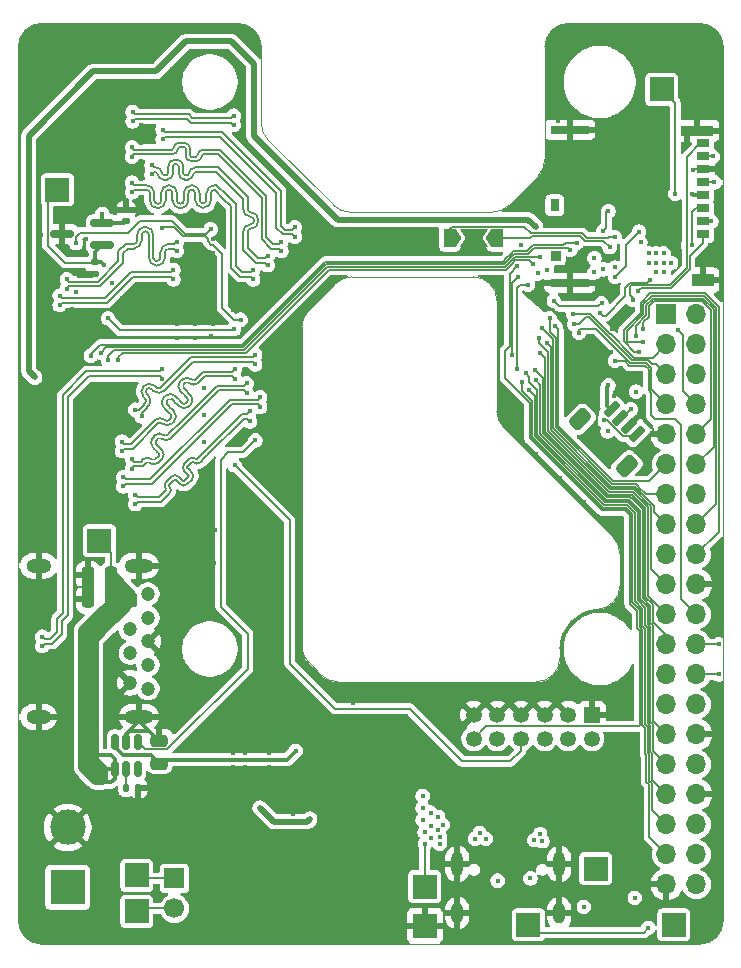
<source format=gbr>
G04 #@! TF.GenerationSoftware,KiCad,Pcbnew,9.0.3*
G04 #@! TF.CreationDate,2026-01-27T18:52:09+01:00*
G04 #@! TF.ProjectId,CM5IO,434d3549-4f2e-46b6-9963-61645f706362,rev?*
G04 #@! TF.SameCoordinates,Original*
G04 #@! TF.FileFunction,Copper,L4,Bot*
G04 #@! TF.FilePolarity,Positive*
%FSLAX46Y46*%
G04 Gerber Fmt 4.6, Leading zero omitted, Abs format (unit mm)*
G04 Created by KiCad (PCBNEW 9.0.3) date 2026-01-27 18:52:09*
%MOMM*%
%LPD*%
G01*
G04 APERTURE LIST*
G04 Aperture macros list*
%AMRoundRect*
0 Rectangle with rounded corners*
0 $1 Rounding radius*
0 $2 $3 $4 $5 $6 $7 $8 $9 X,Y pos of 4 corners*
0 Add a 4 corners polygon primitive as box body*
4,1,4,$2,$3,$4,$5,$6,$7,$8,$9,$2,$3,0*
0 Add four circle primitives for the rounded corners*
1,1,$1+$1,$2,$3*
1,1,$1+$1,$4,$5*
1,1,$1+$1,$6,$7*
1,1,$1+$1,$8,$9*
0 Add four rect primitives between the rounded corners*
20,1,$1+$1,$2,$3,$4,$5,0*
20,1,$1+$1,$4,$5,$6,$7,0*
20,1,$1+$1,$6,$7,$8,$9,0*
20,1,$1+$1,$8,$9,$2,$3,0*%
%AMFreePoly0*
4,1,6,1.000000,0.000000,0.500000,-0.750000,-0.500000,-0.750000,-0.500000,0.750000,0.500000,0.750000,1.000000,0.000000,1.000000,0.000000,$1*%
%AMFreePoly1*
4,1,7,0.700000,0.000000,1.200000,-0.750000,-1.200000,-0.750000,-0.700000,0.000000,-1.200000,0.750000,1.200000,0.750000,0.700000,0.000000,0.700000,0.000000,$1*%
G04 Aperture macros list end*
G04 #@! TA.AperFunction,SMDPad,CuDef*
%ADD10R,3.330000X0.700000*%
G04 #@! TD*
G04 #@! TA.AperFunction,SMDPad,CuDef*
%ADD11R,2.800000X0.860000*%
G04 #@! TD*
G04 #@! TA.AperFunction,SMDPad,CuDef*
%ADD12R,1.830000X1.140000*%
G04 #@! TD*
G04 #@! TA.AperFunction,SMDPad,CuDef*
%ADD13R,0.780000X1.050000*%
G04 #@! TD*
G04 #@! TA.AperFunction,SMDPad,CuDef*
%ADD14R,0.930000X0.900000*%
G04 #@! TD*
G04 #@! TA.AperFunction,SMDPad,CuDef*
%ADD15R,1.100000X0.700000*%
G04 #@! TD*
G04 #@! TA.AperFunction,ComponentPad*
%ADD16R,1.700000X1.700000*%
G04 #@! TD*
G04 #@! TA.AperFunction,ComponentPad*
%ADD17O,1.700000X1.700000*%
G04 #@! TD*
G04 #@! TA.AperFunction,HeatsinkPad*
%ADD18O,1.000000X2.100000*%
G04 #@! TD*
G04 #@! TA.AperFunction,HeatsinkPad*
%ADD19O,1.000000X1.800000*%
G04 #@! TD*
G04 #@! TA.AperFunction,ComponentPad*
%ADD20RoundRect,0.250000X-0.350000X0.350000X-0.350000X-0.350000X0.350000X-0.350000X0.350000X0.350000X0*%
G04 #@! TD*
G04 #@! TA.AperFunction,ComponentPad*
%ADD21C,1.200000*%
G04 #@! TD*
G04 #@! TA.AperFunction,ComponentPad*
%ADD22O,2.400000X1.200000*%
G04 #@! TD*
G04 #@! TA.AperFunction,ComponentPad*
%ADD23O,2.100000X1.200000*%
G04 #@! TD*
G04 #@! TA.AperFunction,ComponentPad*
%ADD24R,1.350000X1.350000*%
G04 #@! TD*
G04 #@! TA.AperFunction,ComponentPad*
%ADD25C,1.350000*%
G04 #@! TD*
G04 #@! TA.AperFunction,ComponentPad*
%ADD26C,1.700000*%
G04 #@! TD*
G04 #@! TA.AperFunction,ComponentPad*
%ADD27R,3.000000X3.000000*%
G04 #@! TD*
G04 #@! TA.AperFunction,ComponentPad*
%ADD28C,3.000000*%
G04 #@! TD*
G04 #@! TA.AperFunction,SMDPad,CuDef*
%ADD29RoundRect,0.140000X0.170000X-0.140000X0.170000X0.140000X-0.170000X0.140000X-0.170000X-0.140000X0*%
G04 #@! TD*
G04 #@! TA.AperFunction,SMDPad,CuDef*
%ADD30RoundRect,0.140000X-0.170000X0.140000X-0.170000X-0.140000X0.170000X-0.140000X0.170000X0.140000X0*%
G04 #@! TD*
G04 #@! TA.AperFunction,SMDPad,CuDef*
%ADD31RoundRect,0.162500X0.837500X0.162500X-0.837500X0.162500X-0.837500X-0.162500X0.837500X-0.162500X0*%
G04 #@! TD*
G04 #@! TA.AperFunction,SMDPad,CuDef*
%ADD32R,2.000000X2.000000*%
G04 #@! TD*
G04 #@! TA.AperFunction,SMDPad,CuDef*
%ADD33RoundRect,0.250000X0.250000X0.475000X-0.250000X0.475000X-0.250000X-0.475000X0.250000X-0.475000X0*%
G04 #@! TD*
G04 #@! TA.AperFunction,SMDPad,CuDef*
%ADD34RoundRect,0.250000X0.475000X-0.250000X0.475000X0.250000X-0.475000X0.250000X-0.475000X-0.250000X0*%
G04 #@! TD*
G04 #@! TA.AperFunction,SMDPad,CuDef*
%ADD35FreePoly0,180.000000*%
G04 #@! TD*
G04 #@! TA.AperFunction,SMDPad,CuDef*
%ADD36FreePoly1,180.000000*%
G04 #@! TD*
G04 #@! TA.AperFunction,SMDPad,CuDef*
%ADD37FreePoly0,0.000000*%
G04 #@! TD*
G04 #@! TA.AperFunction,SMDPad,CuDef*
%ADD38RoundRect,0.150000X-0.150000X0.512500X-0.150000X-0.512500X0.150000X-0.512500X0.150000X0.512500X0*%
G04 #@! TD*
G04 #@! TA.AperFunction,SMDPad,CuDef*
%ADD39RoundRect,0.150000X-0.548008X-0.335876X-0.335876X-0.548008X0.548008X0.335876X0.335876X0.548008X0*%
G04 #@! TD*
G04 #@! TA.AperFunction,SMDPad,CuDef*
%ADD40RoundRect,0.250000X-0.707107X-0.212132X-0.212132X-0.707107X0.707107X0.212132X0.212132X0.707107X0*%
G04 #@! TD*
G04 #@! TA.AperFunction,SMDPad,CuDef*
%ADD41RoundRect,0.135000X-0.135000X-0.185000X0.135000X-0.185000X0.135000X0.185000X-0.135000X0.185000X0*%
G04 #@! TD*
G04 #@! TA.AperFunction,ViaPad*
%ADD42C,0.450000*%
G04 #@! TD*
G04 #@! TA.AperFunction,Conductor*
%ADD43C,0.132800*%
G04 #@! TD*
G04 #@! TA.AperFunction,Conductor*
%ADD44C,0.130000*%
G04 #@! TD*
G04 #@! TA.AperFunction,Conductor*
%ADD45C,0.167600*%
G04 #@! TD*
G04 #@! TA.AperFunction,Conductor*
%ADD46C,0.500000*%
G04 #@! TD*
G04 #@! TA.AperFunction,Conductor*
%ADD47C,0.200000*%
G04 #@! TD*
G04 #@! TA.AperFunction,Conductor*
%ADD48C,0.300000*%
G04 #@! TD*
G04 #@! TA.AperFunction,Conductor*
%ADD49C,1.000000*%
G04 #@! TD*
G04 #@! TA.AperFunction,Profile*
%ADD50C,0.050000*%
G04 #@! TD*
G04 APERTURE END LIST*
D10*
X192970000Y-77538000D03*
D11*
X203735000Y-77618000D03*
D12*
X204220000Y-90278000D03*
D10*
X192970000Y-90498000D03*
D13*
X191695000Y-83923000D03*
D14*
X191770000Y-88188000D03*
D15*
X204235000Y-78698000D03*
X204235000Y-79798000D03*
X204235000Y-80898000D03*
X204235000Y-81998000D03*
X204235000Y-83098000D03*
X204235000Y-84198000D03*
X204235000Y-85298000D03*
X204235000Y-86398000D03*
D16*
X201150000Y-93162000D03*
D17*
X203690000Y-93162000D03*
X201150000Y-95702000D03*
X203690000Y-95702000D03*
X201150000Y-98242000D03*
X203690000Y-98242000D03*
X201150000Y-100782000D03*
X203690000Y-100782000D03*
X201150000Y-103322000D03*
X203690000Y-103322000D03*
X201150000Y-105862000D03*
X203690000Y-105862000D03*
X201150000Y-108402000D03*
X203690000Y-108402000D03*
X201150000Y-110942000D03*
X203690000Y-110942000D03*
X201150000Y-113482000D03*
X203690000Y-113482000D03*
X201150000Y-116022000D03*
X203690000Y-116022000D03*
X201150000Y-118562000D03*
X203690000Y-118562000D03*
X201150000Y-121102000D03*
X203690000Y-121102000D03*
X201150000Y-123642000D03*
X203690000Y-123642000D03*
X201150000Y-126182000D03*
X203690000Y-126182000D03*
X201150000Y-128722000D03*
X203690000Y-128722000D03*
X201150000Y-131262000D03*
X203690000Y-131262000D03*
X201150000Y-133802000D03*
X203690000Y-133802000D03*
X201150000Y-136342000D03*
X203690000Y-136342000D03*
X201150000Y-138882000D03*
X203690000Y-138882000D03*
X201150000Y-141422000D03*
X203690000Y-141422000D03*
D18*
X183441000Y-139688000D03*
D19*
X183441000Y-143868000D03*
D18*
X192081000Y-139688000D03*
D19*
X192081000Y-143868000D03*
D20*
X155762000Y-117348000D03*
D21*
X155762000Y-119848000D03*
X155762000Y-121848000D03*
X155762000Y-124348000D03*
X157262000Y-124848000D03*
X157262000Y-122848000D03*
X157262000Y-120848000D03*
X157262000Y-118848000D03*
X157262000Y-116848000D03*
D22*
X156512000Y-114448000D03*
D23*
X148012000Y-114448000D03*
D22*
X156512000Y-127248000D03*
D23*
X148012000Y-127248000D03*
D24*
X194847000Y-127087000D03*
D25*
X194847000Y-129087000D03*
X192847000Y-127087000D03*
X192847000Y-129087000D03*
X190847000Y-127087000D03*
X190847000Y-129087000D03*
X188847000Y-127087000D03*
X188847000Y-129087000D03*
X186847000Y-127087000D03*
X186847000Y-129087000D03*
X184847000Y-127087000D03*
X184847000Y-129087000D03*
D16*
X159494000Y-140914000D03*
D26*
X159494000Y-143454000D03*
D27*
X150477000Y-141676000D03*
D28*
X150477000Y-136596000D03*
D29*
X155430000Y-85260000D03*
X155430000Y-84300000D03*
D30*
X152788298Y-88766198D03*
X152788298Y-89726198D03*
D31*
X153398000Y-85420000D03*
X153398000Y-87320000D03*
X149978000Y-86370000D03*
D32*
X189466000Y-144851000D03*
X153144000Y-112339000D03*
X195181000Y-140092801D03*
X201785000Y-144851000D03*
X200769000Y-74112000D03*
D33*
X154094000Y-115260000D03*
X152194000Y-115260000D03*
D32*
X180703000Y-144921000D03*
D34*
X158224000Y-131196000D03*
X158224000Y-129296000D03*
D32*
X180703000Y-141619000D03*
D35*
X186832001Y-86702001D03*
D36*
X184832001Y-86702001D03*
D37*
X182832001Y-86702001D03*
D38*
X154480000Y-129362500D03*
X155430000Y-129362500D03*
X156380000Y-129362500D03*
X156380000Y-131637500D03*
X155430000Y-131637500D03*
X154480000Y-131637500D03*
D33*
X154094000Y-117292000D03*
X152194000Y-117292000D03*
D32*
X149588000Y-82621000D03*
X156319000Y-140660000D03*
D39*
X196535386Y-101196586D03*
X197242493Y-101903693D03*
X197949600Y-102610800D03*
X198656707Y-103317907D03*
D40*
X193830703Y-102062792D03*
X197790501Y-106022590D03*
D32*
X156319000Y-143708000D03*
D41*
X155428000Y-133294000D03*
X156448000Y-133294000D03*
D42*
X190609000Y-94330400D03*
X199194200Y-94432000D03*
X199194200Y-95524200D03*
X188627800Y-89987000D03*
X195003200Y-85600000D03*
X198730800Y-91200000D03*
X198305200Y-91917400D03*
X200286400Y-89600000D03*
X200921400Y-89600000D03*
X200921400Y-88005800D03*
X200286400Y-88005800D03*
X201556400Y-88818600D03*
X200921400Y-88818600D03*
X200286400Y-88818600D03*
X199651400Y-88818600D03*
X199651400Y-88005800D03*
X148318000Y-121248000D03*
X148318000Y-120448000D03*
X165717000Y-94279600D03*
X166339469Y-97400000D03*
X166339469Y-96600000D03*
X156192000Y-109238000D03*
X156192000Y-108438000D03*
X155176000Y-107738000D03*
X155176000Y-106938000D03*
X155056737Y-104738000D03*
X155056737Y-103938000D03*
X154261600Y-103601400D03*
X154286077Y-102071951D03*
X156182381Y-101241934D03*
X156748067Y-101807620D03*
X154287000Y-108071800D03*
X154286077Y-106577079D03*
X155912600Y-105438000D03*
X155912600Y-106238000D03*
X164597534Y-97800000D03*
X164597534Y-98600000D03*
X165615400Y-99800000D03*
X165615400Y-99000000D03*
X165894800Y-102229800D03*
X165894800Y-101391600D03*
X166758400Y-101000000D03*
X166758400Y-100200000D03*
X165463000Y-130296800D03*
X153296400Y-96413200D03*
X154236200Y-90520400D03*
X159404496Y-89400000D03*
X159404496Y-90200000D03*
X159702693Y-87800000D03*
X159702693Y-87000000D03*
X149791200Y-92372090D03*
X149791200Y-91572090D03*
X150400800Y-90996600D03*
X150400800Y-90196600D03*
X155912600Y-79822000D03*
X155912600Y-79022000D03*
X157563600Y-80522000D03*
X157563600Y-81322000D03*
X155912600Y-82022000D03*
X155912600Y-82822000D03*
X155963400Y-76822000D03*
X155963400Y-76022000D03*
X158503400Y-77522000D03*
X158503400Y-78322000D03*
X164533562Y-77139259D03*
X164533562Y-76339259D03*
X169704800Y-85800000D03*
X169704800Y-86600000D03*
X168561800Y-87800000D03*
X168561800Y-87000000D03*
X167393400Y-89000000D03*
X167393400Y-88200000D03*
X166174200Y-90200000D03*
X166174200Y-89400000D03*
X195884769Y-102136586D03*
X198152800Y-101200000D03*
X165971000Y-136215000D03*
X167495000Y-141803000D03*
X165463000Y-128341000D03*
X167495000Y-130296800D03*
X164447000Y-130296800D03*
X165971000Y-137739000D03*
X168511000Y-132913000D03*
X166479000Y-133421000D03*
X167495000Y-129357000D03*
X165971000Y-141041000D03*
X165969100Y-138628000D03*
X168257000Y-142057000D03*
X166733000Y-139009000D03*
X166733000Y-136723000D03*
X167495000Y-131465200D03*
X168257000Y-141295000D03*
X166733000Y-141295000D03*
X164447000Y-133421000D03*
X168511000Y-134945000D03*
X166733000Y-140533000D03*
X165463000Y-129357000D03*
X167493100Y-139517000D03*
X167495000Y-137739000D03*
X166733000Y-139771000D03*
X166733000Y-137485000D03*
X163431000Y-133421000D03*
X169019000Y-141803000D03*
X168257000Y-139771000D03*
X165971000Y-136977000D03*
X165463000Y-132405000D03*
X167495000Y-132405000D03*
X165463000Y-133421000D03*
X169527000Y-135453000D03*
X170973850Y-135883850D03*
X168257000Y-140533000D03*
X168511000Y-133929000D03*
X170543000Y-133929000D03*
X167495000Y-140279000D03*
X165971000Y-141803000D03*
X164447000Y-128341000D03*
X169527000Y-134437000D03*
X165971000Y-140279000D03*
X169019000Y-141041000D03*
X167495000Y-141041000D03*
X167495000Y-134437000D03*
X169019000Y-142565000D03*
X168257000Y-137485000D03*
X168257000Y-139009000D03*
X164447000Y-132405000D03*
X165969100Y-139517000D03*
X165463000Y-127325000D03*
X164447000Y-131465200D03*
X166733000Y-138247000D03*
X164447000Y-127325000D03*
X166733000Y-142057000D03*
X167495000Y-128341000D03*
X165463000Y-131465200D03*
X167495000Y-127325000D03*
X167493100Y-138628000D03*
X167495000Y-136977000D03*
X167495000Y-133421000D03*
X168257000Y-138247000D03*
X166733000Y-134945000D03*
X170543000Y-134945000D03*
X186457601Y-90258001D03*
X155176000Y-83256000D03*
X161297400Y-84805400D03*
X192333000Y-136316000D03*
X182190401Y-139686401D03*
X159700000Y-94000000D03*
X166733000Y-102814000D03*
X187561000Y-135453000D03*
X151391400Y-89910800D03*
X156446000Y-138882000D03*
X165717000Y-97988000D03*
X157462000Y-136342000D03*
X162796000Y-92800000D03*
X205595000Y-91511000D03*
X154284770Y-105074515D03*
X195104800Y-100800000D03*
X197467000Y-118689000D03*
X152330000Y-75672000D03*
X149881601Y-145477601D03*
X153804400Y-124353200D03*
X157462000Y-138882000D03*
X150350000Y-133802000D03*
X163431000Y-84399000D03*
X152330000Y-77172000D03*
X152116801Y-95642801D03*
X166391601Y-99452801D03*
X152128000Y-105088000D03*
X196578000Y-98400000D03*
X195104800Y-96800000D03*
X192971200Y-91511000D03*
X151162800Y-91307800D03*
X152194000Y-116276000D03*
X152128000Y-102088000D03*
X166036001Y-69988801D03*
X174621201Y-126072001D03*
X151366000Y-138882000D03*
X202166000Y-87574000D03*
X162796000Y-94000000D03*
X155774401Y-103313601D03*
X192960001Y-89546801D03*
X158960600Y-111323000D03*
X162796000Y-90400000D03*
X159011400Y-114320200D03*
X162034000Y-101671000D03*
X162923000Y-111424600D03*
X178823400Y-136875400D03*
X152330000Y-81672000D03*
X170593800Y-83738600D03*
X159381201Y-75221201D03*
X152330000Y-74172000D03*
X155176000Y-75672000D03*
X169577800Y-82722600D03*
X162288000Y-118054000D03*
X205442600Y-87904200D03*
X162796000Y-91600000D03*
X165361400Y-76728200D03*
X162034000Y-99385000D03*
X205456801Y-80910801D03*
X164447000Y-92781000D03*
X171813000Y-145486000D03*
X161565601Y-145223601D03*
X148191000Y-130881000D03*
X191015400Y-92730200D03*
X148713201Y-95592001D03*
X204491601Y-70547601D03*
X184349500Y-138156500D03*
X151112000Y-116276000D03*
X196566801Y-81266401D03*
X177274000Y-86558000D03*
X162796000Y-88000000D03*
X155176000Y-80208000D03*
X153220200Y-94051000D03*
X154414000Y-84272000D03*
X167368000Y-99639000D03*
X152026400Y-86761200D03*
X148318000Y-133802000D03*
X182608000Y-125166000D03*
X153398000Y-133802000D03*
X198508400Y-141498200D03*
X177299400Y-143784200D03*
X149969000Y-87320000D03*
X183446200Y-135910200D03*
X195308000Y-90400000D03*
X156700000Y-80208000D03*
X150858000Y-92679400D03*
X171609800Y-84754600D03*
X190166001Y-91206200D03*
X168638000Y-90622000D03*
X179306000Y-86558000D03*
X195308000Y-104800000D03*
X162632401Y-95033201D03*
X171014401Y-127088001D03*
X149334000Y-133802000D03*
X167545800Y-80690600D03*
X194165000Y-109037000D03*
X152382000Y-138882000D03*
X169654000Y-89606000D03*
X191950000Y-76800000D03*
X167139400Y-105176200D03*
X167368000Y-97988000D03*
X148318000Y-138882000D03*
X156700000Y-78684000D03*
X161266000Y-95200000D03*
X196679600Y-100070800D03*
X147302000Y-138882000D03*
X164447000Y-91638000D03*
X187307000Y-142311000D03*
X161272000Y-94000000D03*
X203436000Y-80970000D03*
X199056001Y-70547601D03*
X155176000Y-77172000D03*
X162796000Y-86800000D03*
X170670000Y-88590000D03*
X198090801Y-81266401D03*
X202866001Y-78726401D03*
X196578000Y-94400000D03*
X161272000Y-91600000D03*
X191317000Y-135300000D03*
X152330000Y-78672000D03*
X154414000Y-138882000D03*
X166529800Y-79674600D03*
X152330000Y-83172000D03*
X198635400Y-101925000D03*
X203475601Y-143242401D03*
X151366000Y-133802000D03*
X167368000Y-95956000D03*
X156700000Y-74172000D03*
X196705000Y-90800000D03*
X181338000Y-86558000D03*
X183446200Y-135300600D03*
X149904500Y-129103000D03*
X190101000Y-104973000D03*
X148597400Y-77871200D03*
X151112000Y-117292000D03*
X187942000Y-101798000D03*
X156700000Y-75636000D03*
X152128000Y-108088000D03*
X192452001Y-124040001D03*
X195206400Y-91561800D03*
X198610000Y-104800000D03*
X156700000Y-77160000D03*
X159700000Y-95200000D03*
X193366401Y-139686401D03*
X164091400Y-111424600D03*
X154414000Y-133802000D03*
X162034000Y-103957000D03*
X152128000Y-100588000D03*
X196832000Y-110942000D03*
X167368000Y-101671000D03*
X196516001Y-131710801D03*
X155023600Y-91765000D03*
X152382000Y-133802000D03*
X197492400Y-140355200D03*
X147302000Y-136342000D03*
X201037201Y-78726401D03*
X191334401Y-81266401D03*
X169019000Y-126182000D03*
X171686000Y-87574000D03*
X195308000Y-103600000D03*
X157410000Y-71100000D03*
X153398000Y-138882000D03*
X150629400Y-124353200D03*
X149904500Y-132659000D03*
X155176000Y-74172000D03*
X184894000Y-135326000D03*
X162821400Y-114218600D03*
X188881800Y-87294600D03*
X196578000Y-104800000D03*
X161272000Y-92800000D03*
X155430000Y-138882000D03*
X161272000Y-88000000D03*
X156536401Y-102602401D03*
X162796000Y-89200000D03*
X149334000Y-138882000D03*
X152269201Y-70700001D03*
X148008000Y-112800000D03*
X167368000Y-96972000D03*
X161272000Y-89200000D03*
X156841201Y-109765201D03*
X155176000Y-78684000D03*
X198737000Y-85288000D03*
X154284770Y-100574515D03*
X152330000Y-80172000D03*
X165056600Y-107462200D03*
X178823400Y-136316600D03*
X182481000Y-132532000D03*
X147200400Y-76728200D03*
X182608000Y-141676000D03*
X157462000Y-133802000D03*
X192133000Y-107005000D03*
X152128000Y-103588000D03*
X178315400Y-142514200D03*
X154922000Y-109926000D03*
X155176000Y-81672000D03*
X156446000Y-84272000D03*
X166606000Y-101798000D03*
X147600000Y-117300000D03*
X191029601Y-85025601D03*
X161272000Y-90400000D03*
X159700000Y-92798001D03*
X150350000Y-138882000D03*
X148191000Y-86431000D03*
X156700000Y-83256000D03*
X191639201Y-137705201D03*
X148510001Y-70700001D03*
X159279601Y-72427201D03*
X167622000Y-91638000D03*
X185656000Y-132786000D03*
X147302000Y-133802000D03*
X162034000Y-106370000D03*
X156700000Y-81732000D03*
X175242000Y-86558000D03*
X196501800Y-96337000D03*
X195104800Y-98796776D03*
X152128000Y-106588000D03*
X152128000Y-109588000D03*
X191955200Y-89326600D03*
X165513800Y-78658600D03*
X192350000Y-75900000D03*
X193771999Y-103588001D03*
X168561800Y-81706600D03*
X151112000Y-115260000D03*
X196465201Y-129577201D03*
X154481000Y-118629000D03*
X152763000Y-119070000D03*
X153207500Y-118625500D03*
X153398000Y-132532000D03*
X151874000Y-127452000D03*
X152573500Y-127960000D03*
X151874000Y-128214000D03*
X153398000Y-131770000D03*
X152318500Y-119514500D03*
X152128000Y-131770000D03*
X154036500Y-119073500D03*
X152573500Y-128976000D03*
X153652000Y-119578000D03*
X201912000Y-82936000D03*
X203343000Y-83002000D03*
X153517499Y-88978501D03*
X201785000Y-144851000D03*
X195181000Y-140092801D03*
X188043600Y-96616400D03*
X164599400Y-105938200D03*
X195054000Y-88400000D03*
X198965600Y-87066000D03*
X199626000Y-145105000D03*
X198584600Y-99715200D03*
X152636000Y-72588000D03*
X147683000Y-98496000D03*
X190101000Y-85796000D03*
X157970000Y-72588000D03*
X195054000Y-89606000D03*
X188475400Y-97810200D03*
X189440600Y-90647400D03*
X195790600Y-86126200D03*
X196247800Y-84424400D03*
X188526200Y-89072600D03*
X196349400Y-87472400D03*
X196806600Y-86634200D03*
X196247800Y-99181800D03*
X181838000Y-135707000D03*
X169781000Y-130119000D03*
X190661000Y-137768000D03*
X181188000Y-135349000D03*
X180721616Y-137993000D03*
X190461000Y-137168000D03*
X181846000Y-136850000D03*
X185361000Y-137068000D03*
X181185600Y-137510400D03*
X181973000Y-137993000D03*
X189961000Y-137668000D03*
X181211000Y-136469000D03*
X182227000Y-136388000D03*
X184961000Y-137568000D03*
X180680000Y-137000000D03*
X153398000Y-84653000D03*
X180530000Y-135961000D03*
X196778222Y-89199600D03*
X181998400Y-137434200D03*
X180530000Y-133929000D03*
X185861000Y-137568000D03*
X180530000Y-134945000D03*
X189897800Y-88945600D03*
X154718800Y-97073600D03*
X190456600Y-88285200D03*
X153906000Y-97073600D03*
X193022000Y-87701000D03*
X152432800Y-96667200D03*
X193580800Y-87091400D03*
X205087000Y-79798000D03*
X205214000Y-81986000D03*
X195562000Y-93035000D03*
X203343000Y-87320000D03*
X199803800Y-90241000D03*
X204960000Y-85288000D03*
X193250600Y-93162000D03*
X193352000Y-94000000D03*
X193757998Y-94711400D03*
X202166000Y-94533600D03*
X191752000Y-94178000D03*
X198559200Y-94990800D03*
X191269400Y-93492200D03*
X198838600Y-96337000D03*
X191040800Y-95625800D03*
X190355000Y-95194000D03*
X196806600Y-97099000D03*
X190482000Y-96464000D03*
X205595000Y-121102000D03*
X205595000Y-123642000D03*
X190050200Y-97886400D03*
X190101000Y-98750000D03*
X189237400Y-98140400D03*
X189542200Y-99562800D03*
X188958000Y-98902400D03*
X191040800Y-89377400D03*
X186862500Y-141104500D03*
X190278800Y-89707600D03*
X189643800Y-140914000D03*
X164542000Y-94400000D03*
X153880600Y-93492200D03*
X162567400Y-85948400D03*
X151169000Y-87142200D03*
X158478000Y-85897600D03*
X165107400Y-93619200D03*
X194165000Y-143327000D03*
X196171600Y-103068000D03*
X196819300Y-89999700D03*
X198834250Y-86172650D03*
X198483000Y-142565000D03*
X195816000Y-89352000D03*
X166352000Y-103830000D03*
X195663600Y-92222200D03*
X191625000Y-92019000D03*
X158452600Y-97800000D03*
X158452600Y-98600000D03*
D43*
X166339469Y-96600000D02*
X166132369Y-96807100D01*
X157101050Y-101157651D02*
X157101050Y-101161752D01*
X157697298Y-99620951D02*
X157570018Y-99493671D01*
X157294247Y-100964454D02*
X157101050Y-101157651D01*
X157294246Y-100964452D02*
X157294247Y-100964454D01*
X157025546Y-100695753D02*
X156832349Y-100888950D01*
X160910098Y-96807100D02*
X158369049Y-99348149D01*
X157025545Y-100695752D02*
X157025546Y-100695753D01*
X156828248Y-100888950D02*
X156475265Y-101241934D01*
X157101050Y-101161752D02*
X156748067Y-101514736D01*
X158641851Y-99620951D02*
X158637750Y-99620951D01*
X161069902Y-97192900D02*
X158641851Y-99620951D01*
X156898266Y-100165422D02*
X157025545Y-100292701D01*
X157965998Y-99352250D02*
X157838718Y-99224970D01*
X166132369Y-96807100D02*
X160910098Y-96807100D01*
X156475265Y-101241934D02*
X156182381Y-101241934D01*
X166132369Y-97192900D02*
X161069902Y-97192900D01*
X158369049Y-99348149D02*
X158369049Y-99352250D01*
X166339469Y-97400000D02*
X166132369Y-97192900D01*
X157166967Y-99896721D02*
X157294246Y-100024000D01*
X156748067Y-101514736D02*
X156748067Y-101807620D01*
X156832349Y-100888950D02*
X156828248Y-100888950D01*
X157294246Y-100024000D02*
G75*
G02*
X157294220Y-100964426I-470246J-470200D01*
G01*
X158637750Y-99620951D02*
G75*
G02*
X157697298Y-99620951I-470226J470226D01*
G01*
X157166967Y-99493671D02*
G75*
G03*
X157166963Y-99896725I201533J-201529D01*
G01*
X157570018Y-99493671D02*
G75*
G03*
X157166968Y-99493671I-201525J-201524D01*
G01*
X156898266Y-99224970D02*
G75*
G03*
X156898262Y-100165426I470234J-470230D01*
G01*
X157025545Y-100292701D02*
G75*
G02*
X157025519Y-100695726I-201545J-201499D01*
G01*
X157838718Y-99224970D02*
G75*
G03*
X156898266Y-99224970I-470226J-470226D01*
G01*
X158369049Y-99352250D02*
G75*
G02*
X157965999Y-99352250I-201525J201524D01*
G01*
X160791358Y-106342643D02*
X160744406Y-106295692D01*
X159598891Y-107172506D02*
X159645843Y-107219458D01*
X159780192Y-107353807D02*
X159914543Y-107488158D01*
X160592802Y-107535110D02*
X160972659Y-107155252D01*
X160925707Y-106476993D02*
X160791356Y-106342642D01*
X160791356Y-106342642D02*
X160791358Y-106342643D01*
X159645843Y-107219458D02*
X159780194Y-107353809D01*
X159914543Y-107488158D02*
X159961494Y-107535110D01*
X160744406Y-106295692D02*
X160610055Y-106161341D01*
X160972659Y-106523945D02*
X160925707Y-106476993D01*
X161715125Y-105687580D02*
X162039403Y-105363300D01*
X165254098Y-101607100D02*
X165679300Y-101607100D01*
X162026649Y-104838649D02*
X162026649Y-104834549D01*
X161770701Y-105094598D02*
X162026649Y-104838649D01*
X161446423Y-105418878D02*
X161770701Y-105094598D01*
X160048893Y-107085106D02*
X160183244Y-107219457D01*
X160341353Y-105798735D02*
X160721211Y-105418878D01*
X160475704Y-106564394D02*
X160341353Y-106430043D01*
X159914545Y-106950756D02*
X160048896Y-107085107D01*
X160522655Y-106611346D02*
X160475704Y-106564394D01*
X160324100Y-107266408D02*
X160703957Y-106886550D01*
X165679300Y-101607100D02*
X165894800Y-101391600D01*
X160183244Y-107219457D02*
X160230196Y-107266408D01*
X159867593Y-106903804D02*
X159914545Y-106950756D01*
X165413902Y-101992900D02*
X165657900Y-101992900D01*
X160703957Y-106792647D02*
X160657005Y-106745695D01*
X160657005Y-106745695D02*
X160522654Y-106611344D01*
X158800849Y-108064449D02*
X158800850Y-108064450D01*
X156399100Y-108645100D02*
X158216098Y-108645100D01*
X162299451Y-105107351D02*
X165413902Y-101992900D01*
X162026649Y-104834549D02*
X165254098Y-101607100D01*
X165657900Y-101992900D02*
X165894800Y-102229800D01*
X162295351Y-105107351D02*
X162299451Y-105107351D01*
X160522654Y-106611344D02*
X160522655Y-106611346D01*
X159780194Y-107353809D02*
X159780192Y-107353807D01*
X159069551Y-107607941D02*
X159504987Y-107172506D01*
X159069551Y-108337251D02*
X159069551Y-108333151D01*
X160610055Y-106067437D02*
X160989913Y-105687580D01*
X160048896Y-107085107D02*
X160048893Y-107085106D01*
X158800851Y-107339238D02*
X159236285Y-106903805D01*
X156192000Y-108438000D02*
X156399100Y-108645100D01*
X158796749Y-108064449D02*
X158800849Y-108064449D01*
X158216098Y-108645100D02*
X158796749Y-108064449D01*
X158375902Y-109030900D02*
X159069551Y-108337251D01*
X156399100Y-109030900D02*
X158375902Y-109030900D01*
X156192000Y-109238000D02*
X156399100Y-109030900D01*
X162039403Y-105363300D02*
X162295351Y-105107351D01*
X161083817Y-105687580D02*
G75*
G03*
X161715125Y-105687580I315654J315655D01*
G01*
X160703957Y-106886550D02*
G75*
G03*
X160703956Y-106792648I-46957J46950D01*
G01*
X158800850Y-107970546D02*
G75*
G02*
X158800858Y-107339246I315650J315646D01*
G01*
X159236285Y-106903805D02*
G75*
G02*
X159867554Y-106903843I315615J-315695D01*
G01*
X159961494Y-107535110D02*
G75*
G03*
X160592802Y-107535110I315654J315655D01*
G01*
X160341353Y-106430043D02*
G75*
G02*
X160341364Y-105798746I315647J315643D01*
G01*
X161352519Y-105418878D02*
G75*
G03*
X161446423Y-105418878I46952J46953D01*
G01*
X160230196Y-107266408D02*
G75*
G03*
X160324100Y-107266408I46952J46953D01*
G01*
X158800850Y-108064450D02*
G75*
G03*
X158800848Y-107970548I-46950J46950D01*
G01*
X159069552Y-107701843D02*
G75*
G02*
X159069559Y-107607950I46948J46943D01*
G01*
X159504987Y-107172506D02*
G75*
G02*
X159598891Y-107172506I46952J-46953D01*
G01*
X160972659Y-107155252D02*
G75*
G03*
X160972658Y-106523946I-315659J315652D01*
G01*
X160721211Y-105418878D02*
G75*
G02*
X161352519Y-105418878I315654J-315655D01*
G01*
X160610055Y-106161341D02*
G75*
G02*
X160610066Y-106067448I46945J46941D01*
G01*
X160989913Y-105687580D02*
G75*
G02*
X161083817Y-105687580I46952J-46953D01*
G01*
X159069551Y-108333151D02*
G75*
G03*
X159069549Y-107701847I-315651J315651D01*
G01*
X163245153Y-99592900D02*
X165408300Y-99592900D01*
X158142429Y-105720625D02*
X158444943Y-105418110D01*
X157932417Y-103880527D02*
X158134040Y-103678905D01*
X160125325Y-102175324D02*
X163093549Y-99207100D01*
X157117427Y-105724726D02*
X157117427Y-105720626D01*
X159159150Y-103678904D02*
X159259963Y-103578091D01*
X158066767Y-104258732D02*
X157932416Y-104124381D01*
X156119700Y-106030900D02*
X156811253Y-106030900D01*
X158188692Y-104380656D02*
X158188694Y-104380658D01*
X156811253Y-106030900D02*
X157117427Y-105724726D01*
X163093549Y-99207100D02*
X165408300Y-99207100D01*
X158991261Y-103309389D02*
X160125325Y-102175324D01*
X158176241Y-104905610D02*
X158054341Y-104783710D01*
X156119700Y-105645100D02*
X156651449Y-105645100D01*
X160394027Y-102444026D02*
X163245153Y-99592900D01*
X157798065Y-104527434D02*
X157663714Y-104393083D01*
X157919990Y-104649359D02*
X157919991Y-104649361D01*
X157873727Y-105451924D02*
X158176241Y-105149409D01*
X157919991Y-104649361D02*
X157798065Y-104527434D01*
X157117427Y-105720626D02*
X157117426Y-105720625D01*
X158054341Y-104783710D02*
X157919990Y-104649359D01*
X165408300Y-99592900D02*
X165615400Y-99800000D01*
X159259963Y-103578091D02*
X160394027Y-102444026D01*
X156651449Y-105645100D02*
X156844625Y-105451924D01*
X158188694Y-104380658D02*
X158066767Y-104258732D01*
X158444943Y-104636907D02*
X158323043Y-104515007D01*
X158323043Y-104515007D02*
X158188692Y-104380656D01*
X158890448Y-103410202D02*
X158991261Y-103309389D01*
X155912600Y-106238000D02*
X156119700Y-106030900D01*
X165408300Y-99207100D02*
X165615400Y-99000000D01*
X155912600Y-105438000D02*
X156119700Y-105645100D01*
X156844625Y-105451924D02*
X156848725Y-105451924D01*
X157663715Y-103611825D02*
X157865338Y-103410203D01*
X157865338Y-103410203D02*
G75*
G02*
X158646594Y-103410203I390628J-390626D01*
G01*
X157629928Y-105451924D02*
G75*
G03*
X157873727Y-105451925I121900J121901D01*
G01*
X158176241Y-105149409D02*
G75*
G03*
X158176251Y-104905601I-121941J121909D01*
G01*
X156848725Y-105451924D02*
G75*
G02*
X157629928Y-105451923I390602J-390603D01*
G01*
X158444943Y-105418110D02*
G75*
G03*
X158444952Y-104636899I-390643J390610D01*
G01*
X157932416Y-104124381D02*
G75*
G02*
X157932462Y-103880573I121884J121881D01*
G01*
X157663714Y-104393083D02*
G75*
G02*
X157663760Y-103611871I390586J390583D01*
G01*
X157117426Y-105720625D02*
G75*
G02*
X157361226Y-105720625I121900J-121899D01*
G01*
X158377892Y-103678905D02*
G75*
G03*
X159159129Y-103678884I390608J390605D01*
G01*
X158134040Y-103678905D02*
G75*
G02*
X158377892Y-103678905I121926J-121924D01*
G01*
X157361226Y-105720625D02*
G75*
G03*
X158142429Y-105720626I390602J390603D01*
G01*
X158646594Y-103410203D02*
G75*
G03*
X158890427Y-103410182I121906J121903D01*
G01*
X162316200Y-79229100D02*
X163177000Y-79229100D01*
X168354700Y-87592900D02*
X168561800Y-87800000D01*
X159901848Y-79029252D02*
X160349826Y-79029252D01*
X162316200Y-79614900D02*
X163177000Y-79614900D01*
X155912600Y-79822000D02*
X156119700Y-79614900D01*
X160835550Y-79129176D02*
X160835550Y-79229100D01*
X167281500Y-86655898D02*
X167832702Y-87207100D01*
X161935450Y-79229100D02*
X162316200Y-79229100D01*
X155912600Y-79022000D02*
X156119700Y-79229100D01*
X166895700Y-86815702D02*
X167672898Y-87592900D01*
X156119700Y-79614900D02*
X159316200Y-79614900D01*
X163177000Y-79614900D02*
X163186455Y-79614900D01*
X163186455Y-79614900D02*
X166895700Y-83324145D01*
X167672898Y-87592900D02*
X168354700Y-87592900D01*
X161935450Y-79614900D02*
X162316200Y-79614900D01*
X160449750Y-79229100D02*
X160449750Y-79521900D01*
X160449750Y-79129176D02*
X160449750Y-79229100D01*
X160935450Y-79814700D02*
X161349850Y-79814700D01*
X168354700Y-87207100D02*
X168561800Y-87000000D01*
X163177000Y-79229100D02*
X163346259Y-79229100D01*
X160449750Y-79521900D02*
X160449750Y-79714800D01*
X160835550Y-79521900D02*
X160835550Y-79714800D01*
X160835550Y-79229100D02*
X160835550Y-79521900D01*
X156119700Y-79229100D02*
X159316200Y-79229100D01*
X160935450Y-80200500D02*
X161349850Y-80200500D01*
X159901848Y-78643452D02*
X160349826Y-78643452D01*
X167832702Y-87207100D02*
X168354700Y-87207100D01*
X166895700Y-83324145D02*
X166895700Y-86815702D01*
X163346259Y-79229100D02*
X167281500Y-83164341D01*
X167281500Y-83164341D02*
X167281500Y-86655898D01*
X159801924Y-79129176D02*
G75*
G02*
X159901848Y-79029324I99876J-24D01*
G01*
X159416124Y-79129176D02*
G75*
G02*
X159901848Y-78643524I485676J-24D01*
G01*
X160449750Y-79714800D02*
G75*
G03*
X160935450Y-80200450I485650J0D01*
G01*
X160349826Y-79029252D02*
G75*
G02*
X160449748Y-79129176I-26J-99948D01*
G01*
X159316200Y-79229100D02*
G75*
G03*
X159416100Y-79129176I0J99900D01*
G01*
X160349826Y-78643452D02*
G75*
G02*
X160835548Y-79129176I-26J-485748D01*
G01*
X161449750Y-79714800D02*
G75*
G02*
X161935450Y-79229150I485650J0D01*
G01*
X161835550Y-79714800D02*
G75*
G02*
X161935450Y-79614950I99850J0D01*
G01*
X161349850Y-80200500D02*
G75*
G03*
X161835600Y-79714800I50J485700D01*
G01*
X161349850Y-79814700D02*
G75*
G03*
X161449800Y-79714800I50J99900D01*
G01*
X159316200Y-79614900D02*
G75*
G03*
X159801900Y-79129176I0J485700D01*
G01*
X160835550Y-79714800D02*
G75*
G03*
X160935450Y-79814650I99850J0D01*
G01*
X168114900Y-83047147D02*
X168114900Y-82853302D01*
X168114900Y-82853302D02*
X163376498Y-78114900D01*
X168114900Y-84868411D02*
X168114900Y-83047147D01*
X168114900Y-85834560D02*
X168114900Y-84868411D01*
X163376498Y-78114900D02*
X158710500Y-78114900D01*
X168500700Y-82693498D02*
X163536302Y-77729100D01*
X168500700Y-84868411D02*
X168500700Y-83047147D01*
X163536302Y-77729100D02*
X158710500Y-77729100D01*
X169704800Y-85800000D02*
X169497700Y-86007100D01*
X169704800Y-86600000D02*
X169497700Y-86392900D01*
X169497700Y-86007100D02*
X168833044Y-86007100D01*
X168500700Y-83047147D02*
X168500700Y-82693498D01*
X169497700Y-86392900D02*
X168673240Y-86392900D01*
X168500700Y-85674756D02*
X168500700Y-84868411D01*
X168833044Y-86007100D02*
X168500700Y-85674756D01*
X158710500Y-78114900D02*
X158503400Y-78322000D01*
X168673240Y-86392900D02*
X168114900Y-85834560D01*
X158710500Y-77729100D02*
X158503400Y-77522000D01*
X165320900Y-84263952D02*
X165320900Y-84157000D01*
X167186300Y-88792900D02*
X166383698Y-88792900D01*
X166383698Y-88792900D02*
X165320900Y-87730102D01*
X163023698Y-81114900D02*
X162833925Y-81114900D01*
X166223948Y-85273952D02*
X166223948Y-85167000D01*
X165320900Y-83412102D02*
X163023698Y-81114900D01*
X167393400Y-89000000D02*
X167186300Y-88792900D01*
X165320900Y-84157000D02*
X165320900Y-83412102D01*
X166609748Y-85273952D02*
X166609748Y-85167000D01*
X165320900Y-87730102D02*
X165320900Y-86177000D01*
X163183502Y-80729100D02*
X162833925Y-80729100D01*
X165706700Y-83252298D02*
X163183502Y-80729100D01*
X165706700Y-83383000D02*
X165706700Y-83252298D01*
X167393400Y-88200000D02*
X167186300Y-88407100D01*
X165706700Y-84157000D02*
X165706700Y-83383000D01*
X165706700Y-87570298D02*
X165706700Y-86177000D01*
X167186300Y-88407100D02*
X166543502Y-88407100D01*
X165706700Y-84263952D02*
X165706700Y-84157000D01*
X166543502Y-88407100D02*
X165706700Y-87570298D01*
X166223948Y-85167000D02*
G75*
G03*
X165965324Y-84908352I-258648J0D01*
G01*
X165965324Y-85532576D02*
G75*
G03*
X166223876Y-85273952I-24J258576D01*
G01*
X165965324Y-84908376D02*
G75*
G02*
X165320924Y-84263952I-24J644376D01*
G01*
X166609748Y-85167000D02*
G75*
G03*
X165965324Y-84522552I-644448J0D01*
G01*
X165320900Y-86177000D02*
G75*
G02*
X165965324Y-85532600I644400J0D01*
G01*
X165965324Y-85918376D02*
G75*
G03*
X166609676Y-85273952I-24J644376D01*
G01*
X165706700Y-86177000D02*
G75*
G02*
X165965324Y-85918400I258600J0D01*
G01*
X165965324Y-84522576D02*
G75*
G02*
X165706724Y-84263952I-24J258576D01*
G01*
X161424600Y-81114900D02*
X162833925Y-81114900D01*
X159383950Y-80729100D02*
X159383950Y-80595451D01*
X159517599Y-80461802D02*
X159734501Y-80461802D01*
X159383950Y-81240661D02*
X159383950Y-81114900D01*
X157770700Y-81114900D02*
X157944600Y-81114900D01*
X160379682Y-81752164D02*
X160612418Y-81752164D01*
X159868150Y-80595451D02*
X159868150Y-80729100D01*
X157563600Y-81322000D02*
X157770700Y-81114900D01*
X159868150Y-80729100D02*
X159868150Y-81047732D01*
X159383950Y-81114900D02*
X159383950Y-80729100D01*
X160253950Y-80595451D02*
X160253950Y-80729100D01*
X157770700Y-80729100D02*
X157944600Y-80729100D01*
X158998150Y-80729100D02*
X158998150Y-80595451D01*
X160253950Y-81047732D02*
X160253950Y-81240632D01*
X159517599Y-80076002D02*
X159734501Y-80076002D01*
X157563600Y-80522000D02*
X157770700Y-80729100D01*
X158998150Y-81240661D02*
X158998150Y-81114900D01*
X161249682Y-81114900D02*
X161424600Y-81114900D01*
X158581922Y-81366422D02*
X158872389Y-81366422D01*
X158581922Y-81752222D02*
X158872389Y-81752222D01*
X160253950Y-80729100D02*
X160253950Y-81047732D01*
X161424600Y-80729100D02*
X162833925Y-80729100D01*
X161249682Y-80729100D02*
X161424600Y-80729100D01*
X160379682Y-81366364D02*
X160612418Y-81366364D01*
X158998150Y-81114900D02*
X158998150Y-80729100D01*
X159868150Y-81047732D02*
X159868150Y-81240632D01*
X158998150Y-80595451D02*
G75*
G02*
X159517599Y-80076050I519450J-49D01*
G01*
X157944600Y-80729100D02*
G75*
G02*
X158456200Y-81240661I0J-511600D01*
G01*
X158872389Y-81366422D02*
G75*
G03*
X158998122Y-81240661I11J125722D01*
G01*
X159868150Y-81240632D02*
G75*
G03*
X160379682Y-81752150I511550J32D01*
G01*
X159734501Y-80076002D02*
G75*
G02*
X160253998Y-80595451I-1J-519498D01*
G01*
X160612418Y-81366364D02*
G75*
G03*
X160738164Y-81240632I-18J125764D01*
G01*
X160253950Y-81240632D02*
G75*
G03*
X160379682Y-81366350I125750J32D01*
G01*
X160738150Y-81240632D02*
G75*
G02*
X161249682Y-80729050I511550J32D01*
G01*
X158456161Y-81240661D02*
G75*
G03*
X158581922Y-81366439I125739J-39D01*
G01*
X161123950Y-81240632D02*
G75*
G02*
X161249682Y-81114850I125750J32D01*
G01*
X157944600Y-81114900D02*
G75*
G02*
X158070400Y-81240661I0J-125800D01*
G01*
X160612418Y-81752164D02*
G75*
G03*
X161123964Y-81240632I-18J511564D01*
G01*
X158872389Y-81752222D02*
G75*
G03*
X159383922Y-81240661I11J511522D01*
G01*
X159383950Y-80595451D02*
G75*
G02*
X159517599Y-80461850I133650J-49D01*
G01*
X159734501Y-80461802D02*
G75*
G02*
X159868198Y-80595451I-1J-133698D01*
G01*
X158070361Y-81240661D02*
G75*
G03*
X158581922Y-81752239I511539J-39D01*
G01*
X165967100Y-89992900D02*
X166174200Y-90200000D01*
X164304900Y-89203302D02*
X165094498Y-89992900D01*
X162898098Y-82614900D02*
X163650199Y-83367001D01*
X161258900Y-82902000D02*
X161258900Y-83471051D01*
X160684700Y-83521055D02*
X160684700Y-82902000D01*
X158764700Y-83521051D02*
X158764700Y-82902000D01*
X157418900Y-82902000D02*
X157418900Y-83521051D01*
X156119700Y-82614900D02*
X157131800Y-82614900D01*
X156119700Y-82229100D02*
X157131800Y-82229100D01*
X162891800Y-82614900D02*
X162898098Y-82614900D01*
X165254302Y-89607100D02*
X165967100Y-89607100D01*
X159338900Y-82902000D02*
X159338900Y-83521055D01*
X162218900Y-83471051D02*
X162218900Y-82902000D01*
X164690700Y-83861898D02*
X164690700Y-89043498D01*
X159724700Y-82902000D02*
X159724700Y-83521055D01*
X164304900Y-84021702D02*
X164304900Y-89203302D01*
X155912600Y-82022000D02*
X156119700Y-82229100D01*
X162604700Y-83471051D02*
X162604700Y-82902000D01*
X155912600Y-82822000D02*
X156119700Y-82614900D01*
X157804700Y-82902000D02*
X157804700Y-83521051D01*
X165967100Y-89607100D02*
X166174200Y-89400000D01*
X164690700Y-89043498D02*
X165254302Y-89607100D01*
X165094498Y-89992900D02*
X165967100Y-89992900D01*
X163923001Y-83094199D02*
X164690700Y-83861898D01*
X163057902Y-82229100D02*
X163923001Y-83094199D01*
X162891800Y-82229100D02*
X163057902Y-82229100D01*
X161644700Y-82902000D02*
X161644700Y-83471051D01*
X160298900Y-83521055D02*
X160298900Y-82902000D01*
X163650199Y-83367001D02*
X164304900Y-84021702D01*
X158378900Y-83521051D02*
X158378900Y-82902000D01*
X159051800Y-82229100D02*
G75*
G02*
X159724700Y-82902000I0J-672900D01*
G01*
X160971800Y-82614900D02*
G75*
G02*
X161258900Y-82902000I0J-287100D01*
G01*
X160011800Y-83808155D02*
G75*
G03*
X160298855Y-83521055I0J287055D01*
G01*
X157131800Y-82614900D02*
G75*
G02*
X157418900Y-82902000I0J-287100D01*
G01*
X158764700Y-82902000D02*
G75*
G02*
X159051800Y-82614900I287100J0D01*
G01*
X161644700Y-83471051D02*
G75*
G03*
X161931800Y-83758100I287100J51D01*
G01*
X157804700Y-83521051D02*
G75*
G03*
X158091800Y-83808100I287100J51D01*
G01*
X159338900Y-83521055D02*
G75*
G03*
X160011800Y-84194000I672900J-45D01*
G01*
X157418900Y-83521051D02*
G75*
G03*
X158091800Y-84194000I672900J-49D01*
G01*
X158091800Y-84193951D02*
G75*
G03*
X158764651Y-83521051I0J672851D01*
G01*
X162218900Y-82902000D02*
G75*
G02*
X162891800Y-82229100I672900J0D01*
G01*
X158091800Y-83808151D02*
G75*
G03*
X158378951Y-83521051I0J287151D01*
G01*
X157131800Y-82229100D02*
G75*
G02*
X157804700Y-82902000I0J-672900D01*
G01*
X160684700Y-82902000D02*
G75*
G02*
X160971800Y-82614900I287100J0D01*
G01*
X161931800Y-84143951D02*
G75*
G03*
X162604651Y-83471051I0J672851D01*
G01*
X161931800Y-83758151D02*
G75*
G03*
X162218951Y-83471051I0J287151D01*
G01*
X162604700Y-82902000D02*
G75*
G02*
X162891800Y-82614900I287100J0D01*
G01*
X161258900Y-83471051D02*
G75*
G03*
X161931800Y-84144000I672900J-49D01*
G01*
X158378900Y-82902000D02*
G75*
G02*
X159051800Y-82229100I672900J0D01*
G01*
X160011800Y-84193955D02*
G75*
G03*
X160684655Y-83521055I0J672855D01*
G01*
X160298900Y-82902000D02*
G75*
G02*
X160971800Y-82229100I672900J0D01*
G01*
X159051800Y-82614900D02*
G75*
G02*
X159338900Y-82902000I0J-287100D01*
G01*
X160971800Y-82229100D02*
G75*
G02*
X161644700Y-82902000I0J-672900D01*
G01*
X159724700Y-83521055D02*
G75*
G03*
X160011800Y-83808200I287100J-45D01*
G01*
X154754500Y-88662498D02*
X153013298Y-90403700D01*
X159702693Y-87000000D02*
X159495593Y-87207100D01*
X157719300Y-88360112D02*
X157719300Y-87895000D01*
X155963400Y-87207100D02*
X155371698Y-87207100D01*
X156343500Y-86439857D02*
X156343500Y-86905000D01*
X150607900Y-90789500D02*
X150400800Y-90996600D01*
X158323500Y-87895000D02*
X158323500Y-88360112D01*
X153013298Y-90403700D02*
X150607900Y-90403700D01*
X155140300Y-87984102D02*
X155140300Y-88822302D01*
X159495593Y-87207100D02*
X159011400Y-87207100D01*
X153173102Y-90789500D02*
X150607900Y-90789500D01*
X155140300Y-88822302D02*
X153173102Y-90789500D01*
X157333500Y-86905000D02*
X157333500Y-86439857D01*
X157333500Y-87895000D02*
X157333500Y-86905000D01*
X154754500Y-87824298D02*
X154754500Y-88662498D01*
X159702693Y-87800000D02*
X159495593Y-87592900D01*
X158709300Y-87895000D02*
X158709300Y-88360112D01*
X157719300Y-86905000D02*
X157719300Y-86439857D01*
X159495593Y-87592900D02*
X159011400Y-87592900D01*
X155371698Y-87207100D02*
X154754500Y-87824298D01*
X157333500Y-88360112D02*
X157333500Y-87895000D01*
X156041400Y-87207100D02*
X155963400Y-87207100D01*
X155531502Y-87592900D02*
X155140300Y-87984102D01*
X157719300Y-87895000D02*
X157719300Y-86905000D01*
X155963400Y-87592900D02*
X155531502Y-87592900D01*
X156041400Y-87592900D02*
X155963400Y-87592900D01*
X150607900Y-90403700D02*
X150400800Y-90196600D01*
X156729300Y-86439857D02*
X156729300Y-86905000D01*
X156343500Y-86905000D02*
G75*
G02*
X156041400Y-87207100I-302100J0D01*
G01*
X157719300Y-86439857D02*
G75*
G03*
X157031400Y-85752000I-687900J-43D01*
G01*
X158323500Y-88360112D02*
G75*
G02*
X158021400Y-88662200I-302100J12D01*
G01*
X158021400Y-88662212D02*
G75*
G02*
X157719288Y-88360112I0J302112D01*
G01*
X159011400Y-87592900D02*
G75*
G03*
X158709300Y-87895000I0J-302100D01*
G01*
X157031400Y-85751957D02*
G75*
G03*
X156343457Y-86439857I0J-687943D01*
G01*
X157031400Y-86137757D02*
G75*
G03*
X156729257Y-86439857I0J-302143D01*
G01*
X156729300Y-86905000D02*
G75*
G02*
X156041400Y-87592900I-687900J0D01*
G01*
X157333500Y-86439857D02*
G75*
G03*
X157031400Y-86137800I-302100J-43D01*
G01*
X159011400Y-87207100D02*
G75*
G03*
X158323500Y-87895000I0J-687900D01*
G01*
X158021400Y-89048012D02*
G75*
G02*
X157333488Y-88360112I0J687912D01*
G01*
X158709300Y-88360112D02*
G75*
G02*
X158021400Y-89048000I-687900J12D01*
G01*
X161992601Y-98505401D02*
X162105102Y-98392900D01*
X161536765Y-98961239D02*
X161619701Y-98878302D01*
X161619701Y-98878302D02*
X161992601Y-98505401D01*
X158883652Y-101341546D02*
X158883653Y-101341548D01*
X160412729Y-99524872D02*
X160276328Y-99388471D01*
X155967102Y-104530900D02*
X158106401Y-102391601D01*
X159183682Y-101641576D02*
X159020053Y-101477947D01*
X160556529Y-99668672D02*
X160412729Y-99524872D01*
X158106401Y-102391601D02*
X158106400Y-102391600D01*
X155263837Y-104145100D02*
X155807298Y-104145100D01*
X158595705Y-100204901D02*
X158719848Y-100080759D01*
X164390434Y-98392900D02*
X164597534Y-98600000D01*
X160556526Y-99668671D02*
X160556529Y-99668672D01*
X160863397Y-99975542D02*
X160692927Y-99805072D01*
X159720092Y-100232308D02*
X159856493Y-100368709D01*
X159447292Y-100505109D02*
X159583693Y-100641510D01*
X159295744Y-100353561D02*
X159447292Y-100505109D01*
X160003526Y-98828070D02*
X160143161Y-98688436D01*
X160283724Y-99941473D02*
X160283726Y-99941475D01*
X159856491Y-100368708D02*
X159992892Y-100505109D01*
X159020055Y-100932344D02*
X158868507Y-100780797D01*
X159156456Y-101068745D02*
X159020055Y-100932344D01*
X159156454Y-101068743D02*
X159156456Y-101068745D01*
X160777101Y-100948380D02*
X160863397Y-100862083D01*
X161263965Y-98688437D02*
X161346899Y-98605500D01*
X159720091Y-100777910D02*
X159890560Y-100948380D01*
X159456484Y-101368773D02*
X159292855Y-101205144D01*
X159292855Y-101205144D02*
X159156454Y-101068743D01*
X164390434Y-98007100D02*
X164597534Y-97800000D01*
X161945298Y-98007100D02*
X164390434Y-98007100D01*
X159020053Y-101477947D02*
X158883652Y-101341546D01*
X160139926Y-99797675D02*
X160003525Y-99661274D01*
X159856493Y-100368709D02*
X159856491Y-100368708D01*
X160692927Y-99805072D02*
X160556526Y-99668671D01*
X155807298Y-104145100D02*
X157833599Y-102118799D01*
X155056737Y-103938000D02*
X155263837Y-104145100D01*
X160590595Y-100248344D02*
X160420125Y-100077874D01*
X160420125Y-100077874D02*
X160283724Y-99941473D01*
X159992892Y-100505109D02*
X160163362Y-100675578D01*
X159568544Y-100080760D02*
X159720092Y-100232308D01*
X159033717Y-102118799D02*
X159183682Y-101968833D01*
X158747252Y-101205147D02*
X158595705Y-101053599D01*
X159306519Y-102391600D02*
X159456484Y-102241634D01*
X161719799Y-98232599D02*
X161945298Y-98007100D01*
X158883653Y-101341548D02*
X158747252Y-101205147D01*
X161346899Y-98605500D02*
X161719799Y-98232599D01*
X155056737Y-104738000D02*
X155263837Y-104530900D01*
X162105102Y-98392900D02*
X164390434Y-98392900D01*
X160276328Y-99100871D02*
X160415961Y-98961239D01*
X160283726Y-99941475D02*
X160139926Y-99797675D01*
X155263837Y-104530900D02*
X155967102Y-104530900D01*
X158868507Y-100477703D02*
X158992650Y-100353561D01*
X159583690Y-100641509D02*
X159720091Y-100777910D01*
X159583693Y-100641510D02*
X159583690Y-100641509D01*
X160504299Y-100675578D02*
X160590595Y-100589281D01*
X158706460Y-102118799D02*
G75*
G03*
X159033717Y-102118800I163629J163629D01*
G01*
X158992650Y-100353561D02*
G75*
G02*
X159295744Y-100353561I151547J-151546D01*
G01*
X158868507Y-100780797D02*
G75*
G02*
X158868557Y-100477753I151593J151497D01*
G01*
X159183682Y-101968833D02*
G75*
G03*
X159183687Y-101641571I-163582J163633D01*
G01*
X160143161Y-98688436D02*
G75*
G02*
X160976365Y-98688436I416602J-416603D01*
G01*
X160976365Y-98688436D02*
G75*
G03*
X161263999Y-98688472I143835J143836D01*
G01*
X158106400Y-102391600D02*
G75*
G02*
X158433658Y-102391600I163629J-163630D01*
G01*
X158595705Y-101053599D02*
G75*
G02*
X158595755Y-100204951I424395J424299D01*
G01*
X158719848Y-100080759D02*
G75*
G02*
X159568549Y-100080755I424352J-424341D01*
G01*
X160276328Y-99388471D02*
G75*
G02*
X160276357Y-99100900I143772J143771D01*
G01*
X159456484Y-102241634D02*
G75*
G03*
X159456488Y-101368769I-436384J436434D01*
G01*
X160590595Y-100589281D02*
G75*
G03*
X160590608Y-100248332I-170495J170481D01*
G01*
X160003525Y-99661274D02*
G75*
G02*
X160003553Y-98828098I416575J416574D01*
G01*
X157833599Y-102118799D02*
G75*
G02*
X158706460Y-102118798I436431J-436432D01*
G01*
X160163362Y-100675578D02*
G75*
G03*
X160504299Y-100675579I170469J170470D01*
G01*
X160703561Y-98961239D02*
G75*
G03*
X161536765Y-98961239I416602J416603D01*
G01*
X160863397Y-100862083D02*
G75*
G03*
X160863410Y-99975530I-443297J443283D01*
G01*
X158433658Y-102391600D02*
G75*
G03*
X159306519Y-102391601I436431J436432D01*
G01*
X160415961Y-98961239D02*
G75*
G02*
X160703561Y-98961239I143800J-143800D01*
G01*
X159890560Y-100948380D02*
G75*
G03*
X160777101Y-100948381I443271J443273D01*
G01*
D44*
X202574000Y-99666000D02*
X203690000Y-100782000D01*
X202574000Y-94941600D02*
X202574000Y-99666000D01*
X202166000Y-94533600D02*
X202574000Y-94941600D01*
X202420000Y-117292000D02*
X203690000Y-118562000D01*
X202420000Y-102560000D02*
X202420000Y-117292000D01*
X201912000Y-102052000D02*
X202420000Y-102560000D01*
X199854600Y-101721800D02*
X200184800Y-102052000D01*
X199659000Y-99603542D02*
X199854600Y-99799142D01*
X199379600Y-97505400D02*
X199659000Y-97784800D01*
X200184800Y-102052000D02*
X201912000Y-102052000D01*
X198026469Y-97505400D02*
X199379600Y-97505400D01*
X199659000Y-97784800D02*
X199659000Y-99603542D01*
X197620069Y-97099000D02*
X198026469Y-97505400D01*
X199854600Y-99799142D02*
X199854600Y-101721800D01*
X196806600Y-97099000D02*
X197620069Y-97099000D01*
X200007000Y-127579000D02*
X201150000Y-128722000D01*
X200007000Y-119509538D02*
X200007000Y-127579000D01*
X199786000Y-119288539D02*
X200007000Y-119509538D01*
X199786000Y-117823084D02*
X199786000Y-119288539D01*
X199155000Y-117192083D02*
X199786000Y-117823084D01*
X199155000Y-109685594D02*
X199155000Y-117192083D01*
X198303206Y-108833800D02*
X199155000Y-109685594D01*
X198112602Y-108643200D02*
X198303203Y-108833800D01*
X196129218Y-108643200D02*
X198112602Y-108643200D01*
X190682000Y-103195982D02*
X196129218Y-108643200D01*
X190050200Y-97886400D02*
X190682000Y-98518200D01*
X198303203Y-108833800D02*
X198303206Y-108833800D01*
X190682000Y-98518200D02*
X190682000Y-103195982D01*
X200007000Y-130119000D02*
X201150000Y-131262000D01*
X200007000Y-127891542D02*
X200007000Y-130119000D01*
X199786000Y-127670541D02*
X200007000Y-127891542D01*
X199786000Y-119601081D02*
X199786000Y-127670541D01*
X199565001Y-119380082D02*
X199786000Y-119601081D01*
X199565001Y-117914626D02*
X199565001Y-119380082D01*
X198934000Y-117283624D02*
X199565001Y-117914626D01*
X198933999Y-109777137D02*
X198934000Y-117283624D01*
X198021061Y-108864200D02*
X198933999Y-109777137D01*
X190461000Y-103287523D02*
X196037677Y-108864200D01*
X196037677Y-108864200D02*
X198021061Y-108864200D01*
X190461000Y-99110000D02*
X190461000Y-103287523D01*
X190101000Y-98750000D02*
X190461000Y-99110000D01*
X199905400Y-132557398D02*
X201150000Y-133802000D01*
X199905400Y-130329942D02*
X199905400Y-132557398D01*
X199786000Y-130210541D02*
X199905400Y-130329942D01*
X199786000Y-127983083D02*
X199786000Y-130210541D01*
X199565000Y-127762082D02*
X199786000Y-127983083D01*
X199565000Y-119692622D02*
X199565000Y-127762082D01*
X199344001Y-119471623D02*
X199565000Y-119692622D01*
X199344001Y-118006167D02*
X199344001Y-119471623D01*
X198713000Y-117375165D02*
X199344001Y-118006167D01*
X197929520Y-109085200D02*
X198713000Y-109868679D01*
X195946135Y-109085200D02*
X197929520Y-109085200D01*
X190240000Y-99574800D02*
X190240000Y-103379065D01*
X189542200Y-98445200D02*
X189542200Y-98877000D01*
X189542200Y-98877000D02*
X190240000Y-99574800D01*
X198713000Y-109868679D02*
X198713000Y-117375165D01*
X189237400Y-98140400D02*
X189542200Y-98445200D01*
X190240000Y-103379065D02*
X195946135Y-109085200D01*
X199684400Y-137416400D02*
X201150000Y-138882000D01*
X199684400Y-132961482D02*
X199684400Y-137416400D01*
X199463400Y-132740482D02*
X199684400Y-132961482D01*
X199344000Y-128166166D02*
X199344000Y-130393625D01*
X199123000Y-127945166D02*
X199344000Y-128166166D01*
X199123000Y-119875705D02*
X199123000Y-127945166D01*
X198902001Y-119654706D02*
X199123000Y-119875705D01*
X198902001Y-118189249D02*
X198902001Y-119654706D01*
X199463400Y-130513025D02*
X199463400Y-132740482D01*
X198271000Y-110051763D02*
X198271000Y-117558247D01*
X197746438Y-109527200D02*
X198271000Y-110051763D01*
X195763051Y-109527200D02*
X197746438Y-109527200D01*
X189798000Y-100524430D02*
X189798000Y-103562149D01*
X198271000Y-117558247D02*
X198902001Y-118189249D01*
X188958000Y-98902400D02*
X188958000Y-99684430D01*
X188958000Y-99684430D02*
X189798000Y-100524430D01*
X189798000Y-103562149D02*
X195763051Y-109527200D01*
X199344000Y-130393625D02*
X199463400Y-130513025D01*
X199905400Y-135097400D02*
X201150000Y-136342000D01*
X199684400Y-130421483D02*
X199684400Y-132648940D01*
X199565000Y-130302083D02*
X199684400Y-130421483D01*
X199684400Y-132648940D02*
X199905400Y-132869940D01*
X199565000Y-128074624D02*
X199565000Y-130302083D01*
X199905400Y-132869940D02*
X199905400Y-135097400D01*
X199344000Y-127853624D02*
X199565000Y-128074624D01*
X199344000Y-119784163D02*
X199344000Y-127853624D01*
X199123001Y-119563163D02*
X199344000Y-119784163D01*
X199123001Y-118097708D02*
X199123001Y-119563163D01*
X198492000Y-109960220D02*
X198492000Y-117466706D01*
X198492000Y-117466706D02*
X199123001Y-118097708D01*
X197837979Y-109306200D02*
X198492000Y-109960220D01*
X190019000Y-103470607D02*
X195854593Y-109306200D01*
X190019000Y-100039600D02*
X190019000Y-103470607D01*
X195854593Y-109306200D02*
X197837979Y-109306200D01*
X189542200Y-99562800D02*
X190019000Y-100039600D01*
X198902000Y-127947400D02*
X198813200Y-128036200D01*
X198902000Y-119967246D02*
X198902000Y-127947400D01*
X185897800Y-128036200D02*
X184847000Y-129087000D01*
X198681001Y-119746247D02*
X198902000Y-119967246D01*
X198050000Y-117649789D02*
X198681001Y-118280790D01*
X198050000Y-110143304D02*
X198050000Y-117649789D01*
X197654896Y-109748200D02*
X198050000Y-110143304D01*
X198813200Y-128036200D02*
X185897800Y-128036200D01*
X195671509Y-109748200D02*
X197654896Y-109748200D01*
X189577000Y-103653691D02*
X195671509Y-109748200D01*
X187510200Y-98572200D02*
X189577000Y-100639000D01*
X187510200Y-96235400D02*
X187510200Y-98572200D01*
X187881001Y-95864599D02*
X187510200Y-96235400D01*
X198681001Y-118280790D02*
X198681001Y-119746247D01*
X187881001Y-89717799D02*
X187881001Y-95864599D01*
X189577000Y-100639000D02*
X189577000Y-103653691D01*
X188526200Y-89072600D02*
X187881001Y-89717799D01*
X199880000Y-99512000D02*
X201150000Y-100782000D01*
X195223306Y-94389694D02*
X198118012Y-97284400D01*
X199471142Y-97284400D02*
X199880000Y-97693258D01*
X193826306Y-94389694D02*
X195223306Y-94389694D01*
X199880000Y-97693258D02*
X199880000Y-99512000D01*
X193757998Y-94458002D02*
X193826306Y-94389694D01*
X193757998Y-94711400D02*
X193757998Y-94458002D01*
X198118012Y-97284400D02*
X199471142Y-97284400D01*
X199436384Y-108402000D02*
X201150000Y-108402000D01*
X198877584Y-107843200D02*
X199436384Y-108402000D01*
X198875313Y-107843200D02*
X198877584Y-107843200D01*
X198745707Y-107713600D02*
X198745713Y-107713600D01*
X191787000Y-102738274D02*
X196586928Y-107538200D01*
X198570307Y-107538200D02*
X198745707Y-107713600D01*
X198745713Y-107713600D02*
X198875313Y-107843200D01*
X191787000Y-95152800D02*
X191787000Y-102738274D01*
X191269400Y-94635200D02*
X191787000Y-95152800D01*
X191269400Y-93492200D02*
X191269400Y-94635200D01*
X196586928Y-107538200D02*
X198570307Y-107538200D01*
X199597000Y-117009000D02*
X201150000Y-118562000D01*
X199597000Y-109502512D02*
X199597000Y-117009000D01*
X198471088Y-108376600D02*
X199597000Y-109502512D01*
X196312302Y-108201200D02*
X198295684Y-108201200D01*
X191124000Y-96394800D02*
X191124000Y-103012900D01*
X190355000Y-95625800D02*
X191124000Y-96394800D01*
X191124000Y-103012900D02*
X196312302Y-108201200D01*
X198471085Y-108376600D02*
X198471088Y-108376600D01*
X190355000Y-95194000D02*
X190355000Y-95625800D01*
X198295684Y-108201200D02*
X198471085Y-108376600D01*
X199818000Y-114690000D02*
X201150000Y-116022000D01*
X199818000Y-109410971D02*
X199818000Y-114690000D01*
X199549800Y-109142768D02*
X199818000Y-109410971D01*
X198562630Y-108155600D02*
X199549800Y-109142768D01*
X198562626Y-108155600D02*
X198562630Y-108155600D01*
X198387225Y-107980200D02*
X198562626Y-108155600D01*
X191040800Y-95625800D02*
X191345000Y-95930000D01*
X191345000Y-95930000D02*
X191345000Y-102921358D01*
X191345000Y-102921358D02*
X196403844Y-107980200D01*
X196403844Y-107980200D02*
X198387225Y-107980200D01*
X200109000Y-109901000D02*
X201150000Y-110942000D01*
X200109000Y-109389426D02*
X200109000Y-109901000D01*
X198842174Y-108122600D02*
X200109000Y-109389426D01*
X198842171Y-108122600D02*
X198842174Y-108122600D01*
X198654171Y-107934600D02*
X198842171Y-108122600D01*
X198654167Y-107934600D02*
X198654171Y-107934600D01*
X191566000Y-102829816D02*
X196495386Y-107759200D01*
X190634400Y-94330400D02*
X191566000Y-95262000D01*
X196495386Y-107759200D02*
X198478766Y-107759200D01*
X190609000Y-94330400D02*
X190634400Y-94330400D01*
X191566000Y-95262000D02*
X191566000Y-102829816D01*
X198478766Y-107759200D02*
X198654167Y-107934600D01*
X205389000Y-109243000D02*
X203690000Y-110942000D01*
X204335346Y-91604000D02*
X205389000Y-92657654D01*
X199898517Y-91604000D02*
X204335346Y-91604000D01*
X199209400Y-92293118D02*
X199898517Y-91604000D01*
X197797200Y-94584400D02*
X199209400Y-93172199D01*
X205389000Y-92657654D02*
X205389000Y-109243000D01*
X197797200Y-95389458D02*
X197797200Y-94584400D01*
X197931942Y-95524200D02*
X197797200Y-95389458D01*
X199194200Y-95524200D02*
X197931942Y-95524200D01*
X199209400Y-93172199D02*
X199209400Y-92293118D01*
X205610000Y-111562000D02*
X203690000Y-113482000D01*
X205609999Y-111561999D02*
X205610000Y-111562000D01*
X205609999Y-92566111D02*
X205609999Y-111561999D01*
X204426886Y-91383000D02*
X205609999Y-92566111D01*
X199806974Y-91383002D02*
X204426886Y-91383000D01*
X198988400Y-93080658D02*
X198988400Y-92201577D01*
X198432200Y-96337000D02*
X197543200Y-95448000D01*
X197543200Y-95448000D02*
X197543200Y-94525858D01*
X197543200Y-94525858D02*
X198988400Y-93080658D01*
X198838600Y-96337000D02*
X198432200Y-96337000D01*
X198988400Y-92201577D02*
X199806974Y-91383002D01*
X200009600Y-96842400D02*
X201150000Y-95702000D01*
X198378800Y-96842400D02*
X200009600Y-96842400D01*
X198183687Y-96647287D02*
X198378800Y-96842400D01*
X196108000Y-94594681D02*
X196383319Y-94870000D01*
X196108000Y-94550313D02*
X196108000Y-94594681D01*
X196383319Y-94870000D02*
X196427687Y-94870000D01*
X196427687Y-94870000D02*
X198183687Y-96626000D01*
X194719687Y-93162000D02*
X196108000Y-94550313D01*
X193250600Y-93162000D02*
X194719687Y-93162000D01*
X198183687Y-96626000D02*
X198183687Y-96647287D01*
X200311800Y-97403800D02*
X201150000Y-98242000D01*
X199903084Y-97403800D02*
X200311800Y-97403800D01*
X199562684Y-97063400D02*
X199903084Y-97403800D01*
X194613649Y-93418000D02*
X198259049Y-97063400D01*
X194340800Y-93418000D02*
X194613649Y-93418000D01*
X193352000Y-94000000D02*
X193758800Y-94000000D01*
X193758800Y-94000000D02*
X194340800Y-93418000D01*
X198259049Y-97063400D02*
X199562684Y-97063400D01*
X205168000Y-104384000D02*
X203690000Y-105862000D01*
X199430400Y-93263741D02*
X199430400Y-92384659D01*
X199430400Y-92384659D02*
X199990058Y-91825000D01*
X204243804Y-91825000D02*
X205168000Y-92749195D01*
X205168000Y-92749195D02*
X205168000Y-104384000D01*
X198559200Y-94134941D02*
X199430400Y-93263741D01*
X199990058Y-91825000D02*
X204243804Y-91825000D01*
X198559200Y-94990800D02*
X198559200Y-94134941D01*
X204947000Y-102065000D02*
X203690000Y-103322000D01*
X204947000Y-92840737D02*
X204947000Y-102065000D01*
X204152263Y-92046000D02*
X204947000Y-92840737D01*
X199194200Y-93812482D02*
X199651400Y-93355282D01*
X199651400Y-92476200D02*
X200081600Y-92046000D01*
X200081600Y-92046000D02*
X204152263Y-92046000D01*
X199194200Y-94432000D02*
X199194200Y-93812482D01*
X199651400Y-93355282D02*
X199651400Y-92476200D01*
X188475400Y-96849281D02*
X188475400Y-97810200D01*
X188513600Y-96811081D02*
X188475400Y-96849281D01*
X188475400Y-96383519D02*
X188513600Y-96421719D01*
X188513600Y-96421719D02*
X188513600Y-96811081D01*
X188475400Y-90952200D02*
X188475400Y-96383519D01*
X188780200Y-90647400D02*
X188475400Y-90952200D01*
X189440600Y-90647400D02*
X188780200Y-90647400D01*
X188102000Y-96558000D02*
X188043600Y-96616400D01*
X188102000Y-90512800D02*
X188102000Y-96558000D01*
X188627800Y-89987000D02*
X188102000Y-90512800D01*
X154718800Y-96806400D02*
X154718800Y-97073600D01*
X155125200Y-96400000D02*
X154718800Y-96806400D01*
X165527000Y-96400000D02*
X155125200Y-96400000D01*
X172549600Y-89377400D02*
X165527000Y-96400000D01*
X187563607Y-89377400D02*
X172549600Y-89377400D01*
X188056200Y-88884807D02*
X187563607Y-89377400D01*
X188331519Y-88602600D02*
X188056200Y-88877919D01*
X188056200Y-88877919D02*
X188056200Y-88884807D01*
X188338407Y-88602600D02*
X188331519Y-88602600D01*
X188363108Y-88577899D02*
X188338407Y-88602600D01*
X189530099Y-88577899D02*
X188363108Y-88577899D01*
X189897800Y-88945600D02*
X189530099Y-88577899D01*
X153906000Y-96661600D02*
X153906000Y-97073600D01*
X154388600Y-96179000D02*
X153906000Y-96661600D01*
X165435458Y-96179000D02*
X154388600Y-96179000D01*
X187835200Y-88786377D02*
X187835200Y-88793265D01*
X187835200Y-88793265D02*
X187472065Y-89156400D01*
X188239978Y-88381600D02*
X187835200Y-88786377D01*
X188246865Y-88381600D02*
X188239978Y-88381600D01*
X188343265Y-88285200D02*
X188246865Y-88381600D01*
X187472065Y-89156400D02*
X172458058Y-89156400D01*
X172458058Y-89156400D02*
X165435458Y-96179000D01*
X190456600Y-88285200D02*
X188343265Y-88285200D01*
X192621600Y-87091400D02*
X193580800Y-87091400D01*
X192387000Y-87326000D02*
X192621600Y-87091400D01*
X189846707Y-87326000D02*
X192387000Y-87326000D01*
X189362807Y-87809899D02*
X189846707Y-87326000D01*
X188193487Y-87809898D02*
X189362807Y-87809899D01*
X188063784Y-87939600D02*
X188193487Y-87809898D01*
X188056896Y-87939600D02*
X188063784Y-87939600D01*
X187393200Y-88603294D02*
X188056896Y-87939600D01*
X165252376Y-95737000D02*
X172274976Y-88714400D01*
X172274976Y-88714400D02*
X187288981Y-88714400D01*
X152432800Y-96514800D02*
X153210600Y-95737000D01*
X187288981Y-88714400D02*
X187393200Y-88610182D01*
X152432800Y-96667200D02*
X152432800Y-96514800D01*
X153210600Y-95737000D02*
X165252376Y-95737000D01*
X187393200Y-88610182D02*
X187393200Y-88603294D01*
X198834248Y-86172650D02*
X197716649Y-87290249D01*
X197716649Y-89102351D02*
X196819300Y-89999700D01*
X198834250Y-86172650D02*
X198834248Y-86172650D01*
X197716649Y-87290249D02*
X197716649Y-89102351D01*
X182832001Y-85947001D02*
X182832001Y-86702001D01*
X183042201Y-85736801D02*
X182832001Y-85947001D01*
X189123989Y-85736801D02*
X183042201Y-85736801D01*
X189689188Y-86302000D02*
X189123989Y-85736801D01*
X190013923Y-86302000D02*
X189689188Y-86302000D01*
X190015922Y-86300000D02*
X190013923Y-86302000D01*
X192630311Y-86300000D02*
X190015922Y-86300000D01*
X192631312Y-86299000D02*
X192630311Y-86300000D01*
X193967351Y-86299000D02*
X192631312Y-86299000D01*
X193972352Y-86304000D02*
X193967351Y-86299000D01*
X194040000Y-86304000D02*
X193972352Y-86304000D01*
X194419000Y-86683000D02*
X194040000Y-86304000D01*
X196224838Y-86634200D02*
X196176038Y-86683000D01*
X196806600Y-86634200D02*
X196224838Y-86634200D01*
X196176038Y-86683000D02*
X194419000Y-86683000D01*
X189607201Y-86702001D02*
X186832001Y-86702001D01*
X189751202Y-86558000D02*
X189607201Y-86702001D01*
X190119960Y-86558000D02*
X189751202Y-86558000D01*
X190121962Y-86556000D02*
X190119960Y-86558000D01*
X192736349Y-86556001D02*
X190121962Y-86556000D01*
X192737350Y-86555000D02*
X192736349Y-86556001D01*
X193861313Y-86555000D02*
X192737350Y-86555000D01*
X194245313Y-86939000D02*
X193861313Y-86555000D01*
X195816000Y-86939000D02*
X194245313Y-86939000D01*
X196349400Y-87472400D02*
X195816000Y-86939000D01*
X196139600Y-84424400D02*
X196247800Y-84424400D01*
X196070000Y-85846800D02*
X196070000Y-84494000D01*
X196070000Y-84494000D02*
X196139600Y-84424400D01*
X195790600Y-86126200D02*
X196070000Y-85846800D01*
X192098000Y-92492000D02*
X195393800Y-92492000D01*
X195393800Y-92492000D02*
X195663600Y-92222200D01*
X191625000Y-92019000D02*
X192098000Y-92492000D01*
X204235000Y-87130600D02*
X204235000Y-86398000D01*
X203123600Y-88242000D02*
X204235000Y-87130600D01*
X201553503Y-90931000D02*
X203123600Y-89360904D01*
X198999800Y-90931000D02*
X201553503Y-90931000D01*
X198730800Y-91200000D02*
X198999800Y-90931000D01*
X203123600Y-89360904D02*
X203123600Y-88242000D01*
X204031600Y-78698000D02*
X204235000Y-78698000D01*
X202902600Y-79827000D02*
X204031600Y-78698000D01*
X202902600Y-82777719D02*
X202902600Y-79827000D01*
X202873000Y-82807319D02*
X202902600Y-82777719D01*
X202902600Y-87095719D02*
X202902600Y-83226281D01*
X202873000Y-87125319D02*
X202902600Y-87095719D01*
X202873000Y-87514681D02*
X202873000Y-87125319D01*
X202902600Y-87544281D02*
X202873000Y-87514681D01*
X198182030Y-90710000D02*
X201461962Y-90710000D01*
X198071715Y-90820315D02*
X198182030Y-90710000D01*
X202873000Y-83196681D02*
X202873000Y-82807319D01*
X198071715Y-91531515D02*
X198071715Y-90820315D01*
X202902600Y-83226281D02*
X202873000Y-83196681D01*
X198305200Y-91765000D02*
X198071715Y-91531515D01*
X202902600Y-89269362D02*
X202902600Y-87544281D01*
X198305200Y-91917400D02*
X198305200Y-91765000D01*
X201461962Y-90710000D02*
X202902600Y-89269362D01*
D45*
X158262900Y-97989700D02*
X158452600Y-97800000D01*
X152057490Y-97989700D02*
X158262900Y-97989700D01*
X150031000Y-100016190D02*
X152057490Y-97989700D01*
X150031000Y-118456590D02*
X150031000Y-100016190D01*
X149555500Y-118932090D02*
X150031000Y-118456590D01*
X149555500Y-120082484D02*
X149555500Y-118932090D01*
X149000284Y-120637700D02*
X149555500Y-120082484D01*
X148507700Y-120637700D02*
X149000284Y-120637700D01*
X148318000Y-120448000D02*
X148507700Y-120637700D01*
X158262900Y-98410300D02*
X158452600Y-98600000D01*
X152231710Y-98410300D02*
X158262900Y-98410300D01*
X150451600Y-100190410D02*
X152231710Y-98410300D01*
X149976100Y-119106310D02*
X150451600Y-118630810D01*
X148507700Y-121058300D02*
X149174500Y-121058300D01*
X149976100Y-120256700D02*
X149976100Y-119106310D01*
X148318000Y-121248000D02*
X148507700Y-121058300D01*
X149174500Y-121058300D02*
X149976100Y-120256700D01*
X150451600Y-118630810D02*
X150451600Y-100190410D01*
D44*
X192868000Y-87547000D02*
X193022000Y-87701000D01*
X189938248Y-87547000D02*
X192868000Y-87547000D01*
X188155323Y-88160600D02*
X188285026Y-88030899D01*
X188148437Y-88160600D02*
X188155323Y-88160600D01*
X187614201Y-88694835D02*
X188148437Y-88160600D01*
X187380523Y-88935400D02*
X187614200Y-88701723D01*
X189454348Y-88030899D02*
X189938248Y-87547000D01*
X172366516Y-88935400D02*
X187380523Y-88935400D01*
X165343916Y-95958000D02*
X172366516Y-88935400D01*
X153751600Y-95958000D02*
X165343916Y-95958000D01*
X153296400Y-96413200D02*
X153751600Y-95958000D01*
X187614200Y-88701723D02*
X187614201Y-88694835D01*
X188285026Y-88030899D02*
X189454348Y-88030899D01*
D43*
X157615302Y-107530900D02*
X155383100Y-107530900D01*
X166758400Y-101000000D02*
X166551300Y-100792900D01*
X155383100Y-107145100D02*
X155176000Y-106938000D01*
X166551300Y-100407100D02*
X164193498Y-100407100D01*
X166758400Y-100200000D02*
X166551300Y-100407100D01*
X164193498Y-100407100D02*
X157455498Y-107145100D01*
X164353302Y-100792900D02*
X157615302Y-107530900D01*
X155383100Y-107530900D02*
X155176000Y-107738000D01*
X157455498Y-107145100D02*
X155383100Y-107145100D01*
X166551300Y-100792900D02*
X164353302Y-100792900D01*
D44*
X158630400Y-85745200D02*
X158478000Y-85897600D01*
X159443200Y-85745200D02*
X158630400Y-85745200D01*
X160257276Y-86559276D02*
X159443200Y-85745200D01*
X162111476Y-86559276D02*
X160257276Y-86559276D01*
X162326000Y-86773800D02*
X162111476Y-86559276D01*
X162601319Y-87270000D02*
X162326000Y-86994681D01*
X163558000Y-88097319D02*
X162730681Y-87270000D01*
X164523200Y-93619200D02*
X163558000Y-92654000D01*
X162730681Y-87270000D02*
X162601319Y-87270000D01*
X162326000Y-86994681D02*
X162326000Y-86773800D01*
X163558000Y-92654000D02*
X163558000Y-88097319D01*
X165107400Y-93619200D02*
X164523200Y-93619200D01*
X154922000Y-94533600D02*
X164408400Y-94533600D01*
X153880600Y-93492200D02*
X154922000Y-94533600D01*
X164408400Y-94533600D02*
X164542000Y-94400000D01*
D46*
X147175000Y-78049000D02*
X147175000Y-97988000D01*
X147175000Y-97988000D02*
X147683000Y-98496000D01*
X152636000Y-72588000D02*
X157970000Y-72588000D01*
X152636000Y-72588000D02*
X147175000Y-78049000D01*
D43*
X159197396Y-89607100D02*
X155816498Y-89607100D01*
X159404496Y-89400000D02*
X159197396Y-89607100D01*
X159197396Y-89992900D02*
X155976302Y-89992900D01*
X159404496Y-90200000D02*
X159197396Y-89992900D01*
D44*
X156598400Y-85237200D02*
X155582400Y-86253200D01*
X155582400Y-86253200D02*
X151518400Y-86253200D01*
X159297238Y-85237200D02*
X156598400Y-85237200D01*
X151518400Y-86253200D02*
X151169000Y-86602600D01*
X151169000Y-86602600D02*
X151169000Y-87142200D01*
X160398314Y-86338276D02*
X159297238Y-85237200D01*
X162177524Y-86338276D02*
X160398314Y-86338276D01*
X162567400Y-85948400D02*
X162177524Y-86338276D01*
D43*
X149998300Y-92164990D02*
X153804212Y-92164990D01*
X149791200Y-91572090D02*
X149998300Y-91779190D01*
X153644408Y-91779190D02*
X155816498Y-89607100D01*
X149791200Y-92372090D02*
X149998300Y-92164990D01*
X153804212Y-92164990D02*
X155976302Y-89992900D01*
X149998300Y-91779190D02*
X153644408Y-91779190D01*
D47*
X152537526Y-89976970D02*
X152788298Y-89726198D01*
X151457570Y-89976970D02*
X152537526Y-89976970D01*
X151391400Y-89910800D02*
X151457570Y-89976970D01*
D43*
X155963400Y-76822000D02*
X156170500Y-76614900D01*
X156170500Y-76229100D02*
X160715502Y-76229100D01*
X156170500Y-76614900D02*
X160555698Y-76614900D01*
X155963400Y-76022000D02*
X156170500Y-76229100D01*
X164326462Y-76932159D02*
X164533562Y-77139259D01*
X160872957Y-76932159D02*
X164326462Y-76932159D01*
X161032761Y-76546359D02*
X164326462Y-76546359D01*
X160715502Y-76229100D02*
X161032761Y-76546359D01*
X160555698Y-76614900D02*
X160872957Y-76932159D01*
X164326462Y-76546359D02*
X164533562Y-76339259D01*
D47*
X200032400Y-102890200D02*
X199067200Y-101925000D01*
X199067200Y-101925000D02*
X198635400Y-101925000D01*
X200032400Y-103322000D02*
X200032400Y-102890200D01*
D44*
X198471868Y-103502746D02*
X198656707Y-103317907D01*
X197475416Y-103502746D02*
X198471868Y-103502746D01*
X195884769Y-102136586D02*
X196109256Y-102136586D01*
X196109256Y-102136586D02*
X197475416Y-103502746D01*
X197449107Y-101903693D02*
X198152800Y-101200000D01*
X197242493Y-101903693D02*
X197449107Y-101903693D01*
X205595000Y-121102000D02*
X203690000Y-121102000D01*
X180703000Y-138247000D02*
X180703000Y-141619000D01*
X180721616Y-138228384D02*
X180703000Y-138247000D01*
X180721616Y-137993000D02*
X180721616Y-138228384D01*
D46*
X166733000Y-134945000D02*
X167906000Y-136118000D01*
X167906000Y-136118000D02*
X170739700Y-136118000D01*
X170739700Y-136118000D02*
X170973850Y-135883850D01*
D47*
X195308000Y-103600000D02*
X195282600Y-103574600D01*
D46*
X202866001Y-78726401D02*
X202866001Y-77659601D01*
D47*
X198610000Y-104744400D02*
X200032400Y-103322000D01*
D48*
X158224000Y-129296000D02*
X157352000Y-128424000D01*
D47*
X201150000Y-103322000D02*
X200032400Y-103322000D01*
D48*
X156512000Y-127618001D02*
X155430000Y-128700001D01*
D44*
X203508000Y-80898000D02*
X203436000Y-80970000D01*
D48*
X155430000Y-128700001D02*
X155430000Y-129362500D01*
D46*
X202907602Y-77618000D02*
X203735000Y-77618000D01*
X202866001Y-77659601D02*
X202907602Y-77618000D01*
D47*
X198610000Y-104800000D02*
X198610000Y-104744400D01*
D44*
X204235000Y-80898000D02*
X203508000Y-80898000D01*
D47*
X195295803Y-100991003D02*
X195104800Y-100800000D01*
X195308000Y-103600000D02*
X195295803Y-103587803D01*
D49*
X152194000Y-115260000D02*
X152194000Y-117292000D01*
D48*
X155706001Y-128424000D02*
X155430000Y-128700001D01*
X157352000Y-128424000D02*
X155706001Y-128424000D01*
D47*
X151112000Y-116276000D02*
X152194000Y-116276000D01*
X195295803Y-103587803D02*
X195295803Y-100991003D01*
D48*
X156512000Y-127584000D02*
X158224000Y-129296000D01*
D49*
X154960000Y-118270000D02*
X153652000Y-119578000D01*
D44*
X154094000Y-113289000D02*
X154094000Y-115260000D01*
D49*
X154960000Y-118158000D02*
X154960000Y-118270000D01*
X152573500Y-120656500D02*
X152855000Y-120375000D01*
X153398000Y-131770000D02*
X153271000Y-131643000D01*
X154150000Y-117348000D02*
X154094000Y-117292000D01*
X154094000Y-116276000D02*
X154094000Y-117292000D01*
X154094000Y-117292000D02*
X154094000Y-117739000D01*
X151874000Y-119959000D02*
X152953500Y-118879500D01*
X154094000Y-115260000D02*
X154094000Y-116276000D01*
X154094000Y-117292000D02*
X154960000Y-118158000D01*
X154094000Y-117739000D02*
X153207500Y-118625500D01*
X155762000Y-117348000D02*
X155762000Y-117468000D01*
X151874000Y-131516000D02*
X152001000Y-131643000D01*
X151874000Y-128214000D02*
X151874000Y-131516000D01*
X152855000Y-120375000D02*
X151874000Y-121356000D01*
X152573500Y-128913500D02*
X152573500Y-130246000D01*
X152573500Y-130246000D02*
X152573500Y-130945500D01*
X151874000Y-127452000D02*
X151874000Y-128214000D01*
X153271000Y-132532000D02*
X153398000Y-132532000D01*
X153271000Y-131643000D02*
X152573500Y-130945500D01*
X152573500Y-127960000D02*
X152573500Y-120656500D01*
X152128000Y-131770000D02*
X152318500Y-131960500D01*
D47*
X152382000Y-131137000D02*
X152573500Y-130945500D01*
D48*
X154160000Y-130500000D02*
X152827500Y-130500000D01*
X153652000Y-132786000D02*
X153398000Y-132532000D01*
X154480000Y-131637500D02*
X154480000Y-132466000D01*
D49*
X151874000Y-121356000D02*
X151874000Y-119959000D01*
D48*
X154480000Y-130820000D02*
X154160000Y-130500000D01*
D49*
X155762000Y-117348000D02*
X154150000Y-117348000D01*
X152573500Y-128913500D02*
X152573500Y-127960000D01*
X152318500Y-131960500D02*
X152890000Y-132532000D01*
X155762000Y-116928000D02*
X154094000Y-115260000D01*
D48*
X154480000Y-132466000D02*
X154160000Y-132786000D01*
D49*
X152001000Y-131643000D02*
X152128000Y-131770000D01*
D48*
X154160000Y-132786000D02*
X153652000Y-132786000D01*
D44*
X153144000Y-112339000D02*
X154094000Y-113289000D01*
D49*
X152573500Y-127897500D02*
X152039000Y-127363000D01*
X152890000Y-132532000D02*
X153271000Y-132532000D01*
X151874000Y-128214000D02*
X152573500Y-128913500D01*
X153398000Y-132532000D02*
X153398000Y-131770000D01*
X151874000Y-127452000D02*
X151874000Y-121356000D01*
X152953500Y-118879500D02*
X154094000Y-117739000D01*
D48*
X154480000Y-131637500D02*
X153530500Y-131637500D01*
D49*
X152573500Y-127960000D02*
X152573500Y-127897500D01*
X155166000Y-117348000D02*
X154094000Y-116276000D01*
X155762000Y-117468000D02*
X154960000Y-118270000D01*
D48*
X154480000Y-131637500D02*
X154480000Y-130820000D01*
D49*
X155762000Y-117348000D02*
X155762000Y-116928000D01*
X153652000Y-119578000D02*
X152855000Y-120375000D01*
D48*
X153530500Y-131637500D02*
X153398000Y-131770000D01*
D49*
X155762000Y-117348000D02*
X155166000Y-117348000D01*
D44*
X201912000Y-75255000D02*
X201912000Y-82936000D01*
D48*
X203439000Y-83098000D02*
X203343000Y-83002000D01*
D44*
X200769000Y-74112000D02*
X201912000Y-75255000D01*
D48*
X204235000Y-83098000D02*
X203439000Y-83098000D01*
D44*
X148787000Y-87366970D02*
X150213230Y-88793200D01*
X148787000Y-83422000D02*
X148787000Y-87366970D01*
X152761296Y-88793200D02*
X152788298Y-88766198D01*
D48*
X152788298Y-87929702D02*
X153398000Y-87320000D01*
D44*
X150213230Y-88793200D02*
X152761296Y-88793200D01*
D48*
X153517499Y-88978501D02*
X153305196Y-88766198D01*
X152788298Y-88766198D02*
X152788298Y-87929702D01*
D44*
X149588000Y-82621000D02*
X148787000Y-83422000D01*
D48*
X153305196Y-88766198D02*
X152788298Y-88766198D01*
D44*
X187942000Y-131008000D02*
X188847000Y-130103000D01*
X169273000Y-110611800D02*
X164599400Y-105938200D01*
X169273000Y-111831000D02*
X169273000Y-122753000D01*
X169273000Y-122753000D02*
X173083000Y-126563000D01*
X169273000Y-111831000D02*
X169273000Y-110611800D01*
X183878000Y-131008000D02*
X187942000Y-131008000D01*
X188847000Y-130103000D02*
X188847000Y-129087000D01*
X179433000Y-126563000D02*
X183878000Y-131008000D01*
X173083000Y-126563000D02*
X179433000Y-126563000D01*
D46*
X166225000Y-71953000D02*
X164320000Y-70048000D01*
X173337000Y-85161000D02*
X166225000Y-78049000D01*
X166225000Y-78049000D02*
X166225000Y-71953000D01*
D47*
X190126500Y-145511500D02*
X189466000Y-144851000D01*
X199626000Y-145105000D02*
X199219500Y-145511500D01*
X199219500Y-145511500D02*
X190126500Y-145511500D01*
D46*
X164320000Y-70048000D02*
X160510000Y-70048000D01*
X160510000Y-70048000D02*
X157970000Y-72588000D01*
X189466000Y-85161000D02*
X173337000Y-85161000D01*
X190101000Y-85796000D02*
X189466000Y-85161000D01*
D48*
X196454256Y-101302093D02*
X196095400Y-100943237D01*
X155270000Y-85420000D02*
X155430000Y-85260000D01*
X154480000Y-129804000D02*
X154480000Y-129362500D01*
X158224000Y-131196000D02*
X157528000Y-130500000D01*
X196095400Y-100943237D02*
X196095400Y-99334200D01*
X169008000Y-130884000D02*
X158536000Y-130884000D01*
X157528000Y-130500000D02*
X155176000Y-130500000D01*
X196095400Y-99334200D02*
X196247800Y-99181800D01*
X153398000Y-85420000D02*
X153398000Y-84653000D01*
X158536000Y-130884000D02*
X158224000Y-131196000D01*
X169012000Y-130888000D02*
X169781000Y-130119000D01*
X153398000Y-85420000D02*
X155270000Y-85420000D01*
X155176000Y-130500000D02*
X154480000Y-129804000D01*
X169012000Y-130888000D02*
X169008000Y-130884000D01*
D44*
X205087000Y-79798000D02*
X204235000Y-79798000D01*
X204247000Y-81986000D02*
X204235000Y-81998000D01*
X205214000Y-81986000D02*
X204247000Y-81986000D01*
X197684000Y-90895489D02*
X197684000Y-91628313D01*
X203343000Y-87320000D02*
X203343000Y-84492000D01*
X197978944Y-90600544D02*
X197684000Y-90895489D01*
X195816000Y-93289000D02*
X195562000Y-93035000D01*
X203637000Y-84198000D02*
X204235000Y-84198000D01*
X197684000Y-91628313D02*
X196023313Y-93289000D01*
X199555800Y-90489000D02*
X198090489Y-90489000D01*
X196023313Y-93289000D02*
X195816000Y-93289000D01*
X203343000Y-84492000D02*
X203637000Y-84198000D01*
X199803800Y-90241000D02*
X199555800Y-90489000D01*
X198090489Y-90489000D02*
X197978944Y-90600544D01*
X204245000Y-85288000D02*
X204235000Y-85298000D01*
X204960000Y-85288000D02*
X204245000Y-85288000D01*
X192008000Y-102646732D02*
X196671068Y-107309800D01*
X199702200Y-107309800D02*
X201150000Y-105862000D01*
X191752000Y-94178000D02*
X192008000Y-94434000D01*
X192008000Y-94434000D02*
X192008000Y-102646732D01*
X196671068Y-107309800D02*
X199702200Y-107309800D01*
X201150000Y-120340000D02*
X201150000Y-121102000D01*
X190482000Y-96464000D02*
X190903000Y-96885000D01*
X190903000Y-96885000D02*
X190903000Y-103104440D01*
X198394748Y-108612800D02*
X199376000Y-109594053D01*
X200263000Y-119453000D02*
X201150000Y-120340000D01*
X196220760Y-108422200D02*
X198204143Y-108422200D01*
X190903000Y-103104440D02*
X196220760Y-108422200D01*
X199376000Y-117100542D02*
X200007000Y-117731543D01*
X200263000Y-119452997D02*
X200263000Y-119453000D01*
X200007000Y-117731543D02*
X200007000Y-119196998D01*
X198394744Y-108612800D02*
X198394748Y-108612800D01*
X198204143Y-108422200D02*
X198394744Y-108612800D01*
X199376000Y-109594053D02*
X199376000Y-117100542D01*
X200007000Y-119196998D02*
X200263000Y-119452997D01*
X203690000Y-123642000D02*
X205595000Y-123642000D01*
X159494000Y-140914000D02*
X156573000Y-140914000D01*
X156573000Y-140914000D02*
X156319000Y-140660000D01*
X158888596Y-129987000D02*
X157004500Y-129987000D01*
X157004500Y-129987000D02*
X156380000Y-129362500D01*
X163431000Y-117927000D02*
X165717000Y-120213000D01*
X165717000Y-120213000D02*
X165717000Y-123158596D01*
X163431000Y-105481000D02*
X163431000Y-117927000D01*
X165336000Y-104846000D02*
X164066000Y-104846000D01*
X164066000Y-104846000D02*
X163431000Y-105481000D01*
X165717000Y-123158596D02*
X158888596Y-129987000D01*
X166352000Y-103830000D02*
X165336000Y-104846000D01*
X155430000Y-131637500D02*
X155430000Y-133292000D01*
X155430000Y-133292000D02*
X155428000Y-133294000D01*
X156573000Y-143454000D02*
X156319000Y-143708000D01*
X159494000Y-143454000D02*
X156573000Y-143454000D01*
G04 #@! TA.AperFunction,Conductor*
G36*
X156434513Y-98903507D02*
G01*
X156470477Y-98953007D01*
X156470477Y-99014193D01*
X156457418Y-99040384D01*
X156393197Y-99132100D01*
X156393193Y-99132107D01*
X156375640Y-99169751D01*
X156310231Y-99310021D01*
X156259423Y-99499637D01*
X156259423Y-99499639D01*
X156242313Y-99695192D01*
X156242313Y-99695198D01*
X156259420Y-99890750D01*
X156310226Y-100080368D01*
X156310227Y-100080370D01*
X156393185Y-100258279D01*
X156393187Y-100258282D01*
X156393188Y-100258284D01*
X156394826Y-100260623D01*
X156478086Y-100379535D01*
X156505782Y-100419089D01*
X156508865Y-100422172D01*
X156515982Y-100436141D01*
X156527070Y-100447229D01*
X156529522Y-100462716D01*
X156536641Y-100476687D01*
X156534188Y-100492174D01*
X156536641Y-100507661D01*
X156529522Y-100521631D01*
X156527070Y-100537119D01*
X156508864Y-100562178D01*
X156448578Y-100622464D01*
X156394061Y-100650241D01*
X156359261Y-100649558D01*
X156243006Y-100626434D01*
X156243002Y-100626434D01*
X156121760Y-100626434D01*
X156121757Y-100626434D01*
X156002846Y-100650087D01*
X156002844Y-100650087D01*
X155890834Y-100696483D01*
X155890833Y-100696483D01*
X155790023Y-100763843D01*
X155704290Y-100849576D01*
X155636930Y-100950386D01*
X155636930Y-100950387D01*
X155590534Y-101062397D01*
X155590534Y-101062399D01*
X155566881Y-101181310D01*
X155566881Y-101302557D01*
X155590534Y-101421468D01*
X155590534Y-101421470D01*
X155636930Y-101533480D01*
X155636930Y-101533481D01*
X155701024Y-101629403D01*
X155704291Y-101634292D01*
X155790023Y-101720024D01*
X155890832Y-101787383D01*
X155890833Y-101787383D01*
X155890834Y-101787384D01*
X155927813Y-101802701D01*
X156002846Y-101833781D01*
X156065896Y-101846322D01*
X156119278Y-101876217D01*
X156143678Y-101924104D01*
X156145164Y-101931574D01*
X156156220Y-101987154D01*
X156156220Y-101987156D01*
X156202616Y-102099166D01*
X156202616Y-102099167D01*
X156265989Y-102194010D01*
X156269977Y-102199978D01*
X156355709Y-102285710D01*
X156456518Y-102353069D01*
X156456519Y-102353069D01*
X156456520Y-102353070D01*
X156476124Y-102361190D01*
X156568532Y-102399467D01*
X156644077Y-102414493D01*
X156668999Y-102419451D01*
X156722383Y-102449348D01*
X156747999Y-102504913D01*
X156736062Y-102564923D01*
X156719689Y-102586553D01*
X155710559Y-103595683D01*
X155656042Y-103623460D01*
X155595610Y-103613889D01*
X155558240Y-103580681D01*
X155534827Y-103545642D01*
X155449094Y-103459909D01*
X155348283Y-103392549D01*
X155236272Y-103346153D01*
X155117360Y-103322500D01*
X155117358Y-103322500D01*
X154996116Y-103322500D01*
X154996113Y-103322500D01*
X154877202Y-103346153D01*
X154877200Y-103346153D01*
X154765190Y-103392549D01*
X154765189Y-103392549D01*
X154664379Y-103459909D01*
X154578646Y-103545642D01*
X154511286Y-103646452D01*
X154511286Y-103646453D01*
X154464890Y-103758463D01*
X154464890Y-103758465D01*
X154441237Y-103877376D01*
X154441237Y-103998623D01*
X154464890Y-104117534D01*
X154464890Y-104117536D01*
X154508309Y-104222357D01*
X154511288Y-104229549D01*
X154528294Y-104255000D01*
X154547002Y-104282999D01*
X154563610Y-104341887D01*
X154547002Y-104393001D01*
X154511286Y-104446454D01*
X154464890Y-104558463D01*
X154464890Y-104558465D01*
X154441237Y-104677376D01*
X154441237Y-104798623D01*
X154464890Y-104917534D01*
X154464890Y-104917536D01*
X154511286Y-105029546D01*
X154511286Y-105029547D01*
X154578646Y-105130357D01*
X154578647Y-105130358D01*
X154664379Y-105216090D01*
X154765188Y-105283449D01*
X154877202Y-105329847D01*
X154996116Y-105353500D01*
X154996117Y-105353500D01*
X155117357Y-105353500D01*
X155117358Y-105353500D01*
X155178787Y-105341281D01*
X155239547Y-105348473D01*
X155284477Y-105390005D01*
X155297100Y-105438379D01*
X155297100Y-105498623D01*
X155320753Y-105617534D01*
X155320753Y-105617536D01*
X155367149Y-105729544D01*
X155367151Y-105729549D01*
X155386605Y-105758663D01*
X155402865Y-105782999D01*
X155419473Y-105841887D01*
X155402865Y-105893001D01*
X155367149Y-105946454D01*
X155320753Y-106058463D01*
X155320753Y-106058465D01*
X155297100Y-106177376D01*
X155297100Y-106223500D01*
X155278193Y-106281691D01*
X155228693Y-106317655D01*
X155198100Y-106322500D01*
X155115376Y-106322500D01*
X154996465Y-106346153D01*
X154996463Y-106346153D01*
X154884453Y-106392549D01*
X154884452Y-106392549D01*
X154783642Y-106459909D01*
X154697909Y-106545642D01*
X154630549Y-106646452D01*
X154630549Y-106646453D01*
X154584153Y-106758463D01*
X154584153Y-106758465D01*
X154560500Y-106877376D01*
X154560500Y-106998623D01*
X154563085Y-107011617D01*
X154581162Y-107102500D01*
X154584153Y-107117534D01*
X154584153Y-107117536D01*
X154599370Y-107154273D01*
X154630551Y-107229549D01*
X154651844Y-107261416D01*
X154666265Y-107282999D01*
X154682873Y-107341887D01*
X154666265Y-107393001D01*
X154630549Y-107446454D01*
X154584153Y-107558463D01*
X154584153Y-107558465D01*
X154560500Y-107677376D01*
X154560500Y-107798623D01*
X154584153Y-107917534D01*
X154584153Y-107917536D01*
X154630549Y-108029546D01*
X154630549Y-108029547D01*
X154692830Y-108122756D01*
X154697910Y-108130358D01*
X154783642Y-108216090D01*
X154884451Y-108283449D01*
X154996465Y-108329847D01*
X155115379Y-108353500D01*
X155115380Y-108353500D01*
X155236620Y-108353500D01*
X155236621Y-108353500D01*
X155355535Y-108329847D01*
X155439614Y-108295019D01*
X155500611Y-108290219D01*
X155552780Y-108322189D01*
X155576195Y-108378717D01*
X155576500Y-108386484D01*
X155576500Y-108498621D01*
X155600153Y-108617535D01*
X155646551Y-108729549D01*
X155667844Y-108761416D01*
X155682265Y-108782999D01*
X155698873Y-108841887D01*
X155682265Y-108893001D01*
X155646549Y-108946454D01*
X155600153Y-109058463D01*
X155600153Y-109058465D01*
X155576500Y-109177376D01*
X155576500Y-109298623D01*
X155600153Y-109417534D01*
X155600153Y-109417536D01*
X155646549Y-109529546D01*
X155646549Y-109529547D01*
X155713909Y-109630357D01*
X155713910Y-109630358D01*
X155799642Y-109716090D01*
X155900451Y-109783449D01*
X156012465Y-109829847D01*
X156131379Y-109853500D01*
X156131380Y-109853500D01*
X156252620Y-109853500D01*
X156252621Y-109853500D01*
X156371535Y-109829847D01*
X156483549Y-109783449D01*
X156584358Y-109716090D01*
X156670090Y-109630358D01*
X156735946Y-109531797D01*
X156783996Y-109493919D01*
X156818261Y-109487800D01*
X158436052Y-109487800D01*
X158436054Y-109487800D01*
X158552259Y-109456663D01*
X158552261Y-109456661D01*
X158552263Y-109456661D01*
X158656440Y-109396514D01*
X158656440Y-109396513D01*
X158656445Y-109396511D01*
X159435162Y-108617794D01*
X159435164Y-108617791D01*
X159439115Y-108612642D01*
X159439308Y-108612790D01*
X159449974Y-108598886D01*
X159455541Y-108593321D01*
X159518818Y-108498621D01*
X159554393Y-108445380D01*
X159554399Y-108445368D01*
X159578789Y-108386484D01*
X159622490Y-108280981D01*
X159657203Y-108106464D01*
X159657202Y-108076829D01*
X159676108Y-108018641D01*
X159725607Y-107982675D01*
X159786792Y-107982674D01*
X159811201Y-107994512D01*
X159849275Y-108019952D01*
X159849276Y-108019952D01*
X159849277Y-108019953D01*
X159872444Y-108029549D01*
X160013665Y-108088044D01*
X160188181Y-108122757D01*
X160188182Y-108122757D01*
X160366114Y-108122757D01*
X160366115Y-108122757D01*
X160540631Y-108088044D01*
X160705021Y-108019952D01*
X160852969Y-107921097D01*
X160873342Y-107900722D01*
X160873346Y-107900721D01*
X160915879Y-107858188D01*
X160958413Y-107815654D01*
X160958413Y-107815653D01*
X161241467Y-107532596D01*
X161253205Y-107520860D01*
X161253206Y-107520860D01*
X161266744Y-107507321D01*
X161266750Y-107507318D01*
X161318269Y-107455799D01*
X161358650Y-107415417D01*
X161457503Y-107267470D01*
X161525594Y-107103080D01*
X161560307Y-106928565D01*
X161560306Y-106750631D01*
X161525593Y-106576116D01*
X161477459Y-106459909D01*
X161457503Y-106411730D01*
X161457448Y-106411627D01*
X161457438Y-106411574D01*
X161455640Y-106407232D01*
X161456592Y-106406837D01*
X161446695Y-106351394D01*
X161473400Y-106296344D01*
X161525445Y-106267865D01*
X161662954Y-106240514D01*
X161827344Y-106172422D01*
X161975292Y-106073567D01*
X162005158Y-106043701D01*
X162038201Y-106010657D01*
X162038202Y-106010658D01*
X162080736Y-105968124D01*
X162080737Y-105968120D01*
X162405015Y-105643842D01*
X162405015Y-105643841D01*
X162561078Y-105487776D01*
X162574991Y-105477103D01*
X162574845Y-105476912D01*
X162579985Y-105472966D01*
X162579994Y-105472962D01*
X162840003Y-105212952D01*
X162894518Y-105185177D01*
X162954950Y-105194748D01*
X162998215Y-105238013D01*
X163007786Y-105298445D01*
X163005633Y-105308572D01*
X162975500Y-105421032D01*
X162975500Y-105421034D01*
X162975500Y-117986970D01*
X162985697Y-118025023D01*
X163004725Y-118096034D01*
X163006542Y-118102816D01*
X163066509Y-118206683D01*
X165232505Y-120372679D01*
X165260281Y-120427194D01*
X165261500Y-120442681D01*
X165261500Y-122928913D01*
X165242593Y-122987104D01*
X165232504Y-122998917D01*
X159523937Y-128707483D01*
X159469420Y-128735260D01*
X159408988Y-128725689D01*
X159369672Y-128689451D01*
X159297637Y-128572664D01*
X159172337Y-128447364D01*
X159021525Y-128354342D01*
X158853321Y-128298605D01*
X158749516Y-128288000D01*
X158478001Y-128288000D01*
X158478000Y-128288001D01*
X158478000Y-129197000D01*
X158459093Y-129255191D01*
X158409593Y-129291155D01*
X158379000Y-129296000D01*
X158069000Y-129296000D01*
X158010809Y-129277093D01*
X157974845Y-129227593D01*
X157970000Y-129197000D01*
X157970000Y-128288001D01*
X157969999Y-128288000D01*
X157870294Y-128288000D01*
X157812103Y-128269093D01*
X157776139Y-128219593D01*
X157776139Y-128158407D01*
X157812103Y-128108907D01*
X157833814Y-128093132D01*
X157957132Y-127969814D01*
X158059647Y-127828715D01*
X158138825Y-127673320D01*
X158192717Y-127507455D01*
X158192718Y-127507449D01*
X158193581Y-127502000D01*
X157222060Y-127502000D01*
X157246205Y-127488060D01*
X157302060Y-127432205D01*
X157341556Y-127363796D01*
X157362000Y-127287496D01*
X157362000Y-127208504D01*
X157341556Y-127132204D01*
X157302060Y-127063795D01*
X157246205Y-127007940D01*
X157222060Y-126994000D01*
X158193581Y-126994000D01*
X158193581Y-126993999D01*
X158192718Y-126988550D01*
X158192717Y-126988544D01*
X158138825Y-126822679D01*
X158059647Y-126667284D01*
X157957132Y-126526185D01*
X157833814Y-126402867D01*
X157692715Y-126300352D01*
X157537320Y-126221174D01*
X157371454Y-126167282D01*
X157199204Y-126140000D01*
X156766001Y-126140000D01*
X156766000Y-126140001D01*
X156766000Y-126948000D01*
X156258000Y-126948000D01*
X156258000Y-126140001D01*
X156257999Y-126140000D01*
X155824796Y-126140000D01*
X155652545Y-126167282D01*
X155486679Y-126221174D01*
X155331284Y-126300352D01*
X155190185Y-126402867D01*
X155066867Y-126526185D01*
X154964352Y-126667284D01*
X154885174Y-126822679D01*
X154831282Y-126988544D01*
X154831281Y-126988550D01*
X154830418Y-126993999D01*
X154830419Y-126994000D01*
X155801940Y-126994000D01*
X155777795Y-127007940D01*
X155721940Y-127063795D01*
X155682444Y-127132204D01*
X155662000Y-127208504D01*
X155662000Y-127287496D01*
X155682444Y-127363796D01*
X155721940Y-127432205D01*
X155777795Y-127488060D01*
X155801940Y-127502000D01*
X154830418Y-127502000D01*
X154831281Y-127507449D01*
X154831282Y-127507455D01*
X154885174Y-127673320D01*
X154964352Y-127828715D01*
X155066867Y-127969814D01*
X155147563Y-128050510D01*
X155175340Y-128105027D01*
X155165769Y-128165459D01*
X155122504Y-128208724D01*
X155105180Y-128215583D01*
X155016598Y-128241318D01*
X154875539Y-128324739D01*
X154815827Y-128338086D01*
X154788828Y-128331623D01*
X154759175Y-128319930D01*
X154672324Y-128309500D01*
X154672320Y-128309500D01*
X154287680Y-128309500D01*
X154287675Y-128309500D01*
X154200824Y-128319930D01*
X154062604Y-128374438D01*
X153944218Y-128464212D01*
X153944212Y-128464218D01*
X153854438Y-128582604D01*
X153799930Y-128720824D01*
X153789500Y-128807675D01*
X153789500Y-129860500D01*
X153784655Y-129875411D01*
X153784655Y-129891093D01*
X153775438Y-129903778D01*
X153770593Y-129918691D01*
X153757907Y-129927907D01*
X153748691Y-129940593D01*
X153733778Y-129945438D01*
X153721093Y-129954655D01*
X153690500Y-129959500D01*
X153563000Y-129959500D01*
X153504809Y-129940593D01*
X153468845Y-129891093D01*
X153464000Y-129860500D01*
X153464000Y-124260795D01*
X154654000Y-124260795D01*
X154654000Y-124435204D01*
X154681282Y-124607454D01*
X154735175Y-124773322D01*
X154814354Y-124928717D01*
X154817600Y-124933185D01*
X155402787Y-124347999D01*
X154817600Y-123762812D01*
X154814356Y-123767278D01*
X154814354Y-123767281D01*
X154735174Y-123922679D01*
X154681282Y-124088545D01*
X154654000Y-124260795D01*
X153464000Y-124260795D01*
X153464000Y-121066364D01*
X153466468Y-121058766D01*
X153465219Y-121050878D01*
X153475742Y-121030223D01*
X153482907Y-121008173D01*
X153492988Y-120996368D01*
X153546697Y-120942660D01*
X153546696Y-120942660D01*
X154343697Y-120145661D01*
X154343697Y-120145659D01*
X154351843Y-120137514D01*
X154351846Y-120137509D01*
X154603075Y-119886281D01*
X154657590Y-119858505D01*
X154718022Y-119868076D01*
X154761287Y-119911341D01*
X154769940Y-119940907D01*
X154770551Y-119940786D01*
X154809564Y-120136917D01*
X154809564Y-120136919D01*
X154884227Y-120317173D01*
X154884233Y-120317185D01*
X154940688Y-120401674D01*
X154992628Y-120479407D01*
X155130593Y-120617372D01*
X155185679Y-120654179D01*
X155292814Y-120725766D01*
X155292826Y-120725772D01*
X155367097Y-120756536D01*
X155413623Y-120796272D01*
X155427907Y-120855767D01*
X155404492Y-120912295D01*
X155367097Y-120939464D01*
X155292826Y-120970227D01*
X155292814Y-120970233D01*
X155130593Y-121078628D01*
X155130589Y-121078631D01*
X154992631Y-121216589D01*
X154992628Y-121216593D01*
X154884233Y-121378814D01*
X154884227Y-121378826D01*
X154809564Y-121559080D01*
X154809564Y-121559082D01*
X154771500Y-121750441D01*
X154771500Y-121945558D01*
X154774282Y-121959544D01*
X154809350Y-122135844D01*
X154809564Y-122136917D01*
X154809564Y-122136919D01*
X154884227Y-122317173D01*
X154884233Y-122317185D01*
X154945433Y-122408775D01*
X154992628Y-122479407D01*
X155130593Y-122617372D01*
X155199757Y-122663586D01*
X155292814Y-122725766D01*
X155292826Y-122725772D01*
X155352383Y-122750441D01*
X155473082Y-122800436D01*
X155664444Y-122838500D01*
X155664445Y-122838500D01*
X155859555Y-122838500D01*
X155859556Y-122838500D01*
X156050918Y-122800436D01*
X156134617Y-122765766D01*
X156195611Y-122760966D01*
X156247780Y-122792935D01*
X156271195Y-122849463D01*
X156271500Y-122857231D01*
X156271500Y-122945558D01*
X156309564Y-123136917D01*
X156309564Y-123136919D01*
X156336310Y-123201490D01*
X156341110Y-123262487D01*
X156309141Y-123314656D01*
X156252613Y-123338070D01*
X156199900Y-123327584D01*
X156187322Y-123321175D01*
X156021454Y-123267282D01*
X155849204Y-123240000D01*
X155674796Y-123240000D01*
X155502545Y-123267282D01*
X155336679Y-123321174D01*
X155181281Y-123400354D01*
X155181278Y-123400356D01*
X155176811Y-123403600D01*
X155771209Y-123998000D01*
X155715922Y-123998000D01*
X155626905Y-124021852D01*
X155547095Y-124067930D01*
X155481930Y-124133095D01*
X155435852Y-124212905D01*
X155412000Y-124301922D01*
X155412000Y-124394078D01*
X155435852Y-124483095D01*
X155481930Y-124562905D01*
X155547095Y-124628070D01*
X155626905Y-124674148D01*
X155715922Y-124698000D01*
X155771209Y-124698000D01*
X155176812Y-125292397D01*
X155181282Y-125295646D01*
X155181288Y-125295649D01*
X155336672Y-125374822D01*
X155336677Y-125374824D01*
X155502545Y-125428717D01*
X155674796Y-125456000D01*
X155849204Y-125456000D01*
X156021454Y-125428717D01*
X156187322Y-125374824D01*
X156284567Y-125325275D01*
X156344999Y-125315703D01*
X156399516Y-125343480D01*
X156411828Y-125358482D01*
X156422748Y-125374824D01*
X156492628Y-125479407D01*
X156630593Y-125617372D01*
X156699757Y-125663586D01*
X156792814Y-125725766D01*
X156792826Y-125725772D01*
X156859412Y-125753352D01*
X156973082Y-125800436D01*
X157164444Y-125838500D01*
X157164445Y-125838500D01*
X157359555Y-125838500D01*
X157359556Y-125838500D01*
X157550918Y-125800436D01*
X157731178Y-125725770D01*
X157731180Y-125725768D01*
X157731185Y-125725766D01*
X157778026Y-125694466D01*
X157893407Y-125617372D01*
X158031372Y-125479407D01*
X158134360Y-125325275D01*
X158139766Y-125317185D01*
X158139772Y-125317173D01*
X158140381Y-125315703D01*
X158214436Y-125136918D01*
X158252500Y-124945556D01*
X158252500Y-124750444D01*
X158214436Y-124559082D01*
X158163124Y-124435204D01*
X158139772Y-124378826D01*
X158139766Y-124378814D01*
X158064719Y-124266500D01*
X158031372Y-124216593D01*
X157893407Y-124078628D01*
X157834740Y-124039428D01*
X157731185Y-123970233D01*
X157731173Y-123970227D01*
X157656902Y-123939464D01*
X157610376Y-123899728D01*
X157596092Y-123840233D01*
X157619506Y-123783705D01*
X157656902Y-123756536D01*
X157731173Y-123725772D01*
X157731172Y-123725772D01*
X157731178Y-123725770D01*
X157731180Y-123725768D01*
X157731185Y-123725766D01*
X157778026Y-123694466D01*
X157893407Y-123617372D01*
X158031372Y-123479407D01*
X158117538Y-123350451D01*
X158139766Y-123317185D01*
X158139772Y-123317173D01*
X158158901Y-123270991D01*
X158214436Y-123136918D01*
X158252500Y-122945556D01*
X158252500Y-122750444D01*
X158214436Y-122559082D01*
X158181433Y-122479406D01*
X158139772Y-122378826D01*
X158139766Y-122378814D01*
X158069455Y-122273588D01*
X158031372Y-122216593D01*
X157893407Y-122078628D01*
X157771636Y-121997263D01*
X157733758Y-121949214D01*
X157731356Y-121888076D01*
X157765349Y-121837202D01*
X157781694Y-121826739D01*
X157842720Y-121795644D01*
X157847187Y-121792398D01*
X157252791Y-121198000D01*
X157308078Y-121198000D01*
X157397095Y-121174148D01*
X157476905Y-121128070D01*
X157542070Y-121062905D01*
X157588148Y-120983095D01*
X157612000Y-120894078D01*
X157612000Y-120847999D01*
X157621211Y-120847999D01*
X158206398Y-121433186D01*
X158209644Y-121428720D01*
X158251823Y-121345940D01*
X160149500Y-121345940D01*
X160149500Y-121654060D01*
X160177073Y-121863500D01*
X160189717Y-121959536D01*
X160189717Y-121959541D01*
X160269464Y-122257163D01*
X160387375Y-122541825D01*
X160417107Y-122593322D01*
X160532353Y-122792935D01*
X160541440Y-122808673D01*
X160729003Y-123053110D01*
X160729005Y-123053112D01*
X160729009Y-123053117D01*
X160946883Y-123270991D01*
X160946887Y-123270994D01*
X160946889Y-123270996D01*
X161119702Y-123403600D01*
X161191330Y-123458562D01*
X161458170Y-123612622D01*
X161458171Y-123612622D01*
X161458174Y-123612624D01*
X161630018Y-123683804D01*
X161742836Y-123730535D01*
X162040456Y-123810282D01*
X162345940Y-123850500D01*
X162345941Y-123850500D01*
X162654059Y-123850500D01*
X162654060Y-123850500D01*
X162959544Y-123810282D01*
X163257164Y-123730535D01*
X163541830Y-123612622D01*
X163808670Y-123458562D01*
X164053117Y-123270991D01*
X164270991Y-123053117D01*
X164458562Y-122808670D01*
X164612622Y-122541830D01*
X164730535Y-122257164D01*
X164810282Y-121959544D01*
X164850500Y-121654060D01*
X164850500Y-121345940D01*
X164810282Y-121040456D01*
X164730535Y-120742836D01*
X164678566Y-120617372D01*
X164612624Y-120458174D01*
X164602760Y-120441089D01*
X164458562Y-120191330D01*
X164458559Y-120191326D01*
X164270996Y-119946889D01*
X164270994Y-119946887D01*
X164270991Y-119946883D01*
X164053117Y-119729009D01*
X164053112Y-119729005D01*
X164053110Y-119729003D01*
X163808673Y-119541440D01*
X163801315Y-119537192D01*
X163541830Y-119387378D01*
X163541825Y-119387375D01*
X163257163Y-119269464D01*
X163043302Y-119212161D01*
X162959544Y-119189718D01*
X162959541Y-119189717D01*
X162959539Y-119189717D01*
X162654060Y-119149500D01*
X162345940Y-119149500D01*
X162345939Y-119149500D01*
X162040463Y-119189717D01*
X162040458Y-119189717D01*
X161742836Y-119269464D01*
X161458174Y-119387375D01*
X161191326Y-119541440D01*
X160946889Y-119729003D01*
X160729003Y-119946889D01*
X160541440Y-120191326D01*
X160387375Y-120458174D01*
X160269464Y-120742836D01*
X160189717Y-121040458D01*
X160189717Y-121040463D01*
X160151772Y-121328686D01*
X160149500Y-121345940D01*
X158251823Y-121345940D01*
X158276376Y-121297754D01*
X158288825Y-121273320D01*
X158342717Y-121107454D01*
X158370000Y-120935204D01*
X158370000Y-120760795D01*
X158342717Y-120588545D01*
X158288824Y-120422677D01*
X158288822Y-120422672D01*
X158209649Y-120267288D01*
X158209646Y-120267282D01*
X158206397Y-120262812D01*
X157621211Y-120847999D01*
X157612000Y-120847999D01*
X157612000Y-120801922D01*
X157588148Y-120712905D01*
X157542070Y-120633095D01*
X157476905Y-120567930D01*
X157397095Y-120521852D01*
X157308078Y-120498000D01*
X157252788Y-120498000D01*
X157847186Y-119903600D01*
X157842717Y-119900354D01*
X157781693Y-119869260D01*
X157738429Y-119825995D01*
X157728858Y-119765563D01*
X157756636Y-119711047D01*
X157771637Y-119698736D01*
X157783342Y-119690915D01*
X157893407Y-119617372D01*
X158031372Y-119479407D01*
X158121996Y-119343779D01*
X158139766Y-119317185D01*
X158139772Y-119317173D01*
X158160430Y-119267300D01*
X158214436Y-119136918D01*
X158252500Y-118945556D01*
X158252500Y-118750444D01*
X158214436Y-118559082D01*
X158177315Y-118469464D01*
X158139772Y-118378826D01*
X158139766Y-118378814D01*
X158068070Y-118271516D01*
X158031372Y-118216593D01*
X157893407Y-118078628D01*
X157847191Y-118047747D01*
X157731185Y-117970233D01*
X157731173Y-117970227D01*
X157656902Y-117939464D01*
X157610376Y-117899728D01*
X157596092Y-117840233D01*
X157619506Y-117783705D01*
X157656902Y-117756536D01*
X157731173Y-117725772D01*
X157731172Y-117725772D01*
X157731178Y-117725770D01*
X157731180Y-117725768D01*
X157731185Y-117725766D01*
X157778026Y-117694466D01*
X157893407Y-117617372D01*
X158031372Y-117479407D01*
X158116524Y-117351968D01*
X158139766Y-117317185D01*
X158139772Y-117317173D01*
X158214436Y-117136918D01*
X158252500Y-116945556D01*
X158252500Y-116750444D01*
X158214436Y-116559082D01*
X158139770Y-116378822D01*
X158139766Y-116378814D01*
X158077586Y-116285757D01*
X158031372Y-116216593D01*
X157893407Y-116078628D01*
X157847191Y-116047747D01*
X157731185Y-115970233D01*
X157731173Y-115970227D01*
X157550918Y-115895564D01*
X157359558Y-115857500D01*
X157359556Y-115857500D01*
X157164444Y-115857500D01*
X157164441Y-115857500D01*
X156973082Y-115895564D01*
X156973080Y-115895564D01*
X156792826Y-115970227D01*
X156792814Y-115970233D01*
X156630593Y-116078628D01*
X156630584Y-116078635D01*
X156492629Y-116216591D01*
X156486477Y-116225799D01*
X156438426Y-116263677D01*
X156377288Y-116266079D01*
X156334158Y-116240800D01*
X155818362Y-115725004D01*
X155790585Y-115670487D01*
X155800156Y-115610055D01*
X155843421Y-115566790D01*
X155888366Y-115556000D01*
X156257999Y-115556000D01*
X156258000Y-115555999D01*
X156258000Y-114748000D01*
X156766000Y-114748000D01*
X156766000Y-115555999D01*
X156766001Y-115556000D01*
X157199204Y-115556000D01*
X157371454Y-115528717D01*
X157537320Y-115474825D01*
X157692715Y-115395647D01*
X157833814Y-115293132D01*
X157957132Y-115169814D01*
X158059647Y-115028715D01*
X158138825Y-114873320D01*
X158192717Y-114707455D01*
X158192718Y-114707449D01*
X158193581Y-114702000D01*
X157222060Y-114702000D01*
X157246205Y-114688060D01*
X157302060Y-114632205D01*
X157341556Y-114563796D01*
X157362000Y-114487496D01*
X157362000Y-114408504D01*
X157341556Y-114332204D01*
X157302060Y-114263795D01*
X157246205Y-114207940D01*
X157222060Y-114194000D01*
X158193581Y-114194000D01*
X158193581Y-114193999D01*
X158192718Y-114188550D01*
X158192717Y-114188544D01*
X158138825Y-114022679D01*
X158059647Y-113867284D01*
X157957132Y-113726185D01*
X157833814Y-113602867D01*
X157692715Y-113500352D01*
X157537320Y-113421174D01*
X157371454Y-113367282D01*
X157199204Y-113340000D01*
X156766001Y-113340000D01*
X156766000Y-113340001D01*
X156766000Y-114148000D01*
X156258000Y-114148000D01*
X156258000Y-113340001D01*
X156257999Y-113340000D01*
X155824796Y-113340000D01*
X155652545Y-113367282D01*
X155486679Y-113421174D01*
X155331284Y-113500352D01*
X155190185Y-113602867D01*
X155066867Y-113726185D01*
X154964352Y-113867284D01*
X154885175Y-114022678D01*
X154831173Y-114188880D01*
X154815798Y-114210040D01*
X154802488Y-114232548D01*
X154798051Y-114234467D01*
X154795209Y-114238380D01*
X154770336Y-114246461D01*
X154746335Y-114256848D01*
X154741615Y-114255793D01*
X154737018Y-114257287D01*
X154686623Y-114243501D01*
X154602921Y-114194000D01*
X154600395Y-114192506D01*
X154600394Y-114192505D01*
X154598105Y-114191152D01*
X154557642Y-114145256D01*
X154549500Y-114105938D01*
X154549500Y-113229030D01*
X154537873Y-113185642D01*
X154534499Y-113160017D01*
X154534499Y-111308262D01*
X154528882Y-111272801D01*
X154520017Y-111216825D01*
X154463859Y-111106609D01*
X154376391Y-111019141D01*
X154266175Y-110962983D01*
X154266176Y-110962983D01*
X154174736Y-110948500D01*
X152113262Y-110948500D01*
X152021825Y-110962983D01*
X152021821Y-110962984D01*
X151911610Y-111019140D01*
X151824140Y-111106610D01*
X151767983Y-111216823D01*
X151753500Y-111308263D01*
X151753500Y-113369737D01*
X151767983Y-113461174D01*
X151767984Y-113461178D01*
X151822186Y-113567554D01*
X151824141Y-113571391D01*
X151911609Y-113658859D01*
X152021825Y-113715017D01*
X152113265Y-113729500D01*
X153539500Y-113729499D01*
X153597691Y-113748406D01*
X153633655Y-113797906D01*
X153638500Y-113828499D01*
X153638500Y-114105938D01*
X153619593Y-114164129D01*
X153589895Y-114191151D01*
X153448316Y-114274880D01*
X153333881Y-114389315D01*
X153298196Y-114449655D01*
X153252300Y-114490117D01*
X153191386Y-114495875D01*
X153138721Y-114464728D01*
X153128722Y-114451231D01*
X153042637Y-114311664D01*
X152917337Y-114186364D01*
X152766525Y-114093342D01*
X152598321Y-114037605D01*
X152494516Y-114027000D01*
X152448001Y-114027000D01*
X152448000Y-114027001D01*
X152448000Y-117193000D01*
X152429093Y-117251191D01*
X152379593Y-117287155D01*
X152349000Y-117292000D01*
X152194001Y-117292000D01*
X152194000Y-117292001D01*
X152194000Y-117447000D01*
X152175093Y-117505191D01*
X152125593Y-117541155D01*
X152095000Y-117546000D01*
X151186001Y-117546000D01*
X151186000Y-117546001D01*
X151186000Y-117817515D01*
X151196605Y-117921321D01*
X151252342Y-118089525D01*
X151345364Y-118240337D01*
X151470662Y-118365635D01*
X151621474Y-118458657D01*
X151789674Y-118514393D01*
X151827000Y-118518206D01*
X151882968Y-118542929D01*
X151913716Y-118595828D01*
X151907498Y-118656696D01*
X151886944Y-118686698D01*
X151182306Y-119391335D01*
X151182303Y-119391339D01*
X151111540Y-119497241D01*
X151111541Y-119497242D01*
X151084847Y-119537192D01*
X151017721Y-119699249D01*
X150983499Y-119871292D01*
X150983499Y-120051586D01*
X150983500Y-120051607D01*
X150983500Y-121268287D01*
X150983499Y-121268293D01*
X150983499Y-121443707D01*
X150983500Y-121443712D01*
X150983500Y-128122190D01*
X150983499Y-128122216D01*
X150983499Y-128306586D01*
X150983500Y-128306607D01*
X150983500Y-131424190D01*
X150983499Y-131424216D01*
X150983499Y-131603707D01*
X151011177Y-131742849D01*
X151011177Y-131742850D01*
X151017721Y-131775748D01*
X151017721Y-131775750D01*
X151084847Y-131937807D01*
X151182289Y-132083641D01*
X151182303Y-132083661D01*
X151306339Y-132207697D01*
X151306342Y-132207699D01*
X151309303Y-132210660D01*
X151436303Y-132337660D01*
X151626803Y-132528160D01*
X152198300Y-133099657D01*
X152198303Y-133099661D01*
X152322339Y-133223697D01*
X152421069Y-133289666D01*
X152468190Y-133321151D01*
X152468191Y-133321151D01*
X152468192Y-133321152D01*
X152506822Y-133337153D01*
X152630251Y-133388279D01*
X152802293Y-133422501D01*
X152802294Y-133422501D01*
X152982587Y-133422501D01*
X152982607Y-133422500D01*
X153485706Y-133422500D01*
X153485707Y-133422500D01*
X153657749Y-133388279D01*
X153788703Y-133334035D01*
X153826588Y-133326500D01*
X154231156Y-133326500D01*
X154231158Y-133326500D01*
X154368625Y-133289666D01*
X154491875Y-133218508D01*
X154598496Y-133111885D01*
X154653013Y-133084108D01*
X154713445Y-133093679D01*
X154756709Y-133136944D01*
X154767500Y-133181889D01*
X154767500Y-133520148D01*
X154777641Y-133604591D01*
X154830634Y-133738972D01*
X154830635Y-133738974D01*
X154830636Y-133738975D01*
X154917922Y-133854078D01*
X155033025Y-133941364D01*
X155033026Y-133941364D01*
X155033027Y-133941365D01*
X155053025Y-133949251D01*
X155167410Y-133994359D01*
X155251856Y-134004500D01*
X155251858Y-134004500D01*
X155604142Y-134004500D01*
X155604144Y-134004500D01*
X155688590Y-133994359D01*
X155793443Y-133953009D01*
X155854510Y-133949251D01*
X155899764Y-133975103D01*
X155915771Y-133991110D01*
X156055601Y-134073805D01*
X156194000Y-134114013D01*
X156194000Y-133548001D01*
X156702000Y-133548001D01*
X156702000Y-134114013D01*
X156840398Y-134073805D01*
X156840399Y-134073805D01*
X156980228Y-133991110D01*
X157095110Y-133876228D01*
X157177805Y-133736399D01*
X157177805Y-133736398D01*
X157223131Y-133580386D01*
X157225681Y-133548000D01*
X156702001Y-133548000D01*
X156702000Y-133548001D01*
X156194000Y-133548001D01*
X156194000Y-133393000D01*
X156212907Y-133334809D01*
X156262407Y-133298845D01*
X156293000Y-133294000D01*
X156447999Y-133294000D01*
X156448000Y-133293999D01*
X156448000Y-133139000D01*
X156466907Y-133080809D01*
X156516407Y-133044845D01*
X156547000Y-133040000D01*
X157225680Y-133040000D01*
X157223131Y-133007613D01*
X157177805Y-132851601D01*
X157177805Y-132851600D01*
X157095110Y-132711771D01*
X156978264Y-132594925D01*
X156950487Y-132540408D01*
X156960058Y-132479976D01*
X156969381Y-132465107D01*
X157005562Y-132417395D01*
X157060070Y-132279174D01*
X157070500Y-132192320D01*
X157070500Y-131912311D01*
X157089407Y-131854120D01*
X157138907Y-131818156D01*
X157200093Y-131818156D01*
X157239501Y-131842305D01*
X157353313Y-131956117D01*
X157353315Y-131956118D01*
X157353316Y-131956119D01*
X157492601Y-132038492D01*
X157492602Y-132038492D01*
X157492605Y-132038494D01*
X157648007Y-132083643D01*
X157684310Y-132086500D01*
X157684315Y-132086500D01*
X158763685Y-132086500D01*
X158763690Y-132086500D01*
X158799993Y-132083643D01*
X158955395Y-132038494D01*
X159094687Y-131956117D01*
X159209117Y-131841687D01*
X159291494Y-131702395D01*
X159336643Y-131546993D01*
X159339103Y-131515732D01*
X159362518Y-131459205D01*
X159414687Y-131427235D01*
X159437798Y-131424500D01*
X168912876Y-131424500D01*
X168938493Y-131427871D01*
X168940842Y-131428501D01*
X168940844Y-131428501D01*
X169083156Y-131428501D01*
X169083158Y-131428501D01*
X169220626Y-131391666D01*
X169343875Y-131320508D01*
X169444508Y-131219875D01*
X169444508Y-131219874D01*
X169934662Y-130729720D01*
X169966777Y-130708261D01*
X170072549Y-130664449D01*
X170173358Y-130597090D01*
X170259090Y-130511358D01*
X170326449Y-130410549D01*
X170372847Y-130298535D01*
X170396500Y-130179621D01*
X170396500Y-130058379D01*
X170372847Y-129939465D01*
X170326450Y-129827453D01*
X170326450Y-129827452D01*
X170259090Y-129726642D01*
X170173357Y-129640909D01*
X170072546Y-129573549D01*
X169960535Y-129527153D01*
X169841623Y-129503500D01*
X169841621Y-129503500D01*
X169720379Y-129503500D01*
X169720376Y-129503500D01*
X169601465Y-129527153D01*
X169601463Y-129527153D01*
X169489453Y-129573549D01*
X169489452Y-129573549D01*
X169388642Y-129640909D01*
X169302909Y-129726642D01*
X169235550Y-129827451D01*
X169191740Y-129933218D01*
X169170280Y-129965335D01*
X168821114Y-130314503D01*
X168766597Y-130342281D01*
X168751110Y-130343500D01*
X159415278Y-130343500D01*
X159357087Y-130324593D01*
X159321123Y-130275093D01*
X159321123Y-130213907D01*
X159345274Y-130174496D01*
X161028070Y-128491700D01*
X166081491Y-123438279D01*
X166141458Y-123334412D01*
X166156705Y-123277510D01*
X166172500Y-123218564D01*
X166172500Y-120153032D01*
X166144010Y-120046707D01*
X166141458Y-120037183D01*
X166081491Y-119933316D01*
X163915496Y-117767321D01*
X163887719Y-117712804D01*
X163886500Y-117697317D01*
X163886500Y-106305499D01*
X163905407Y-106247308D01*
X163954907Y-106211344D01*
X164016093Y-106211344D01*
X164065593Y-106247308D01*
X164067795Y-106250468D01*
X164121310Y-106330558D01*
X164207042Y-106416290D01*
X164307851Y-106483649D01*
X164307852Y-106483649D01*
X164307853Y-106483650D01*
X164333227Y-106494160D01*
X164419865Y-106530047D01*
X164538779Y-106553700D01*
X164538791Y-106553700D01*
X164538947Y-106553716D01*
X164539020Y-106553748D01*
X164543549Y-106554649D01*
X164543351Y-106555641D01*
X164595008Y-106578227D01*
X164599263Y-106582237D01*
X168788504Y-110771478D01*
X168816281Y-110825995D01*
X168817500Y-110841482D01*
X168817500Y-122812967D01*
X168835169Y-122878911D01*
X168848541Y-122928813D01*
X168848542Y-122928816D01*
X168908509Y-123032683D01*
X172803317Y-126927491D01*
X172803319Y-126927492D01*
X172883715Y-126973909D01*
X172883716Y-126973909D01*
X172883718Y-126973910D01*
X172907184Y-126987458D01*
X172907186Y-126987458D01*
X172907187Y-126987459D01*
X172965108Y-127002979D01*
X173023029Y-127018499D01*
X173023031Y-127018500D01*
X173023032Y-127018500D01*
X179203318Y-127018500D01*
X179261509Y-127037407D01*
X179273321Y-127047495D01*
X183598316Y-131372491D01*
X183702183Y-131432458D01*
X183722180Y-131437816D01*
X183818032Y-131463500D01*
X183818033Y-131463500D01*
X188001969Y-131463500D01*
X188001969Y-131463499D01*
X188117816Y-131432458D01*
X188124670Y-131428501D01*
X188221683Y-131372491D01*
X189211491Y-130382684D01*
X189271458Y-130278817D01*
X189281292Y-130242115D01*
X189302500Y-130162968D01*
X189302500Y-130108859D01*
X189303789Y-130100949D01*
X189314307Y-130080529D01*
X189321407Y-130058679D01*
X189328942Y-130052118D01*
X189331808Y-130046556D01*
X189340175Y-130042339D01*
X189348456Y-130035129D01*
X189347659Y-130033935D01*
X189351703Y-130031233D01*
X189526216Y-129914628D01*
X189674628Y-129766216D01*
X189764684Y-129631435D01*
X189812734Y-129593556D01*
X189873872Y-129591154D01*
X189924746Y-129625146D01*
X189929310Y-129631428D01*
X189935646Y-129640910D01*
X190012441Y-129755844D01*
X190019372Y-129766216D01*
X190167784Y-129914628D01*
X190342297Y-130031233D01*
X190536205Y-130111553D01*
X190742057Y-130152500D01*
X190742058Y-130152500D01*
X190951942Y-130152500D01*
X190951943Y-130152500D01*
X191157795Y-130111553D01*
X191351703Y-130031233D01*
X191526216Y-129914628D01*
X191674628Y-129766216D01*
X191764684Y-129631435D01*
X191812734Y-129593556D01*
X191873872Y-129591154D01*
X191924746Y-129625146D01*
X191929310Y-129631428D01*
X191935646Y-129640910D01*
X192012441Y-129755844D01*
X192019372Y-129766216D01*
X192167784Y-129914628D01*
X192342297Y-130031233D01*
X192536205Y-130111553D01*
X192742057Y-130152500D01*
X192742058Y-130152500D01*
X192951942Y-130152500D01*
X192951943Y-130152500D01*
X193157795Y-130111553D01*
X193351703Y-130031233D01*
X193526216Y-129914628D01*
X193674628Y-129766216D01*
X193764684Y-129631435D01*
X193812734Y-129593556D01*
X193873872Y-129591154D01*
X193924746Y-129625146D01*
X193929310Y-129631428D01*
X193935646Y-129640910D01*
X194012441Y-129755844D01*
X194019372Y-129766216D01*
X194167784Y-129914628D01*
X194342297Y-130031233D01*
X194536205Y-130111553D01*
X194742057Y-130152500D01*
X194742058Y-130152500D01*
X194951942Y-130152500D01*
X194951943Y-130152500D01*
X195157795Y-130111553D01*
X195351703Y-130031233D01*
X195526216Y-129914628D01*
X195674628Y-129766216D01*
X195791233Y-129591703D01*
X195871553Y-129397795D01*
X195912500Y-129191943D01*
X195912500Y-128982057D01*
X195871553Y-128776205D01*
X195810407Y-128628586D01*
X195805606Y-128567589D01*
X195837576Y-128515420D01*
X195894103Y-128492005D01*
X195901871Y-128491700D01*
X198789500Y-128491700D01*
X198847691Y-128510607D01*
X198883655Y-128560107D01*
X198888500Y-128590700D01*
X198888500Y-130453595D01*
X198909681Y-130532641D01*
X198909682Y-130532642D01*
X198912580Y-130543458D01*
X198919542Y-130569441D01*
X198979509Y-130673308D01*
X198989425Y-130683224D01*
X198996389Y-130696374D01*
X198999216Y-130712569D01*
X199006681Y-130727219D01*
X199007900Y-130742706D01*
X199007900Y-132800449D01*
X199024894Y-132863874D01*
X199038941Y-132916295D01*
X199038942Y-132916298D01*
X199098909Y-133020165D01*
X199199905Y-133121161D01*
X199227681Y-133175676D01*
X199228900Y-133191163D01*
X199228900Y-137476370D01*
X199254262Y-137571018D01*
X199254262Y-137571019D01*
X199258627Y-137587308D01*
X199259942Y-137592216D01*
X199319909Y-137696083D01*
X199319911Y-137696085D01*
X199964659Y-138340835D01*
X199992436Y-138395351D01*
X199988810Y-138441430D01*
X199940044Y-138591518D01*
X199909500Y-138784367D01*
X199909500Y-138979632D01*
X199940044Y-139172481D01*
X199994519Y-139340141D01*
X200000383Y-139358187D01*
X200089029Y-139532164D01*
X200203799Y-139690132D01*
X200341868Y-139828201D01*
X200499836Y-139942971D01*
X200499838Y-139942972D01*
X200607548Y-139997853D01*
X200650813Y-140041118D01*
X200660384Y-140101550D01*
X200632607Y-140156067D01*
X200607548Y-140174272D01*
X200438263Y-140260527D01*
X200438247Y-140260537D01*
X200265328Y-140386171D01*
X200114171Y-140537328D01*
X199988537Y-140710247D01*
X199988533Y-140710253D01*
X199891491Y-140900710D01*
X199825438Y-141104003D01*
X199815301Y-141167999D01*
X199815302Y-141168000D01*
X200719297Y-141168000D01*
X200684075Y-141229007D01*
X200650000Y-141356174D01*
X200650000Y-141487826D01*
X200684075Y-141614993D01*
X200719297Y-141676000D01*
X199815301Y-141676000D01*
X199825438Y-141739996D01*
X199891491Y-141943289D01*
X199988533Y-142133746D01*
X199988537Y-142133752D01*
X200114171Y-142306671D01*
X200265328Y-142457828D01*
X200438247Y-142583462D01*
X200438253Y-142583466D01*
X200628710Y-142680508D01*
X200832002Y-142746561D01*
X200895999Y-142756697D01*
X200896000Y-142756696D01*
X200896000Y-141852702D01*
X200957007Y-141887925D01*
X201084174Y-141922000D01*
X201215826Y-141922000D01*
X201342993Y-141887925D01*
X201404000Y-141852702D01*
X201404000Y-142756697D01*
X201467997Y-142746561D01*
X201671289Y-142680508D01*
X201861746Y-142583466D01*
X201861752Y-142583462D01*
X202034671Y-142457828D01*
X202185828Y-142306671D01*
X202311462Y-142133752D01*
X202311466Y-142133746D01*
X202397726Y-141964451D01*
X202440991Y-141921186D01*
X202501423Y-141911615D01*
X202555939Y-141939392D01*
X202574145Y-141964451D01*
X202629022Y-142072153D01*
X202629026Y-142072160D01*
X202629027Y-142072161D01*
X202629029Y-142072164D01*
X202743799Y-142230132D01*
X202881868Y-142368201D01*
X203039836Y-142482971D01*
X203213813Y-142571617D01*
X203399516Y-142631955D01*
X203476658Y-142644173D01*
X203592368Y-142662500D01*
X203592371Y-142662500D01*
X203787632Y-142662500D01*
X203892640Y-142645868D01*
X203980484Y-142631955D01*
X204166187Y-142571617D01*
X204340164Y-142482971D01*
X204498132Y-142368201D01*
X204636201Y-142230132D01*
X204750971Y-142072164D01*
X204839617Y-141898187D01*
X204899955Y-141712484D01*
X204920528Y-141582590D01*
X204930500Y-141519632D01*
X204930500Y-141324367D01*
X204899955Y-141131518D01*
X204899955Y-141131516D01*
X204839617Y-140945813D01*
X204750971Y-140771836D01*
X204636201Y-140613868D01*
X204498132Y-140475799D01*
X204340164Y-140361029D01*
X204340163Y-140361028D01*
X204340161Y-140361027D01*
X204166185Y-140272382D01*
X204085465Y-140246155D01*
X204035965Y-140210191D01*
X204017057Y-140152000D01*
X204035964Y-140093810D01*
X204085464Y-140057846D01*
X204085465Y-140057845D01*
X204097849Y-140053821D01*
X204166187Y-140031617D01*
X204340164Y-139942971D01*
X204498132Y-139828201D01*
X204636201Y-139690132D01*
X204750971Y-139532164D01*
X204839617Y-139358187D01*
X204899955Y-139172484D01*
X204930500Y-138979629D01*
X204930500Y-138784371D01*
X204930500Y-138784367D01*
X204899955Y-138591518D01*
X204899955Y-138591516D01*
X204839617Y-138405813D01*
X204750971Y-138231836D01*
X204636201Y-138073868D01*
X204498132Y-137935799D01*
X204340164Y-137821029D01*
X204340163Y-137821028D01*
X204340161Y-137821027D01*
X204166185Y-137732382D01*
X204085465Y-137706155D01*
X204035965Y-137670191D01*
X204017057Y-137612000D01*
X204035964Y-137553810D01*
X204085464Y-137517846D01*
X204085465Y-137517845D01*
X204108369Y-137510403D01*
X204166187Y-137491617D01*
X204340164Y-137402971D01*
X204498132Y-137288201D01*
X204636201Y-137150132D01*
X204750971Y-136992164D01*
X204839617Y-136818187D01*
X204899955Y-136632484D01*
X204919917Y-136506449D01*
X204930500Y-136439632D01*
X204930500Y-136244367D01*
X204899955Y-136051518D01*
X204899955Y-136051516D01*
X204839617Y-135865813D01*
X204750971Y-135691836D01*
X204636201Y-135533868D01*
X204498132Y-135395799D01*
X204340164Y-135281029D01*
X204340160Y-135281026D01*
X204340153Y-135281022D01*
X204232451Y-135226145D01*
X204189186Y-135182881D01*
X204179615Y-135122449D01*
X204207393Y-135067932D01*
X204232451Y-135049726D01*
X204401746Y-134963466D01*
X204401752Y-134963462D01*
X204574671Y-134837828D01*
X204725828Y-134686671D01*
X204851462Y-134513752D01*
X204851466Y-134513746D01*
X204948508Y-134323289D01*
X205014561Y-134119996D01*
X205024698Y-134056000D01*
X204120703Y-134056000D01*
X204155925Y-133994993D01*
X204190000Y-133867826D01*
X204190000Y-133736174D01*
X204155925Y-133609007D01*
X204120703Y-133548000D01*
X205024698Y-133548000D01*
X205024698Y-133547999D01*
X205014561Y-133484003D01*
X204948508Y-133280710D01*
X204851466Y-133090253D01*
X204851462Y-133090247D01*
X204725828Y-132917328D01*
X204574671Y-132766171D01*
X204401752Y-132640537D01*
X204401746Y-132640533D01*
X204232451Y-132554273D01*
X204189186Y-132511008D01*
X204179615Y-132450576D01*
X204207393Y-132396059D01*
X204232447Y-132377855D01*
X204340164Y-132322971D01*
X204498132Y-132208201D01*
X204636201Y-132070132D01*
X204750971Y-131912164D01*
X204839617Y-131738187D01*
X204899955Y-131552484D01*
X204915227Y-131456056D01*
X204930500Y-131359632D01*
X204930500Y-131164367D01*
X204899955Y-130971518D01*
X204899955Y-130971516D01*
X204839617Y-130785813D01*
X204750971Y-130611836D01*
X204636201Y-130453868D01*
X204498132Y-130315799D01*
X204340164Y-130201029D01*
X204340160Y-130201026D01*
X204340153Y-130201022D01*
X204232451Y-130146145D01*
X204189186Y-130102881D01*
X204179615Y-130042449D01*
X204207393Y-129987932D01*
X204232451Y-129969726D01*
X204401746Y-129883466D01*
X204401752Y-129883462D01*
X204574671Y-129757828D01*
X204725828Y-129606671D01*
X204851462Y-129433752D01*
X204851466Y-129433746D01*
X204948508Y-129243289D01*
X205014561Y-129039996D01*
X205024698Y-128976000D01*
X204120703Y-128976000D01*
X204155925Y-128914993D01*
X204190000Y-128787826D01*
X204190000Y-128656174D01*
X204155925Y-128529007D01*
X204120703Y-128468000D01*
X205024698Y-128468000D01*
X205024698Y-128467999D01*
X205014561Y-128404003D01*
X204948508Y-128200710D01*
X204851466Y-128010253D01*
X204851462Y-128010247D01*
X204725828Y-127837328D01*
X204574671Y-127686171D01*
X204401752Y-127560537D01*
X204401746Y-127560533D01*
X204232451Y-127474273D01*
X204189186Y-127431008D01*
X204179615Y-127370576D01*
X204207393Y-127316059D01*
X204232447Y-127297855D01*
X204340164Y-127242971D01*
X204498132Y-127128201D01*
X204636201Y-126990132D01*
X204750971Y-126832164D01*
X204839617Y-126658187D01*
X204899955Y-126472484D01*
X204930500Y-126279629D01*
X204930500Y-126084371D01*
X204930500Y-126084367D01*
X204906546Y-125933128D01*
X204899955Y-125891516D01*
X204839617Y-125705813D01*
X204750971Y-125531836D01*
X204636201Y-125373868D01*
X204498132Y-125235799D01*
X204340164Y-125121029D01*
X204340163Y-125121028D01*
X204340161Y-125121027D01*
X204166185Y-125032382D01*
X204085465Y-125006155D01*
X204035965Y-124970191D01*
X204017057Y-124912000D01*
X204035964Y-124853810D01*
X204085464Y-124817846D01*
X204085465Y-124817845D01*
X204093989Y-124815075D01*
X204166187Y-124791617D01*
X204340164Y-124702971D01*
X204498132Y-124588201D01*
X204636201Y-124450132D01*
X204750971Y-124292164D01*
X204822615Y-124151554D01*
X204865880Y-124108290D01*
X204910825Y-124097500D01*
X205139693Y-124097500D01*
X205197884Y-124116407D01*
X205202497Y-124119971D01*
X205202642Y-124120090D01*
X205303451Y-124187449D01*
X205415465Y-124233847D01*
X205534379Y-124257500D01*
X205534380Y-124257500D01*
X205655620Y-124257500D01*
X205655621Y-124257500D01*
X205774535Y-124233847D01*
X205828615Y-124211445D01*
X205889611Y-124206645D01*
X205941780Y-124238614D01*
X205965195Y-124295142D01*
X205965500Y-124302910D01*
X205965500Y-144498759D01*
X205965288Y-144505234D01*
X205948904Y-144755204D01*
X205947214Y-144768043D01*
X205898974Y-145010559D01*
X205895622Y-145023068D01*
X205816142Y-145257208D01*
X205811186Y-145269171D01*
X205701829Y-145490926D01*
X205695354Y-145502142D01*
X205557979Y-145707737D01*
X205550096Y-145718010D01*
X205387067Y-145903910D01*
X205377910Y-145913067D01*
X205192010Y-146076096D01*
X205181737Y-146083979D01*
X204976142Y-146221354D01*
X204964926Y-146227829D01*
X204743171Y-146337186D01*
X204731208Y-146342142D01*
X204497068Y-146421622D01*
X204484559Y-146424974D01*
X204242043Y-146473214D01*
X204229204Y-146474904D01*
X203979235Y-146491288D01*
X203972760Y-146491500D01*
X182086036Y-146491500D01*
X182027845Y-146472593D01*
X181991881Y-146423093D01*
X181991881Y-146361907D01*
X182026707Y-146313247D01*
X182065899Y-146283907D01*
X182065907Y-146283899D01*
X182153447Y-146166960D01*
X182204493Y-146030098D01*
X182204495Y-146030088D01*
X182211000Y-145969587D01*
X182211000Y-145175001D01*
X182210999Y-145175000D01*
X179195001Y-145175000D01*
X179195000Y-145175001D01*
X179195000Y-145969587D01*
X179201504Y-146030088D01*
X179201506Y-146030098D01*
X179252552Y-146166960D01*
X179340092Y-146283899D01*
X179340100Y-146283907D01*
X179379293Y-146313247D01*
X179414546Y-146363256D01*
X179413672Y-146424435D01*
X179377005Y-146473416D01*
X179319964Y-146491500D01*
X148289240Y-146491500D01*
X148282765Y-146491288D01*
X148032795Y-146474904D01*
X148019956Y-146473214D01*
X147777440Y-146424974D01*
X147764935Y-146421623D01*
X147635803Y-146377789D01*
X147530791Y-146342142D01*
X147518828Y-146337186D01*
X147297073Y-146227829D01*
X147285857Y-146221354D01*
X147080262Y-146083979D01*
X147069989Y-146076096D01*
X146884089Y-145913067D01*
X146874932Y-145903910D01*
X146711903Y-145718010D01*
X146704020Y-145707737D01*
X146566645Y-145502142D01*
X146560170Y-145490926D01*
X146458390Y-145284535D01*
X146450812Y-145269170D01*
X146445857Y-145257208D01*
X146366373Y-145023054D01*
X146363027Y-145010569D01*
X146314784Y-144768038D01*
X146313095Y-144755204D01*
X146312457Y-144745474D01*
X146296712Y-144505234D01*
X146296500Y-144498759D01*
X146296500Y-140145263D01*
X148586500Y-140145263D01*
X148586500Y-143206737D01*
X148600983Y-143298174D01*
X148600984Y-143298178D01*
X148646558Y-143387620D01*
X148657141Y-143408391D01*
X148744609Y-143495859D01*
X148854825Y-143552017D01*
X148946265Y-143566500D01*
X152007734Y-143566499D01*
X152007737Y-143566499D01*
X152034332Y-143562286D01*
X152099175Y-143552017D01*
X152209391Y-143495859D01*
X152296859Y-143408391D01*
X152353017Y-143298175D01*
X152367500Y-143206735D01*
X152367499Y-140145266D01*
X152367499Y-140145263D01*
X152367499Y-140145262D01*
X152360575Y-140101550D01*
X152353017Y-140053825D01*
X152296859Y-139943609D01*
X152209391Y-139856141D01*
X152099175Y-139799983D01*
X152099176Y-139799983D01*
X152007736Y-139785500D01*
X148946262Y-139785500D01*
X148854825Y-139799983D01*
X148854821Y-139799984D01*
X148744610Y-139856140D01*
X148657140Y-139943610D01*
X148600983Y-140053823D01*
X148586500Y-140145263D01*
X146296500Y-140145263D01*
X146296500Y-139629263D01*
X154928500Y-139629263D01*
X154928500Y-141690737D01*
X154942983Y-141782174D01*
X154942984Y-141782178D01*
X154963325Y-141822099D01*
X154999141Y-141892391D01*
X155086609Y-141979859D01*
X155196825Y-142036017D01*
X155288265Y-142050500D01*
X157349734Y-142050499D01*
X157349737Y-142050499D01*
X157376332Y-142046286D01*
X157441175Y-142036017D01*
X157551391Y-141979859D01*
X157638859Y-141892391D01*
X157695017Y-141782175D01*
X157709500Y-141690735D01*
X157709500Y-141468500D01*
X157728407Y-141410309D01*
X157777907Y-141374345D01*
X157808500Y-141369500D01*
X158154501Y-141369500D01*
X158212692Y-141388407D01*
X158248656Y-141437907D01*
X158253501Y-141468500D01*
X158253501Y-141794737D01*
X158267983Y-141886174D01*
X158267984Y-141886178D01*
X158322186Y-141992554D01*
X158324141Y-141996391D01*
X158411609Y-142083859D01*
X158521825Y-142140017D01*
X158613265Y-142154500D01*
X158899612Y-142154499D01*
X158957800Y-142173406D01*
X158993764Y-142222906D01*
X158993765Y-142284091D01*
X158957801Y-142333591D01*
X158944556Y-142341708D01*
X158843841Y-142393025D01*
X158843839Y-142393026D01*
X158754647Y-142457828D01*
X158685868Y-142507799D01*
X158547799Y-142645868D01*
X158500115Y-142711500D01*
X158433027Y-142803838D01*
X158361385Y-142944445D01*
X158318120Y-142987710D01*
X158273175Y-142998500D01*
X157808499Y-142998500D01*
X157750308Y-142979593D01*
X157714344Y-142930093D01*
X157709499Y-142899500D01*
X157709499Y-142677262D01*
X157701320Y-142625623D01*
X157695017Y-142585825D01*
X157638859Y-142475609D01*
X157551391Y-142388141D01*
X157441175Y-142331983D01*
X157441176Y-142331983D01*
X157349736Y-142317500D01*
X155288262Y-142317500D01*
X155196825Y-142331983D01*
X155196821Y-142331984D01*
X155086610Y-142388140D01*
X154999140Y-142475610D01*
X154942983Y-142585823D01*
X154928500Y-142677263D01*
X154928500Y-144738737D01*
X154942983Y-144830174D01*
X154942984Y-144830178D01*
X154989770Y-144922000D01*
X154999141Y-144940391D01*
X155086609Y-145027859D01*
X155196825Y-145084017D01*
X155288265Y-145098500D01*
X157349734Y-145098499D01*
X157349737Y-145098499D01*
X157376332Y-145094286D01*
X157441175Y-145084017D01*
X157551391Y-145027859D01*
X157638859Y-144940391D01*
X157695017Y-144830175D01*
X157709500Y-144738735D01*
X157709500Y-144008500D01*
X157728407Y-143950309D01*
X157777907Y-143914345D01*
X157808500Y-143909500D01*
X158273175Y-143909500D01*
X158331366Y-143928407D01*
X158361384Y-143963554D01*
X158433029Y-144104164D01*
X158547799Y-144262132D01*
X158685868Y-144400201D01*
X158843836Y-144514971D01*
X159017813Y-144603617D01*
X159203516Y-144663955D01*
X159280658Y-144676173D01*
X159396368Y-144694500D01*
X159396371Y-144694500D01*
X159591632Y-144694500D01*
X159688056Y-144679227D01*
X159784484Y-144663955D01*
X159970187Y-144603617D01*
X160144164Y-144514971D01*
X160302132Y-144400201D01*
X160440201Y-144262132D01*
X160554971Y-144104164D01*
X160643617Y-143930187D01*
X160662389Y-143872412D01*
X179195000Y-143872412D01*
X179195000Y-144666999D01*
X179195001Y-144667000D01*
X180448999Y-144667000D01*
X180449000Y-144666999D01*
X180449000Y-143413001D01*
X180957000Y-143413001D01*
X180957000Y-144666999D01*
X180957001Y-144667000D01*
X182210999Y-144667000D01*
X182211000Y-144666999D01*
X182211000Y-143872413D01*
X182206113Y-143826958D01*
X182206113Y-143826957D01*
X182204495Y-143811911D01*
X182204493Y-143811901D01*
X182153447Y-143675039D01*
X182065907Y-143558100D01*
X182065899Y-143558092D01*
X181948960Y-143470552D01*
X181911591Y-143456615D01*
X181911590Y-143456615D01*
X181812096Y-143419506D01*
X181812088Y-143419504D01*
X181751587Y-143413000D01*
X180957001Y-143413000D01*
X180957000Y-143413001D01*
X180449000Y-143413001D01*
X180448999Y-143413000D01*
X179654413Y-143413000D01*
X179593911Y-143419504D01*
X179593901Y-143419506D01*
X179457039Y-143470552D01*
X179340100Y-143558092D01*
X179340092Y-143558100D01*
X179252552Y-143675039D01*
X179201506Y-143811901D01*
X179201504Y-143811911D01*
X179195000Y-143872412D01*
X160662389Y-143872412D01*
X160703955Y-143744484D01*
X160723891Y-143618610D01*
X160734500Y-143551632D01*
X160734500Y-143368718D01*
X182433000Y-143368718D01*
X182433000Y-143613999D01*
X182433001Y-143614000D01*
X183141000Y-143614000D01*
X183141000Y-144122000D01*
X182433001Y-144122000D01*
X182433000Y-144122001D01*
X182433000Y-144367281D01*
X182471737Y-144562022D01*
X182471737Y-144562024D01*
X182547719Y-144745462D01*
X182547725Y-144745474D01*
X182658035Y-144910561D01*
X182658038Y-144910565D01*
X182798434Y-145050961D01*
X182798438Y-145050964D01*
X182963525Y-145161274D01*
X182963537Y-145161280D01*
X183146976Y-145237262D01*
X183187000Y-145245224D01*
X183187000Y-144428060D01*
X183200940Y-144452205D01*
X183256795Y-144508060D01*
X183325204Y-144547556D01*
X183401504Y-144568000D01*
X183480496Y-144568000D01*
X183556796Y-144547556D01*
X183625205Y-144508060D01*
X183681060Y-144452205D01*
X183695000Y-144428060D01*
X183695000Y-145245223D01*
X183735022Y-145237262D01*
X183735024Y-145237262D01*
X183918462Y-145161280D01*
X183918474Y-145161274D01*
X184083561Y-145050964D01*
X184083565Y-145050961D01*
X184223961Y-144910565D01*
X184223964Y-144910561D01*
X184334274Y-144745474D01*
X184334280Y-144745462D01*
X184410262Y-144562024D01*
X184410262Y-144562022D01*
X184448999Y-144367281D01*
X184449000Y-144367277D01*
X184449000Y-144122001D01*
X184448999Y-144122000D01*
X183741000Y-144122000D01*
X183741000Y-143820263D01*
X188075500Y-143820263D01*
X188075500Y-145881737D01*
X188089983Y-145973174D01*
X188089984Y-145973178D01*
X188118987Y-146030098D01*
X188146141Y-146083391D01*
X188233609Y-146170859D01*
X188343825Y-146227017D01*
X188435265Y-146241500D01*
X190496734Y-146241499D01*
X190496737Y-146241499D01*
X190523332Y-146237286D01*
X190588175Y-146227017D01*
X190698391Y-146170859D01*
X190785859Y-146083391D01*
X190799788Y-146056054D01*
X190843053Y-146012790D01*
X190887997Y-146002000D01*
X199284074Y-146002000D01*
X199284076Y-146002000D01*
X199408826Y-145968574D01*
X199408828Y-145968572D01*
X199408830Y-145968572D01*
X199520674Y-145903998D01*
X199542938Y-145881734D01*
X199687294Y-145737376D01*
X199737981Y-145710283D01*
X199805535Y-145696847D01*
X199917549Y-145650449D01*
X200018358Y-145583090D01*
X200104090Y-145497358D01*
X200171449Y-145396549D01*
X200204038Y-145317872D01*
X200243772Y-145271349D01*
X200303266Y-145257065D01*
X200359794Y-145280479D01*
X200391764Y-145332648D01*
X200394500Y-145355760D01*
X200394500Y-145881737D01*
X200408983Y-145973174D01*
X200408984Y-145973178D01*
X200437987Y-146030098D01*
X200465141Y-146083391D01*
X200552609Y-146170859D01*
X200662825Y-146227017D01*
X200754265Y-146241500D01*
X202815734Y-146241499D01*
X202815737Y-146241499D01*
X202842332Y-146237286D01*
X202907175Y-146227017D01*
X203017391Y-146170859D01*
X203104859Y-146083391D01*
X203161017Y-145973175D01*
X203175500Y-145881735D01*
X203175499Y-143820266D01*
X203175499Y-143820263D01*
X203175499Y-143820262D01*
X203169882Y-143784801D01*
X203161017Y-143728825D01*
X203104859Y-143618609D01*
X203017391Y-143531141D01*
X202907175Y-143474983D01*
X202907176Y-143474983D01*
X202815736Y-143460500D01*
X200754262Y-143460500D01*
X200662825Y-143474983D01*
X200662821Y-143474984D01*
X200552610Y-143531140D01*
X200465140Y-143618610D01*
X200408983Y-143728823D01*
X200394500Y-143820263D01*
X200394500Y-144854238D01*
X200375593Y-144912429D01*
X200326093Y-144948393D01*
X200264907Y-144948393D01*
X200215407Y-144912429D01*
X200204036Y-144892123D01*
X200203739Y-144891407D01*
X200171450Y-144813453D01*
X200171450Y-144813452D01*
X200104090Y-144712642D01*
X200018357Y-144626909D01*
X199917546Y-144559549D01*
X199805535Y-144513153D01*
X199686623Y-144489500D01*
X199686621Y-144489500D01*
X199565379Y-144489500D01*
X199565376Y-144489500D01*
X199446465Y-144513153D01*
X199446463Y-144513153D01*
X199334453Y-144559549D01*
X199334452Y-144559549D01*
X199233642Y-144626909D01*
X199147909Y-144712642D01*
X199080549Y-144813452D01*
X199080549Y-144813453D01*
X199034153Y-144925463D01*
X199034153Y-144925465D01*
X199031185Y-144940389D01*
X199031001Y-144941312D01*
X199001106Y-144994697D01*
X198945541Y-145020314D01*
X198933903Y-145021000D01*
X192975388Y-145021000D01*
X192917197Y-145002093D01*
X192881233Y-144952593D01*
X192881233Y-144891407D01*
X192893073Y-144866998D01*
X192974274Y-144745473D01*
X192974280Y-144745462D01*
X193050262Y-144562024D01*
X193050262Y-144562022D01*
X193088999Y-144367281D01*
X193089000Y-144367277D01*
X193089000Y-144122001D01*
X193088999Y-144122000D01*
X192381000Y-144122000D01*
X192381000Y-143614000D01*
X193088999Y-143614000D01*
X193089000Y-143613999D01*
X193089000Y-143368722D01*
X193088999Y-143368720D01*
X193071517Y-143280831D01*
X193071517Y-143280830D01*
X193068642Y-143266376D01*
X193549500Y-143266376D01*
X193549500Y-143266379D01*
X193549500Y-143387621D01*
X193571029Y-143495859D01*
X193573153Y-143506534D01*
X193573153Y-143506536D01*
X193619549Y-143618546D01*
X193619549Y-143618547D01*
X193686909Y-143719357D01*
X193686910Y-143719358D01*
X193772642Y-143805090D01*
X193873451Y-143872449D01*
X193985465Y-143918847D01*
X194104379Y-143942500D01*
X194104380Y-143942500D01*
X194225620Y-143942500D01*
X194225621Y-143942500D01*
X194344535Y-143918847D01*
X194456549Y-143872449D01*
X194557358Y-143805090D01*
X194643090Y-143719358D01*
X194710449Y-143618549D01*
X194756847Y-143506535D01*
X194780500Y-143387621D01*
X194780500Y-143266379D01*
X194756847Y-143147465D01*
X194710450Y-143035453D01*
X194710450Y-143035452D01*
X194643090Y-142934642D01*
X194557357Y-142848909D01*
X194456546Y-142781549D01*
X194344535Y-142735153D01*
X194225623Y-142711500D01*
X194225621Y-142711500D01*
X194104379Y-142711500D01*
X194104376Y-142711500D01*
X193985465Y-142735153D01*
X193985463Y-142735153D01*
X193873453Y-142781549D01*
X193873452Y-142781549D01*
X193772642Y-142848909D01*
X193686909Y-142934642D01*
X193619549Y-143035452D01*
X193619549Y-143035453D01*
X193573153Y-143147463D01*
X193573153Y-143147465D01*
X193549500Y-143266376D01*
X193068642Y-143266376D01*
X193050262Y-143173977D01*
X193050262Y-143173975D01*
X192974280Y-142990537D01*
X192974274Y-142990525D01*
X192863964Y-142825438D01*
X192863961Y-142825434D01*
X192723565Y-142685038D01*
X192723561Y-142685035D01*
X192569108Y-142581831D01*
X192558472Y-142574724D01*
X192558465Y-142574721D01*
X192388637Y-142504376D01*
X197867500Y-142504376D01*
X197867500Y-142625623D01*
X197883268Y-142704897D01*
X197890484Y-142741174D01*
X197891153Y-142744534D01*
X197891153Y-142744536D01*
X197937549Y-142856546D01*
X197937549Y-142856547D01*
X198004909Y-142957357D01*
X198004910Y-142957358D01*
X198090642Y-143043090D01*
X198191451Y-143110449D01*
X198303465Y-143156847D01*
X198422379Y-143180500D01*
X198422380Y-143180500D01*
X198543620Y-143180500D01*
X198543621Y-143180500D01*
X198662535Y-143156847D01*
X198774549Y-143110449D01*
X198875358Y-143043090D01*
X198961090Y-142957358D01*
X199028449Y-142856549D01*
X199074847Y-142744535D01*
X199098500Y-142625621D01*
X199098500Y-142504379D01*
X199074847Y-142385465D01*
X199028450Y-142273453D01*
X199028450Y-142273452D01*
X198961090Y-142172642D01*
X198875357Y-142086909D01*
X198774546Y-142019549D01*
X198662535Y-141973153D01*
X198543623Y-141949500D01*
X198543621Y-141949500D01*
X198422379Y-141949500D01*
X198422376Y-141949500D01*
X198303465Y-141973153D01*
X198303463Y-141973153D01*
X198191453Y-142019549D01*
X198191452Y-142019549D01*
X198090642Y-142086909D01*
X198004909Y-142172642D01*
X197937549Y-142273452D01*
X197937549Y-142273453D01*
X197891153Y-142385463D01*
X197891153Y-142385465D01*
X197867500Y-142504376D01*
X192388637Y-142504376D01*
X192375026Y-142498738D01*
X192375019Y-142498736D01*
X192335000Y-142490775D01*
X192335000Y-143307939D01*
X192321060Y-143283795D01*
X192265205Y-143227940D01*
X192196796Y-143188444D01*
X192120496Y-143168000D01*
X192041504Y-143168000D01*
X191965204Y-143188444D01*
X191896795Y-143227940D01*
X191840940Y-143283795D01*
X191827000Y-143307939D01*
X191827000Y-142490775D01*
X191826999Y-142490775D01*
X191786980Y-142498736D01*
X191786973Y-142498738D01*
X191603534Y-142574721D01*
X191603525Y-142574725D01*
X191438438Y-142685035D01*
X191438434Y-142685038D01*
X191298038Y-142825434D01*
X191298035Y-142825438D01*
X191187725Y-142990525D01*
X191187719Y-142990537D01*
X191111737Y-143173975D01*
X191111737Y-143173977D01*
X191073000Y-143368718D01*
X191073000Y-143613999D01*
X191073001Y-143614000D01*
X191781000Y-143614000D01*
X191781000Y-144122000D01*
X191073001Y-144122000D01*
X191073000Y-144122001D01*
X191073000Y-144367281D01*
X191111737Y-144562022D01*
X191111737Y-144562024D01*
X191187719Y-144745462D01*
X191187725Y-144745473D01*
X191268927Y-144866998D01*
X191285536Y-144925886D01*
X191264359Y-144983290D01*
X191213485Y-145017283D01*
X191186612Y-145021000D01*
X190955500Y-145021000D01*
X190897309Y-145002093D01*
X190861345Y-144952593D01*
X190856500Y-144922000D01*
X190856499Y-143820262D01*
X190850882Y-143784801D01*
X190842017Y-143728825D01*
X190785859Y-143618609D01*
X190698391Y-143531141D01*
X190588175Y-143474983D01*
X190588176Y-143474983D01*
X190503922Y-143461638D01*
X190503921Y-143461637D01*
X190496738Y-143460500D01*
X188435262Y-143460500D01*
X188343825Y-143474983D01*
X188343821Y-143474984D01*
X188233610Y-143531140D01*
X188146140Y-143618610D01*
X188089983Y-143728823D01*
X188075500Y-143820263D01*
X183741000Y-143820263D01*
X183741000Y-143614000D01*
X184448999Y-143614000D01*
X184449000Y-143613999D01*
X184449000Y-143368722D01*
X184448999Y-143368718D01*
X184410262Y-143173977D01*
X184410262Y-143173975D01*
X184334280Y-142990537D01*
X184334274Y-142990525D01*
X184223964Y-142825438D01*
X184223961Y-142825434D01*
X184083565Y-142685038D01*
X184083561Y-142685035D01*
X183918474Y-142574725D01*
X183918465Y-142574721D01*
X183735026Y-142498738D01*
X183735019Y-142498736D01*
X183695000Y-142490775D01*
X183695000Y-143307939D01*
X183681060Y-143283795D01*
X183625205Y-143227940D01*
X183556796Y-143188444D01*
X183480496Y-143168000D01*
X183401504Y-143168000D01*
X183325204Y-143188444D01*
X183256795Y-143227940D01*
X183200940Y-143283795D01*
X183187000Y-143307939D01*
X183187000Y-142490775D01*
X183186999Y-142490775D01*
X183146980Y-142498736D01*
X183146973Y-142498738D01*
X182963534Y-142574721D01*
X182963525Y-142574725D01*
X182798438Y-142685035D01*
X182798434Y-142685038D01*
X182658038Y-142825434D01*
X182658035Y-142825438D01*
X182547725Y-142990525D01*
X182547719Y-142990537D01*
X182471737Y-143173975D01*
X182471737Y-143173977D01*
X182433000Y-143368718D01*
X160734500Y-143368718D01*
X160734500Y-143356367D01*
X160705612Y-143173977D01*
X160703955Y-143163516D01*
X160643617Y-142977813D01*
X160554971Y-142803836D01*
X160440201Y-142645868D01*
X160302132Y-142507799D01*
X160144164Y-142393029D01*
X160144163Y-142393028D01*
X160144161Y-142393027D01*
X160043443Y-142341709D01*
X160000178Y-142298444D01*
X159990607Y-142238012D01*
X160018384Y-142183495D01*
X160072901Y-142155718D01*
X160088385Y-142154499D01*
X160374734Y-142154499D01*
X160374737Y-142154499D01*
X160401332Y-142150286D01*
X160466175Y-142140017D01*
X160576391Y-142083859D01*
X160663859Y-141996391D01*
X160720017Y-141886175D01*
X160734500Y-141794735D01*
X160734499Y-140588263D01*
X179312500Y-140588263D01*
X179312500Y-142649737D01*
X179326983Y-142741174D01*
X179326984Y-142741178D01*
X179358910Y-142803836D01*
X179383141Y-142851391D01*
X179470609Y-142938859D01*
X179580825Y-142995017D01*
X179672265Y-143009500D01*
X181733734Y-143009499D01*
X181733737Y-143009499D01*
X181760332Y-143005286D01*
X181825175Y-142995017D01*
X181935391Y-142938859D01*
X182022859Y-142851391D01*
X182079017Y-142741175D01*
X182093500Y-142649735D01*
X182093499Y-140588266D01*
X182093499Y-140588263D01*
X182093499Y-140588262D01*
X182085538Y-140538000D01*
X182079017Y-140496825D01*
X182022859Y-140386609D01*
X181935391Y-140299141D01*
X181825175Y-140242983D01*
X181825176Y-140242983D01*
X181733737Y-140228500D01*
X181733735Y-140228500D01*
X181257500Y-140228500D01*
X181199309Y-140209593D01*
X181163345Y-140160093D01*
X181158500Y-140129500D01*
X181158500Y-139038718D01*
X182433000Y-139038718D01*
X182433000Y-139433999D01*
X182433001Y-139434000D01*
X183141000Y-139434000D01*
X183141000Y-139942000D01*
X182433001Y-139942000D01*
X182433000Y-139942001D01*
X182433000Y-140337281D01*
X182471737Y-140532022D01*
X182471737Y-140532024D01*
X182547719Y-140715462D01*
X182547725Y-140715474D01*
X182658035Y-140880561D01*
X182658038Y-140880565D01*
X182798434Y-141020961D01*
X182798438Y-141020964D01*
X182963525Y-141131274D01*
X182963537Y-141131280D01*
X183146976Y-141207262D01*
X183187000Y-141215224D01*
X183187000Y-140398060D01*
X183200940Y-140422205D01*
X183256795Y-140478060D01*
X183325204Y-140517556D01*
X183401504Y-140538000D01*
X183480496Y-140538000D01*
X183556796Y-140517556D01*
X183625205Y-140478060D01*
X183681060Y-140422205D01*
X183695000Y-140398060D01*
X183695000Y-141215223D01*
X183735022Y-141207262D01*
X183735024Y-141207262D01*
X183918462Y-141131280D01*
X183918474Y-141131274D01*
X184049272Y-141043876D01*
X186247000Y-141043876D01*
X186247000Y-141165123D01*
X186270653Y-141284034D01*
X186270653Y-141284036D01*
X186317049Y-141396046D01*
X186317049Y-141396047D01*
X186384409Y-141496857D01*
X186384410Y-141496858D01*
X186470142Y-141582590D01*
X186570951Y-141649949D01*
X186682965Y-141696347D01*
X186801879Y-141720000D01*
X186801880Y-141720000D01*
X186923120Y-141720000D01*
X186923121Y-141720000D01*
X187042035Y-141696347D01*
X187154049Y-141649949D01*
X187254858Y-141582590D01*
X187340590Y-141496858D01*
X187407949Y-141396049D01*
X187454347Y-141284035D01*
X187478000Y-141165121D01*
X187478000Y-141043879D01*
X187454347Y-140924965D01*
X187424694Y-140853376D01*
X189028300Y-140853376D01*
X189028300Y-140974623D01*
X189051953Y-141093534D01*
X189051953Y-141093536D01*
X189098349Y-141205546D01*
X189098349Y-141205547D01*
X189165709Y-141306357D01*
X189165710Y-141306358D01*
X189251442Y-141392090D01*
X189352251Y-141459449D01*
X189464265Y-141505847D01*
X189583179Y-141529500D01*
X189583180Y-141529500D01*
X189704420Y-141529500D01*
X189704421Y-141529500D01*
X189823335Y-141505847D01*
X189935349Y-141459449D01*
X190036158Y-141392090D01*
X190121890Y-141306358D01*
X190189249Y-141205549D01*
X190235647Y-141093535D01*
X190259300Y-140974621D01*
X190259300Y-140853379D01*
X190235647Y-140734465D01*
X190235646Y-140734463D01*
X190235347Y-140732958D01*
X190242539Y-140672197D01*
X190284072Y-140627267D01*
X190344081Y-140615330D01*
X190381942Y-140627906D01*
X190452025Y-140668369D01*
X190583130Y-140703499D01*
X190583132Y-140703500D01*
X190583133Y-140703500D01*
X190718868Y-140703500D01*
X190718868Y-140703499D01*
X190849975Y-140668369D01*
X190967524Y-140600502D01*
X190984787Y-140583238D01*
X191039301Y-140555461D01*
X191099733Y-140565031D01*
X191142999Y-140608295D01*
X191146254Y-140615356D01*
X191187721Y-140715465D01*
X191187725Y-140715474D01*
X191298035Y-140880561D01*
X191298038Y-140880565D01*
X191438434Y-141020961D01*
X191438438Y-141020964D01*
X191603525Y-141131274D01*
X191603537Y-141131280D01*
X191786976Y-141207262D01*
X191827000Y-141215224D01*
X191827000Y-140398060D01*
X191840940Y-140422205D01*
X191896795Y-140478060D01*
X191965204Y-140517556D01*
X192041504Y-140538000D01*
X192120496Y-140538000D01*
X192196796Y-140517556D01*
X192265205Y-140478060D01*
X192321060Y-140422205D01*
X192335000Y-140398060D01*
X192335000Y-141215223D01*
X192375022Y-141207262D01*
X192375024Y-141207262D01*
X192558462Y-141131280D01*
X192558474Y-141131274D01*
X192723561Y-141020964D01*
X192723565Y-141020961D01*
X192863961Y-140880565D01*
X192863964Y-140880561D01*
X192974274Y-140715474D01*
X192974280Y-140715462D01*
X193050262Y-140532024D01*
X193050262Y-140532022D01*
X193088999Y-140337281D01*
X193089000Y-140337277D01*
X193089000Y-139942001D01*
X193088999Y-139942000D01*
X192381000Y-139942000D01*
X192381000Y-139434000D01*
X193088999Y-139434000D01*
X193089000Y-139433999D01*
X193089000Y-139062064D01*
X193790500Y-139062064D01*
X193790500Y-141123538D01*
X193804983Y-141214975D01*
X193804984Y-141214979D01*
X193859186Y-141321355D01*
X193861141Y-141325192D01*
X193948609Y-141412660D01*
X194058825Y-141468818D01*
X194150265Y-141483301D01*
X196211734Y-141483300D01*
X196211737Y-141483300D01*
X196238332Y-141479087D01*
X196303175Y-141468818D01*
X196413391Y-141412660D01*
X196500859Y-141325192D01*
X196557017Y-141214976D01*
X196571500Y-141123536D01*
X196571499Y-139062067D01*
X196571499Y-139062064D01*
X196571499Y-139062063D01*
X196565186Y-139022204D01*
X196557017Y-138970626D01*
X196500859Y-138860410D01*
X196413391Y-138772942D01*
X196303175Y-138716784D01*
X196303176Y-138716784D01*
X196211736Y-138702301D01*
X194150262Y-138702301D01*
X194058825Y-138716784D01*
X194058821Y-138716785D01*
X193948610Y-138772941D01*
X193861140Y-138860411D01*
X193804983Y-138970624D01*
X193790500Y-139062064D01*
X193089000Y-139062064D01*
X193089000Y-139038722D01*
X193088999Y-139038718D01*
X193050262Y-138843977D01*
X193050262Y-138843975D01*
X192974280Y-138660537D01*
X192974274Y-138660525D01*
X192863964Y-138495438D01*
X192863961Y-138495434D01*
X192723565Y-138355038D01*
X192723561Y-138355035D01*
X192558474Y-138244725D01*
X192558465Y-138244721D01*
X192375026Y-138168738D01*
X192375019Y-138168736D01*
X192335000Y-138160775D01*
X192335000Y-138977939D01*
X192321060Y-138953795D01*
X192265205Y-138897940D01*
X192196796Y-138858444D01*
X192120496Y-138838000D01*
X192041504Y-138838000D01*
X191965204Y-138858444D01*
X191896795Y-138897940D01*
X191840940Y-138953795D01*
X191827000Y-138977939D01*
X191827000Y-138160775D01*
X191826999Y-138160775D01*
X191786980Y-138168736D01*
X191786973Y-138168738D01*
X191603534Y-138244721D01*
X191603525Y-138244725D01*
X191438438Y-138355035D01*
X191438434Y-138355038D01*
X191298038Y-138495434D01*
X191298035Y-138495438D01*
X191187725Y-138660525D01*
X191187719Y-138660537D01*
X191111737Y-138843975D01*
X191111737Y-138843977D01*
X191073000Y-139038718D01*
X191073000Y-139433999D01*
X191073001Y-139434000D01*
X191781000Y-139434000D01*
X191781000Y-139942000D01*
X191161377Y-139942000D01*
X191103186Y-139923093D01*
X191075641Y-139892502D01*
X191063502Y-139871476D01*
X190967524Y-139775498D01*
X190967521Y-139775496D01*
X190849978Y-139707632D01*
X190849974Y-139707630D01*
X190718869Y-139672500D01*
X190718867Y-139672500D01*
X190583133Y-139672500D01*
X190583130Y-139672500D01*
X190452025Y-139707630D01*
X190452021Y-139707632D01*
X190334478Y-139775496D01*
X190238496Y-139871478D01*
X190170632Y-139989021D01*
X190170630Y-139989025D01*
X190135500Y-140120130D01*
X190135500Y-140120132D01*
X190135500Y-140120133D01*
X190135500Y-140255867D01*
X190139925Y-140272382D01*
X190147849Y-140301954D01*
X190144646Y-140363056D01*
X190106141Y-140410606D01*
X190047040Y-140426441D01*
X189997221Y-140409892D01*
X189935352Y-140368552D01*
X189935346Y-140368549D01*
X189823335Y-140322153D01*
X189704423Y-140298500D01*
X189704421Y-140298500D01*
X189583179Y-140298500D01*
X189583176Y-140298500D01*
X189464265Y-140322153D01*
X189464263Y-140322153D01*
X189352253Y-140368549D01*
X189352252Y-140368549D01*
X189251442Y-140435909D01*
X189165709Y-140521642D01*
X189098349Y-140622452D01*
X189098349Y-140622453D01*
X189051953Y-140734463D01*
X189051953Y-140734465D01*
X189028300Y-140853376D01*
X187424694Y-140853376D01*
X187407950Y-140812953D01*
X187407950Y-140812952D01*
X187340590Y-140712142D01*
X187254857Y-140626409D01*
X187154046Y-140559049D01*
X187042035Y-140512653D01*
X186923123Y-140489000D01*
X186923121Y-140489000D01*
X186801879Y-140489000D01*
X186801876Y-140489000D01*
X186682965Y-140512653D01*
X186682963Y-140512653D01*
X186570953Y-140559049D01*
X186570952Y-140559049D01*
X186470142Y-140626409D01*
X186384409Y-140712142D01*
X186317049Y-140812952D01*
X186317049Y-140812953D01*
X186270653Y-140924963D01*
X186270653Y-140924965D01*
X186247000Y-141043876D01*
X184049272Y-141043876D01*
X184083561Y-141020964D01*
X184083565Y-141020961D01*
X184135515Y-140969012D01*
X184223961Y-140880565D01*
X184223964Y-140880561D01*
X184334274Y-140715474D01*
X184334280Y-140715462D01*
X184375745Y-140615357D01*
X184415481Y-140568831D01*
X184474976Y-140554547D01*
X184531504Y-140577962D01*
X184537199Y-140583225D01*
X184554476Y-140600502D01*
X184554478Y-140600503D01*
X184672021Y-140668367D01*
X184672025Y-140668369D01*
X184803130Y-140703499D01*
X184803132Y-140703500D01*
X184803133Y-140703500D01*
X184938868Y-140703500D01*
X184938868Y-140703499D01*
X185069975Y-140668369D01*
X185187524Y-140600502D01*
X185283502Y-140504524D01*
X185351369Y-140386975D01*
X185386500Y-140255867D01*
X185386500Y-140120133D01*
X185351369Y-139989025D01*
X185283502Y-139871476D01*
X185187524Y-139775498D01*
X185187521Y-139775496D01*
X185069978Y-139707632D01*
X185069974Y-139707630D01*
X184938869Y-139672500D01*
X184938867Y-139672500D01*
X184803133Y-139672500D01*
X184803130Y-139672500D01*
X184672025Y-139707630D01*
X184672021Y-139707632D01*
X184554478Y-139775496D01*
X184458498Y-139871476D01*
X184446359Y-139892502D01*
X184400888Y-139933442D01*
X184360623Y-139942000D01*
X183741000Y-139942000D01*
X183741000Y-139434000D01*
X184448999Y-139434000D01*
X184449000Y-139433999D01*
X184449000Y-139038722D01*
X184448999Y-139038718D01*
X184410262Y-138843977D01*
X184410262Y-138843975D01*
X184334280Y-138660537D01*
X184334274Y-138660525D01*
X184223964Y-138495438D01*
X184223961Y-138495434D01*
X184083565Y-138355038D01*
X184083561Y-138355035D01*
X183918474Y-138244725D01*
X183918465Y-138244721D01*
X183735026Y-138168738D01*
X183735019Y-138168736D01*
X183695000Y-138160775D01*
X183695000Y-138977939D01*
X183681060Y-138953795D01*
X183625205Y-138897940D01*
X183556796Y-138858444D01*
X183480496Y-138838000D01*
X183401504Y-138838000D01*
X183325204Y-138858444D01*
X183256795Y-138897940D01*
X183200940Y-138953795D01*
X183187000Y-138977939D01*
X183187000Y-138160775D01*
X183186999Y-138160775D01*
X183146980Y-138168736D01*
X183146973Y-138168738D01*
X182963534Y-138244721D01*
X182963525Y-138244725D01*
X182798438Y-138355035D01*
X182798434Y-138355038D01*
X182658038Y-138495434D01*
X182658035Y-138495438D01*
X182547725Y-138660525D01*
X182547719Y-138660537D01*
X182471737Y-138843975D01*
X182471737Y-138843977D01*
X182433000Y-139038718D01*
X181158500Y-139038718D01*
X181158500Y-138467572D01*
X181177117Y-138409783D01*
X181181812Y-138403251D01*
X181199706Y-138385358D01*
X181265945Y-138286224D01*
X181266925Y-138284862D01*
X181290280Y-138267713D01*
X181313042Y-138249770D01*
X181314814Y-138249700D01*
X181316244Y-138248651D01*
X181345225Y-138248505D01*
X181374180Y-138247368D01*
X181375654Y-138248352D01*
X181377429Y-138248344D01*
X181400971Y-138265269D01*
X181425054Y-138281361D01*
X181426913Y-138283920D01*
X181427108Y-138284060D01*
X181427185Y-138284294D01*
X181429612Y-138287633D01*
X181494910Y-138385358D01*
X181580642Y-138471090D01*
X181681451Y-138538449D01*
X181793465Y-138584847D01*
X181912379Y-138608500D01*
X181912380Y-138608500D01*
X182033620Y-138608500D01*
X182033621Y-138608500D01*
X182152535Y-138584847D01*
X182264549Y-138538449D01*
X182365358Y-138471090D01*
X182451090Y-138385358D01*
X182518449Y-138284549D01*
X182564847Y-138172535D01*
X182588500Y-138053621D01*
X182588500Y-137932379D01*
X182564847Y-137813465D01*
X182551872Y-137782142D01*
X182547072Y-137721149D01*
X182551864Y-137706397D01*
X182590247Y-137613735D01*
X182611403Y-137507376D01*
X184345500Y-137507376D01*
X184345500Y-137628623D01*
X184369153Y-137747534D01*
X184369153Y-137747536D01*
X184415549Y-137859546D01*
X184415549Y-137859547D01*
X184482367Y-137959546D01*
X184482910Y-137960358D01*
X184568642Y-138046090D01*
X184669451Y-138113449D01*
X184781465Y-138159847D01*
X184900379Y-138183500D01*
X184900380Y-138183500D01*
X185021620Y-138183500D01*
X185021621Y-138183500D01*
X185140535Y-138159847D01*
X185252549Y-138113449D01*
X185353358Y-138046090D01*
X185353358Y-138046089D01*
X185355998Y-138044326D01*
X185414886Y-138027717D01*
X185466002Y-138044326D01*
X185468641Y-138046089D01*
X185468642Y-138046090D01*
X185569451Y-138113449D01*
X185681465Y-138159847D01*
X185800379Y-138183500D01*
X185800380Y-138183500D01*
X185921620Y-138183500D01*
X185921621Y-138183500D01*
X186040535Y-138159847D01*
X186152549Y-138113449D01*
X186253358Y-138046090D01*
X186339090Y-137960358D01*
X186406449Y-137859549D01*
X186452847Y-137747535D01*
X186476500Y-137628621D01*
X186476500Y-137607376D01*
X189345500Y-137607376D01*
X189345500Y-137728623D01*
X189369153Y-137847534D01*
X189369153Y-137847536D01*
X189415549Y-137959546D01*
X189415549Y-137959547D01*
X189482367Y-138059546D01*
X189482910Y-138060358D01*
X189568642Y-138146090D01*
X189669451Y-138213449D01*
X189781465Y-138259847D01*
X189900379Y-138283500D01*
X189900380Y-138283500D01*
X190021620Y-138283500D01*
X190021621Y-138283500D01*
X190140535Y-138259847D01*
X190140540Y-138259844D01*
X190140543Y-138259844D01*
X190183437Y-138242076D01*
X190244433Y-138237274D01*
X190276324Y-138251223D01*
X190369451Y-138313449D01*
X190481465Y-138359847D01*
X190600379Y-138383500D01*
X190600380Y-138383500D01*
X190721620Y-138383500D01*
X190721621Y-138383500D01*
X190840535Y-138359847D01*
X190952549Y-138313449D01*
X191053358Y-138246090D01*
X191139090Y-138160358D01*
X191206449Y-138059549D01*
X191252847Y-137947535D01*
X191276500Y-137828621D01*
X191276500Y-137707379D01*
X191252847Y-137588465D01*
X191229648Y-137532458D01*
X191206450Y-137476453D01*
X191206450Y-137476452D01*
X191139090Y-137375642D01*
X191099909Y-137336461D01*
X191072132Y-137281944D01*
X191072815Y-137247142D01*
X191076500Y-137228621D01*
X191076500Y-137107379D01*
X191052847Y-136988465D01*
X191011429Y-136888474D01*
X191006450Y-136876453D01*
X191006450Y-136876452D01*
X190939090Y-136775642D01*
X190853357Y-136689909D01*
X190752546Y-136622549D01*
X190640535Y-136576153D01*
X190521623Y-136552500D01*
X190521621Y-136552500D01*
X190400379Y-136552500D01*
X190400376Y-136552500D01*
X190281465Y-136576153D01*
X190281463Y-136576153D01*
X190169453Y-136622549D01*
X190169452Y-136622549D01*
X190068642Y-136689909D01*
X189982909Y-136775642D01*
X189915550Y-136876451D01*
X189869152Y-136988466D01*
X189869150Y-136988473D01*
X189867507Y-136996732D01*
X189837607Y-137050114D01*
X189789732Y-137074507D01*
X189781473Y-137076150D01*
X189781466Y-137076152D01*
X189669451Y-137122550D01*
X189568642Y-137189909D01*
X189482909Y-137275642D01*
X189415549Y-137376452D01*
X189415549Y-137376453D01*
X189369153Y-137488463D01*
X189369153Y-137488465D01*
X189345500Y-137607376D01*
X186476500Y-137607376D01*
X186476500Y-137507379D01*
X186452847Y-137388465D01*
X186406450Y-137276453D01*
X186406450Y-137276452D01*
X186339090Y-137175642D01*
X186253357Y-137089909D01*
X186152548Y-137022550D01*
X186040533Y-136976152D01*
X186040531Y-136976151D01*
X186032269Y-136974508D01*
X185978886Y-136944609D01*
X185954489Y-136896721D01*
X185952847Y-136888465D01*
X185924680Y-136820465D01*
X185906450Y-136776453D01*
X185906450Y-136776452D01*
X185839090Y-136675642D01*
X185753357Y-136589909D01*
X185652546Y-136522549D01*
X185540535Y-136476153D01*
X185421623Y-136452500D01*
X185421621Y-136452500D01*
X185300379Y-136452500D01*
X185300376Y-136452500D01*
X185181465Y-136476153D01*
X185181463Y-136476153D01*
X185069453Y-136522549D01*
X185069452Y-136522549D01*
X184968642Y-136589909D01*
X184882909Y-136675642D01*
X184815550Y-136776451D01*
X184769154Y-136888461D01*
X184769150Y-136888474D01*
X184759361Y-136937686D01*
X184729464Y-136991069D01*
X184700151Y-137009834D01*
X184669452Y-137022550D01*
X184568642Y-137089909D01*
X184482909Y-137175642D01*
X184415549Y-137276452D01*
X184415549Y-137276453D01*
X184369153Y-137388463D01*
X184369153Y-137388465D01*
X184345500Y-137507376D01*
X182611403Y-137507376D01*
X182613900Y-137494821D01*
X182613900Y-137373579D01*
X182590247Y-137254665D01*
X182543850Y-137142653D01*
X182543850Y-137142652D01*
X182494402Y-137068649D01*
X182477793Y-137009761D01*
X182498970Y-136952357D01*
X182521708Y-136931337D01*
X182619358Y-136866090D01*
X182705090Y-136780358D01*
X182772449Y-136679549D01*
X182818847Y-136567535D01*
X182842500Y-136448621D01*
X182842500Y-136327379D01*
X182818847Y-136208465D01*
X182772450Y-136096453D01*
X182772450Y-136096452D01*
X182705090Y-135995642D01*
X182619357Y-135909909D01*
X182518548Y-135842550D01*
X182514614Y-135840921D01*
X182468089Y-135801184D01*
X182453500Y-135749457D01*
X182453500Y-135646379D01*
X182453499Y-135646376D01*
X182429847Y-135527465D01*
X182397140Y-135448504D01*
X182383450Y-135415453D01*
X182383450Y-135415452D01*
X182316090Y-135314642D01*
X182230357Y-135228909D01*
X182129546Y-135161549D01*
X182017535Y-135115153D01*
X181898623Y-135091500D01*
X181898621Y-135091500D01*
X181809116Y-135091500D01*
X181750925Y-135072593D01*
X181726801Y-135047502D01*
X181680257Y-134977845D01*
X181666090Y-134956642D01*
X181580358Y-134870910D01*
X181479549Y-134803551D01*
X181479548Y-134803550D01*
X181479546Y-134803549D01*
X181367535Y-134757153D01*
X181248623Y-134733500D01*
X181248621Y-134733500D01*
X181174756Y-134733500D01*
X181116565Y-134714593D01*
X181083292Y-134672385D01*
X181075450Y-134653453D01*
X181075450Y-134653452D01*
X181008088Y-134552639D01*
X180962452Y-134507004D01*
X180934674Y-134452488D01*
X180944245Y-134392056D01*
X180962452Y-134366996D01*
X181008088Y-134321360D01*
X181008090Y-134321358D01*
X181075449Y-134220549D01*
X181121847Y-134108535D01*
X181145500Y-133989621D01*
X181145500Y-133868379D01*
X181121847Y-133749465D01*
X181075450Y-133637453D01*
X181075450Y-133637452D01*
X181008090Y-133536642D01*
X180922357Y-133450909D01*
X180821546Y-133383549D01*
X180709535Y-133337153D01*
X180590623Y-133313500D01*
X180590621Y-133313500D01*
X180469379Y-133313500D01*
X180469376Y-133313500D01*
X180350465Y-133337153D01*
X180350463Y-133337153D01*
X180238453Y-133383549D01*
X180238452Y-133383549D01*
X180137642Y-133450909D01*
X180051909Y-133536642D01*
X179984549Y-133637452D01*
X179984549Y-133637453D01*
X179938153Y-133749463D01*
X179938153Y-133749465D01*
X179914500Y-133868376D01*
X179914500Y-133989623D01*
X179938153Y-134108534D01*
X179938153Y-134108536D01*
X179984549Y-134220546D01*
X179984549Y-134220547D01*
X180051909Y-134321357D01*
X180097548Y-134366996D01*
X180125325Y-134421513D01*
X180115754Y-134481945D01*
X180097548Y-134507004D01*
X180051909Y-134552642D01*
X179984549Y-134653452D01*
X179984549Y-134653453D01*
X179938153Y-134765463D01*
X179938153Y-134765465D01*
X179914500Y-134884376D01*
X179914500Y-135005623D01*
X179938153Y-135124534D01*
X179938153Y-135124536D01*
X179984549Y-135236546D01*
X179984549Y-135236547D01*
X180051909Y-135337357D01*
X180097548Y-135382996D01*
X180125325Y-135437513D01*
X180115754Y-135497945D01*
X180097548Y-135523004D01*
X180051909Y-135568642D01*
X179984549Y-135669452D01*
X179984549Y-135669453D01*
X179938153Y-135781463D01*
X179938153Y-135781465D01*
X179914500Y-135900376D01*
X179914500Y-136021623D01*
X179938153Y-136140534D01*
X179938153Y-136140536D01*
X179984549Y-136252546D01*
X179984549Y-136252547D01*
X180011008Y-136292145D01*
X180051910Y-136353358D01*
X180137642Y-136439090D01*
X180177666Y-136465833D01*
X180215545Y-136513882D01*
X180217947Y-136575020D01*
X180203465Y-136602832D01*
X180204612Y-136603599D01*
X180201911Y-136607640D01*
X180201910Y-136607642D01*
X180191948Y-136622551D01*
X180134549Y-136708453D01*
X180088153Y-136820463D01*
X180088153Y-136820465D01*
X180064500Y-136939376D01*
X180064500Y-137060623D01*
X180076818Y-137122550D01*
X180082304Y-137150132D01*
X180088153Y-137179534D01*
X180088153Y-137179536D01*
X180134549Y-137291546D01*
X180134549Y-137291547D01*
X180201911Y-137392360D01*
X180256855Y-137447303D01*
X180284633Y-137501819D01*
X180275062Y-137562251D01*
X180256858Y-137587308D01*
X180243528Y-137600638D01*
X180176165Y-137701452D01*
X180176165Y-137701453D01*
X180129769Y-137813463D01*
X180129769Y-137813465D01*
X180106116Y-137932376D01*
X180106116Y-138053623D01*
X180118016Y-138113449D01*
X180129013Y-138168736D01*
X180129769Y-138172534D01*
X180129769Y-138172536D01*
X180176165Y-138284546D01*
X180176166Y-138284547D01*
X180176167Y-138284549D01*
X180230815Y-138366335D01*
X180247500Y-138421336D01*
X180247500Y-140129500D01*
X180228593Y-140187691D01*
X180179093Y-140223655D01*
X180148500Y-140228500D01*
X179672262Y-140228500D01*
X179580825Y-140242983D01*
X179580821Y-140242984D01*
X179470610Y-140299140D01*
X179383140Y-140386610D01*
X179326983Y-140496823D01*
X179312500Y-140588263D01*
X160734499Y-140588263D01*
X160734499Y-140033266D01*
X160734499Y-140033263D01*
X160734499Y-140033262D01*
X160727492Y-139989021D01*
X160720017Y-139941825D01*
X160663859Y-139831609D01*
X160576391Y-139744141D01*
X160466175Y-139687983D01*
X160466176Y-139687983D01*
X160374736Y-139673500D01*
X158613262Y-139673500D01*
X158521825Y-139687983D01*
X158521821Y-139687984D01*
X158411610Y-139744140D01*
X158324140Y-139831610D01*
X158267983Y-139941823D01*
X158253500Y-140033263D01*
X158253500Y-140359500D01*
X158234593Y-140417691D01*
X158185093Y-140453655D01*
X158154500Y-140458500D01*
X157808499Y-140458500D01*
X157750308Y-140439593D01*
X157714344Y-140390093D01*
X157709499Y-140359500D01*
X157709499Y-139629262D01*
X157703882Y-139593801D01*
X157695017Y-139537825D01*
X157638859Y-139427609D01*
X157551391Y-139340141D01*
X157441175Y-139283983D01*
X157441176Y-139283983D01*
X157349736Y-139269500D01*
X155288262Y-139269500D01*
X155196825Y-139283983D01*
X155196821Y-139283984D01*
X155086610Y-139340140D01*
X154999140Y-139427610D01*
X154942983Y-139537823D01*
X154928500Y-139629263D01*
X146296500Y-139629263D01*
X146296500Y-136464387D01*
X148469000Y-136464387D01*
X148469000Y-136727612D01*
X148503356Y-136988574D01*
X148503356Y-136988579D01*
X148571482Y-137242828D01*
X148571486Y-137242841D01*
X148672211Y-137486014D01*
X148803828Y-137713982D01*
X148888916Y-137824870D01*
X149790110Y-136923676D01*
X149803497Y-136955995D01*
X149886670Y-137080472D01*
X149992528Y-137186330D01*
X150117005Y-137269503D01*
X150149320Y-137282888D01*
X149248128Y-138184081D01*
X149359022Y-138269174D01*
X149586985Y-138400788D01*
X149830158Y-138501513D01*
X149830171Y-138501517D01*
X150084422Y-138569643D01*
X150345387Y-138603999D01*
X150345390Y-138604000D01*
X150608610Y-138604000D01*
X150608612Y-138603999D01*
X150869574Y-138569643D01*
X150869579Y-138569643D01*
X151123828Y-138501517D01*
X151123841Y-138501513D01*
X151367014Y-138400788D01*
X151594977Y-138269174D01*
X151705871Y-138184082D01*
X150804678Y-137282889D01*
X150836995Y-137269503D01*
X150961472Y-137186330D01*
X151067330Y-137080472D01*
X151150503Y-136955995D01*
X151163889Y-136923678D01*
X152065082Y-137824871D01*
X152150174Y-137713977D01*
X152281788Y-137486014D01*
X152382513Y-137242841D01*
X152382517Y-137242828D01*
X152450643Y-136988579D01*
X152450643Y-136988574D01*
X152484999Y-136727612D01*
X152485000Y-136727610D01*
X152485000Y-136464390D01*
X152484999Y-136464387D01*
X152450643Y-136203425D01*
X152450643Y-136203420D01*
X152382517Y-135949171D01*
X152382513Y-135949158D01*
X152281788Y-135705985D01*
X152150174Y-135478022D01*
X152065081Y-135367128D01*
X151163888Y-136268320D01*
X151150503Y-136236005D01*
X151067330Y-136111528D01*
X150961472Y-136005670D01*
X150836995Y-135922497D01*
X150804676Y-135909110D01*
X151705871Y-135007916D01*
X151637719Y-134955621D01*
X151637682Y-134955594D01*
X151594977Y-134922825D01*
X151524115Y-134881913D01*
X166092500Y-134881913D01*
X166092500Y-135008086D01*
X166108909Y-135090580D01*
X166116788Y-135130191D01*
X166117114Y-135131827D01*
X166117114Y-135131829D01*
X166165394Y-135248388D01*
X166165394Y-135248389D01*
X166224842Y-135337358D01*
X166235491Y-135353295D01*
X167408489Y-136526292D01*
X167408491Y-136526295D01*
X167497705Y-136615509D01*
X167602610Y-136685604D01*
X167602611Y-136685604D01*
X167602612Y-136685605D01*
X167629017Y-136696542D01*
X167719173Y-136733886D01*
X167842916Y-136758500D01*
X167842917Y-136758500D01*
X170802783Y-136758500D01*
X170802784Y-136758500D01*
X170926528Y-136733886D01*
X171043091Y-136685604D01*
X171147995Y-136615509D01*
X171471359Y-136292145D01*
X171541454Y-136187241D01*
X171589736Y-136070678D01*
X171614350Y-135946934D01*
X171614350Y-135820766D01*
X171589736Y-135697023D01*
X171541454Y-135580460D01*
X171471359Y-135475555D01*
X171382145Y-135386341D01*
X171332686Y-135353294D01*
X171277237Y-135316244D01*
X171160677Y-135267964D01*
X171036936Y-135243350D01*
X171036934Y-135243350D01*
X170910766Y-135243350D01*
X170910763Y-135243350D01*
X170787022Y-135267964D01*
X170787020Y-135267964D01*
X170670461Y-135316244D01*
X170670460Y-135316244D01*
X170565555Y-135386340D01*
X170503392Y-135448504D01*
X170448875Y-135476281D01*
X170433388Y-135477500D01*
X168212311Y-135477500D01*
X168154120Y-135458593D01*
X168142307Y-135448504D01*
X167650445Y-134956642D01*
X167141295Y-134447491D01*
X167125594Y-134437000D01*
X167036388Y-134377394D01*
X166919828Y-134329114D01*
X166796086Y-134304500D01*
X166796084Y-134304500D01*
X166669916Y-134304500D01*
X166669913Y-134304500D01*
X166546172Y-134329114D01*
X166546170Y-134329114D01*
X166429611Y-134377394D01*
X166429610Y-134377394D01*
X166324705Y-134447490D01*
X166235490Y-134536705D01*
X166165394Y-134641610D01*
X166165394Y-134641611D01*
X166117114Y-134758170D01*
X166117114Y-134758172D01*
X166092500Y-134881913D01*
X151524115Y-134881913D01*
X151367014Y-134791211D01*
X151123841Y-134690486D01*
X151123828Y-134690482D01*
X150869577Y-134622356D01*
X150608612Y-134588000D01*
X150345387Y-134588000D01*
X150084425Y-134622356D01*
X150084420Y-134622356D01*
X149830171Y-134690482D01*
X149830158Y-134690486D01*
X149586985Y-134791211D01*
X149359017Y-134922828D01*
X149248127Y-135007916D01*
X150149321Y-135909110D01*
X150117005Y-135922497D01*
X149992528Y-136005670D01*
X149886670Y-136111528D01*
X149803497Y-136236005D01*
X149790110Y-136268321D01*
X148888916Y-135367127D01*
X148803828Y-135478017D01*
X148672211Y-135705985D01*
X148571486Y-135949158D01*
X148571482Y-135949171D01*
X148503356Y-136203420D01*
X148503356Y-136203425D01*
X148469000Y-136464387D01*
X146296500Y-136464387D01*
X146296500Y-127563816D01*
X146315407Y-127505625D01*
X146364907Y-127469661D01*
X146426093Y-127469661D01*
X146475593Y-127505625D01*
X146489655Y-127533224D01*
X146535174Y-127673320D01*
X146614352Y-127828715D01*
X146716867Y-127969814D01*
X146840185Y-128093132D01*
X146981284Y-128195647D01*
X147136679Y-128274825D01*
X147302545Y-128328717D01*
X147474796Y-128356000D01*
X147757999Y-128356000D01*
X147758000Y-128355999D01*
X147758000Y-127548000D01*
X148266000Y-127548000D01*
X148266000Y-128355999D01*
X148266001Y-128356000D01*
X148549204Y-128356000D01*
X148721454Y-128328717D01*
X148887320Y-128274825D01*
X149042715Y-128195647D01*
X149183814Y-128093132D01*
X149307132Y-127969814D01*
X149409647Y-127828715D01*
X149488825Y-127673320D01*
X149542717Y-127507455D01*
X149542718Y-127507449D01*
X149543581Y-127502000D01*
X148572060Y-127502000D01*
X148596205Y-127488060D01*
X148652060Y-127432205D01*
X148691556Y-127363796D01*
X148712000Y-127287496D01*
X148712000Y-127208504D01*
X148691556Y-127132204D01*
X148652060Y-127063795D01*
X148596205Y-127007940D01*
X148572060Y-126994000D01*
X149543581Y-126994000D01*
X149543581Y-126993999D01*
X149542718Y-126988550D01*
X149542717Y-126988544D01*
X149488825Y-126822679D01*
X149409647Y-126667284D01*
X149307132Y-126526185D01*
X149183814Y-126402867D01*
X149042715Y-126300352D01*
X148887320Y-126221174D01*
X148721454Y-126167282D01*
X148549204Y-126140000D01*
X148266001Y-126140000D01*
X148266000Y-126140001D01*
X148266000Y-126948000D01*
X147758000Y-126948000D01*
X147758000Y-126140001D01*
X147757999Y-126140000D01*
X147474796Y-126140000D01*
X147302545Y-126167282D01*
X147136679Y-126221174D01*
X146981284Y-126300352D01*
X146840185Y-126402867D01*
X146716867Y-126526185D01*
X146614352Y-126667284D01*
X146535175Y-126822678D01*
X146489655Y-126962776D01*
X146453691Y-127012276D01*
X146395500Y-127031183D01*
X146337309Y-127012276D01*
X146301345Y-126962776D01*
X146296500Y-126932183D01*
X146296500Y-114763816D01*
X146315407Y-114705625D01*
X146364907Y-114669661D01*
X146426093Y-114669661D01*
X146475593Y-114705625D01*
X146489655Y-114733224D01*
X146535174Y-114873320D01*
X146614352Y-115028715D01*
X146716867Y-115169814D01*
X146840185Y-115293132D01*
X146981284Y-115395647D01*
X147136679Y-115474825D01*
X147302545Y-115528717D01*
X147474796Y-115556000D01*
X147757999Y-115556000D01*
X147758000Y-115555999D01*
X147758000Y-114748000D01*
X148266000Y-114748000D01*
X148266000Y-115555999D01*
X148266001Y-115556000D01*
X148549204Y-115556000D01*
X148721454Y-115528717D01*
X148887320Y-115474825D01*
X149042715Y-115395647D01*
X149183814Y-115293132D01*
X149307132Y-115169814D01*
X149377607Y-115072815D01*
X149427107Y-115036851D01*
X149488293Y-115036851D01*
X149537793Y-115072815D01*
X149556700Y-115131006D01*
X149556700Y-118219120D01*
X149537793Y-118277311D01*
X149527704Y-118289124D01*
X149264273Y-118552555D01*
X149264272Y-118552554D01*
X149175965Y-118640862D01*
X149175961Y-118640867D01*
X149113524Y-118749011D01*
X149113522Y-118749015D01*
X149113522Y-118749017D01*
X149089474Y-118838768D01*
X149081200Y-118869648D01*
X149081200Y-119845014D01*
X149078731Y-119852611D01*
X149079981Y-119860501D01*
X149069457Y-119881154D01*
X149062293Y-119903205D01*
X149052203Y-119915018D01*
X148923837Y-120043383D01*
X148869321Y-120071160D01*
X148808889Y-120061588D01*
X148783830Y-120043382D01*
X148710360Y-119969911D01*
X148609546Y-119902549D01*
X148497535Y-119856153D01*
X148378623Y-119832500D01*
X148378621Y-119832500D01*
X148257379Y-119832500D01*
X148257376Y-119832500D01*
X148138465Y-119856153D01*
X148138463Y-119856153D01*
X148026453Y-119902549D01*
X148026452Y-119902549D01*
X147925642Y-119969909D01*
X147839909Y-120055642D01*
X147772549Y-120156452D01*
X147772549Y-120156453D01*
X147726153Y-120268463D01*
X147726153Y-120268465D01*
X147702500Y-120387376D01*
X147702500Y-120508623D01*
X147710317Y-120547922D01*
X147725969Y-120626612D01*
X147726153Y-120627534D01*
X147726153Y-120627536D01*
X147772549Y-120739545D01*
X147772551Y-120739549D01*
X147786747Y-120760795D01*
X147808265Y-120792999D01*
X147824873Y-120851887D01*
X147808265Y-120903001D01*
X147772549Y-120956454D01*
X147726153Y-121068463D01*
X147726153Y-121068465D01*
X147702500Y-121187376D01*
X147702500Y-121308623D01*
X147726153Y-121427534D01*
X147726153Y-121427536D01*
X147772549Y-121539546D01*
X147772549Y-121539547D01*
X147820664Y-121611555D01*
X147839910Y-121640358D01*
X147925642Y-121726090D01*
X148026451Y-121793449D01*
X148138465Y-121839847D01*
X148257379Y-121863500D01*
X148257380Y-121863500D01*
X148378620Y-121863500D01*
X148378621Y-121863500D01*
X148497535Y-121839847D01*
X148609549Y-121793449D01*
X148710358Y-121726090D01*
X148796090Y-121640358D01*
X148819204Y-121605765D01*
X148838694Y-121576598D01*
X148886744Y-121538719D01*
X148921009Y-121532600D01*
X149236941Y-121532600D01*
X149236943Y-121532600D01*
X149357573Y-121500278D01*
X149411650Y-121469056D01*
X149465722Y-121437838D01*
X149465722Y-121437837D01*
X149465727Y-121437835D01*
X150355635Y-120547927D01*
X150364511Y-120532553D01*
X150418076Y-120439777D01*
X150418076Y-120439775D01*
X150418078Y-120439773D01*
X150450401Y-120319143D01*
X150450401Y-120194257D01*
X150450401Y-120188195D01*
X150450400Y-120188177D01*
X150450400Y-119343779D01*
X150469307Y-119285588D01*
X150479390Y-119273781D01*
X150831135Y-118922037D01*
X150871292Y-118852484D01*
X150893576Y-118813887D01*
X150893576Y-118813885D01*
X150893578Y-118813883D01*
X150925901Y-118693253D01*
X150925901Y-118568366D01*
X150925901Y-118562304D01*
X150925900Y-118562286D01*
X150925900Y-115514001D01*
X151186000Y-115514001D01*
X151186000Y-115785515D01*
X151196605Y-115889321D01*
X151252342Y-116057525D01*
X151345366Y-116208340D01*
X151348940Y-116212860D01*
X151347219Y-116214220D01*
X151370804Y-116260541D01*
X151361215Y-116320970D01*
X151348351Y-116338674D01*
X151348940Y-116339140D01*
X151345366Y-116343659D01*
X151252342Y-116494474D01*
X151196605Y-116662678D01*
X151186000Y-116766484D01*
X151186000Y-117037999D01*
X151186001Y-117038000D01*
X151939999Y-117038000D01*
X151940000Y-117037999D01*
X151940000Y-115514001D01*
X151939999Y-115514000D01*
X151186001Y-115514000D01*
X151186000Y-115514001D01*
X150925900Y-115514001D01*
X150925900Y-114734484D01*
X151186000Y-114734484D01*
X151186000Y-115005999D01*
X151186001Y-115006000D01*
X151939999Y-115006000D01*
X151940000Y-115005999D01*
X151940000Y-114027001D01*
X151939999Y-114027000D01*
X151893484Y-114027000D01*
X151789678Y-114037605D01*
X151621474Y-114093342D01*
X151470662Y-114186364D01*
X151345364Y-114311662D01*
X151252342Y-114462474D01*
X151196605Y-114630678D01*
X151186000Y-114734484D01*
X150925900Y-114734484D01*
X150925900Y-100427880D01*
X150944807Y-100369689D01*
X150954896Y-100357876D01*
X152399176Y-98913596D01*
X152453693Y-98885819D01*
X152469180Y-98884600D01*
X156376322Y-98884600D01*
X156434513Y-98903507D01*
G37*
G04 #@! TD.AperFunction*
G04 #@! TA.AperFunction,Conductor*
G36*
X174128656Y-89851807D02*
G01*
X174164620Y-89901307D01*
X174164620Y-89962493D01*
X174128656Y-90011993D01*
X174092493Y-90028418D01*
X173995200Y-90050623D01*
X173988974Y-90052044D01*
X173775832Y-90126623D01*
X173775825Y-90126625D01*
X173775820Y-90126628D01*
X173572377Y-90224598D01*
X173381178Y-90344734D01*
X173381175Y-90344736D01*
X173204624Y-90485529D01*
X173130658Y-90559493D01*
X173130653Y-90559498D01*
X173127866Y-90562286D01*
X173127865Y-90562286D01*
X173124789Y-90565361D01*
X173122377Y-90567774D01*
X170896372Y-92793779D01*
X170896318Y-92793806D01*
X170787510Y-92902614D01*
X170646714Y-93079170D01*
X170526581Y-93270367D01*
X170428610Y-93473812D01*
X170428607Y-93473817D01*
X170428605Y-93473824D01*
X170356526Y-93679821D01*
X170354024Y-93686972D01*
X170303778Y-93907123D01*
X170278498Y-94131516D01*
X170278498Y-94131519D01*
X170278500Y-94240078D01*
X170278500Y-94240080D01*
X170278478Y-121184624D01*
X170278476Y-121184630D01*
X170278478Y-121338532D01*
X170278479Y-121338548D01*
X170303765Y-121562934D01*
X170303768Y-121562951D01*
X170354016Y-121783082D01*
X170354018Y-121783090D01*
X170373879Y-121839846D01*
X170428602Y-121996232D01*
X170526583Y-122199685D01*
X170600412Y-122317178D01*
X170646727Y-122390886D01*
X170787523Y-122567434D01*
X170850049Y-122629958D01*
X170850932Y-122631280D01*
X170864286Y-122644634D01*
X170864286Y-122644635D01*
X171921363Y-123701713D01*
X171921364Y-123701713D01*
X171934749Y-123715098D01*
X171935995Y-123715930D01*
X171998556Y-123778492D01*
X172175106Y-123919287D01*
X172197804Y-123933549D01*
X172366312Y-124039429D01*
X172569765Y-124137405D01*
X172569768Y-124137406D01*
X172705473Y-124184888D01*
X172782911Y-124211983D01*
X173003068Y-124262227D01*
X173227465Y-124287504D01*
X173340370Y-124287500D01*
X173340374Y-124287500D01*
X190264774Y-124287500D01*
X190264775Y-124287500D01*
X190526071Y-124253100D01*
X190780641Y-124184888D01*
X191024129Y-124084032D01*
X191252371Y-123952257D01*
X191461459Y-123791817D01*
X191647817Y-123605459D01*
X191808257Y-123396371D01*
X191940032Y-123168129D01*
X192040888Y-122924641D01*
X192109100Y-122670071D01*
X192143500Y-122408775D01*
X192143500Y-122277000D01*
X192143500Y-122273588D01*
X192143500Y-121502574D01*
X192143633Y-121497445D01*
X192146725Y-121437835D01*
X192160992Y-121162816D01*
X192162029Y-121152775D01*
X192173530Y-121078631D01*
X192213006Y-120824121D01*
X192215061Y-120814235D01*
X192299261Y-120492464D01*
X192302300Y-120482876D01*
X192418849Y-120171345D01*
X192422853Y-120162109D01*
X192570533Y-119864074D01*
X192575458Y-119855291D01*
X192752727Y-119573860D01*
X192758521Y-119565624D01*
X192963544Y-119303713D01*
X192970152Y-119296105D01*
X193200791Y-119056443D01*
X193208146Y-119049544D01*
X193461978Y-118834647D01*
X193470008Y-118828523D01*
X193491386Y-118813883D01*
X193744426Y-118640594D01*
X193753010Y-118635339D01*
X194045155Y-118476341D01*
X194054243Y-118471979D01*
X194361072Y-118343569D01*
X194370547Y-118340161D01*
X194688847Y-118243683D01*
X194698628Y-118241255D01*
X195025096Y-118177708D01*
X195035086Y-118176287D01*
X195358018Y-118147081D01*
X195359005Y-118146998D01*
X195369215Y-118146183D01*
X195369218Y-118146185D01*
X195371295Y-118146019D01*
X195375246Y-118145786D01*
X195385249Y-118145397D01*
X195388716Y-118144630D01*
X195412750Y-118142715D01*
X195413476Y-118142597D01*
X195497268Y-118135851D01*
X195742189Y-118085164D01*
X195978941Y-118004515D01*
X195978948Y-118004511D01*
X195978953Y-118004510D01*
X196203869Y-117895150D01*
X196203869Y-117895149D01*
X196203873Y-117895148D01*
X196288277Y-117840233D01*
X196413507Y-117758756D01*
X196413508Y-117758754D01*
X196413517Y-117758749D01*
X196604642Y-117597420D01*
X196774300Y-117413650D01*
X196919876Y-117210270D01*
X197039126Y-116990418D01*
X197130210Y-116757482D01*
X197191726Y-116515054D01*
X197222723Y-116266872D01*
X197222775Y-116167564D01*
X197223500Y-116163937D01*
X197223500Y-113462455D01*
X197223522Y-113462384D01*
X197223521Y-113421427D01*
X197223522Y-113421427D01*
X197223518Y-113308519D01*
X197198228Y-113084125D01*
X197198226Y-113084119D01*
X197198226Y-113084112D01*
X197147975Y-112863975D01*
X197147975Y-112863973D01*
X197073389Y-112650831D01*
X197073385Y-112650823D01*
X197073381Y-112650813D01*
X196975412Y-112447383D01*
X196975410Y-112447380D01*
X196855270Y-112256180D01*
X196843563Y-112241500D01*
X196714476Y-112079628D01*
X196682125Y-112047277D01*
X196648560Y-112013711D01*
X196634639Y-111999790D01*
X196634639Y-111999789D01*
X196632226Y-111997377D01*
X187394624Y-102759775D01*
X187394164Y-102759315D01*
X187390370Y-102755301D01*
X187388249Y-102752928D01*
X187340241Y-102699206D01*
X187247251Y-102595148D01*
X187240330Y-102586469D01*
X187124427Y-102423120D01*
X187117660Y-102413583D01*
X187111755Y-102404186D01*
X187109147Y-102399467D01*
X187009207Y-102218643D01*
X187004396Y-102208654D01*
X186923262Y-102012786D01*
X186919599Y-102002315D01*
X186919359Y-102001483D01*
X186860912Y-101798623D01*
X186858441Y-101787800D01*
X186848313Y-101728201D01*
X186822923Y-101578788D01*
X186821683Y-101567788D01*
X186809656Y-101353740D01*
X186809500Y-101348186D01*
X186809500Y-91855226D01*
X186809500Y-91855225D01*
X186775100Y-91593929D01*
X186706888Y-91339359D01*
X186606032Y-91095871D01*
X186474257Y-90867629D01*
X186313817Y-90658541D01*
X186127459Y-90472183D01*
X186023038Y-90392057D01*
X185918370Y-90311742D01*
X185816711Y-90253050D01*
X185690129Y-90179968D01*
X185690125Y-90179966D01*
X185690121Y-90179964D01*
X185446646Y-90079114D01*
X185446645Y-90079113D01*
X185446641Y-90079112D01*
X185254120Y-90027526D01*
X185202808Y-89994203D01*
X185180881Y-89937081D01*
X185196717Y-89877981D01*
X185244266Y-89839476D01*
X185279745Y-89832900D01*
X187326501Y-89832900D01*
X187384692Y-89851807D01*
X187420656Y-89901307D01*
X187425501Y-89931900D01*
X187425501Y-95634917D01*
X187406594Y-95693108D01*
X187396505Y-95704920D01*
X187145711Y-95955714D01*
X187145709Y-95955716D01*
X187145709Y-95955717D01*
X187102643Y-96030310D01*
X187102642Y-96030310D01*
X187085742Y-96059583D01*
X187085740Y-96059587D01*
X187054700Y-96175429D01*
X187054700Y-98632170D01*
X187079999Y-98726584D01*
X187080000Y-98726586D01*
X187085742Y-98748017D01*
X187085743Y-98748020D01*
X187145707Y-98851880D01*
X187145709Y-98851883D01*
X189092505Y-100798679D01*
X189120281Y-100853194D01*
X189121500Y-100868681D01*
X189121500Y-103713661D01*
X189150094Y-103820370D01*
X189150094Y-103820376D01*
X189150096Y-103820376D01*
X189152542Y-103829507D01*
X189212509Y-103933374D01*
X195391825Y-110112691D01*
X195495692Y-110172658D01*
X195520176Y-110179218D01*
X195520178Y-110179218D01*
X195611541Y-110203700D01*
X197425214Y-110203700D01*
X197432811Y-110206168D01*
X197440701Y-110204919D01*
X197461356Y-110215443D01*
X197483405Y-110222607D01*
X197495218Y-110232696D01*
X197565504Y-110302982D01*
X197593281Y-110357499D01*
X197594500Y-110372986D01*
X197594500Y-117709759D01*
X197618411Y-117798993D01*
X197625542Y-117825605D01*
X197685509Y-117929472D01*
X198196506Y-118440469D01*
X198224282Y-118494984D01*
X198225501Y-118510471D01*
X198225501Y-119760296D01*
X198206594Y-119818487D01*
X198157094Y-119854451D01*
X198095908Y-119854451D01*
X198046408Y-119818487D01*
X198042675Y-119812967D01*
X197991789Y-119731982D01*
X197778166Y-119464107D01*
X197535893Y-119221834D01*
X197268018Y-119008211D01*
X196977910Y-118825924D01*
X196977902Y-118825920D01*
X196977895Y-118825916D01*
X196669215Y-118677264D01*
X196669213Y-118677263D01*
X196345820Y-118564103D01*
X196011781Y-118487860D01*
X195671313Y-118449500D01*
X195671312Y-118449500D01*
X195328688Y-118449500D01*
X195328686Y-118449500D01*
X194988218Y-118487860D01*
X194654179Y-118564103D01*
X194330786Y-118677263D01*
X194330784Y-118677264D01*
X194022104Y-118825916D01*
X194022091Y-118825923D01*
X194022090Y-118825924D01*
X193971837Y-118857500D01*
X193731981Y-119008211D01*
X193464108Y-119221833D01*
X193221833Y-119464108D01*
X193008211Y-119731981D01*
X192825923Y-120022092D01*
X192825916Y-120022104D01*
X192677264Y-120330784D01*
X192677263Y-120330786D01*
X192564103Y-120654179D01*
X192487860Y-120988218D01*
X192449500Y-121328686D01*
X192449500Y-121671313D01*
X192487860Y-122011781D01*
X192564103Y-122345820D01*
X192677263Y-122669213D01*
X192677264Y-122669215D01*
X192825916Y-122977895D01*
X192825920Y-122977902D01*
X192825924Y-122977910D01*
X193008211Y-123268018D01*
X193221834Y-123535893D01*
X193464107Y-123778166D01*
X193731982Y-123991789D01*
X194022090Y-124174076D01*
X194022101Y-124174081D01*
X194022104Y-124174083D01*
X194102719Y-124212905D01*
X194330785Y-124322736D01*
X194481753Y-124375561D01*
X194654179Y-124435896D01*
X194654182Y-124435896D01*
X194654183Y-124435897D01*
X194988217Y-124512139D01*
X195328688Y-124550500D01*
X195328689Y-124550500D01*
X195671311Y-124550500D01*
X195671312Y-124550500D01*
X196011783Y-124512139D01*
X196345817Y-124435897D01*
X196347798Y-124435204D01*
X196367278Y-124428387D01*
X196669215Y-124322736D01*
X196977910Y-124174076D01*
X197268018Y-123991789D01*
X197535893Y-123778166D01*
X197778166Y-123535893D01*
X197991789Y-123268018D01*
X198174076Y-122977910D01*
X198258304Y-122803008D01*
X198300587Y-122758784D01*
X198360789Y-122747859D01*
X198415915Y-122774406D01*
X198444909Y-122828286D01*
X198446500Y-122845963D01*
X198446500Y-127481700D01*
X198427593Y-127539891D01*
X198378093Y-127575855D01*
X198347500Y-127580700D01*
X196129000Y-127580700D01*
X196070809Y-127561793D01*
X196034845Y-127512293D01*
X196030000Y-127481700D01*
X196030000Y-127341001D01*
X196029999Y-127341000D01*
X195158686Y-127341000D01*
X195167080Y-127332606D01*
X195219741Y-127241394D01*
X195247000Y-127139661D01*
X195247000Y-127034339D01*
X195219741Y-126932606D01*
X195167080Y-126841394D01*
X195158686Y-126833000D01*
X196029999Y-126833000D01*
X196030000Y-126832999D01*
X196030000Y-126363412D01*
X196023495Y-126302911D01*
X196023493Y-126302901D01*
X195972447Y-126166039D01*
X195884907Y-126049100D01*
X195884899Y-126049092D01*
X195767960Y-125961552D01*
X195631098Y-125910506D01*
X195631088Y-125910504D01*
X195570587Y-125904000D01*
X195101001Y-125904000D01*
X195101000Y-125904001D01*
X195101000Y-126775314D01*
X195092606Y-126766920D01*
X195001394Y-126714259D01*
X194899661Y-126687000D01*
X194794339Y-126687000D01*
X194692606Y-126714259D01*
X194601394Y-126766920D01*
X194593000Y-126775314D01*
X194593000Y-125904001D01*
X194592999Y-125904000D01*
X194123413Y-125904000D01*
X194062911Y-125910504D01*
X194062901Y-125910506D01*
X193926039Y-125961552D01*
X193809100Y-126049092D01*
X193809092Y-126049100D01*
X193734416Y-126148854D01*
X193684407Y-126184107D01*
X193623228Y-126183233D01*
X193596973Y-126169618D01*
X193467030Y-126075209D01*
X193467026Y-126075207D01*
X193301103Y-125990666D01*
X193124025Y-125933129D01*
X193124021Y-125933128D01*
X192940107Y-125904000D01*
X192753893Y-125904000D01*
X192569978Y-125933128D01*
X192569974Y-125933129D01*
X192392896Y-125990666D01*
X192226977Y-126075206D01*
X192226968Y-126075211D01*
X192208117Y-126088905D01*
X192806211Y-126687000D01*
X192794339Y-126687000D01*
X192692606Y-126714259D01*
X192601394Y-126766920D01*
X192526920Y-126841394D01*
X192474259Y-126932606D01*
X192447000Y-127034339D01*
X192447000Y-127046211D01*
X191848442Y-126447654D01*
X191845554Y-126447654D01*
X191247000Y-127046208D01*
X191247000Y-127034339D01*
X191219741Y-126932606D01*
X191167080Y-126841394D01*
X191092606Y-126766920D01*
X191001394Y-126714259D01*
X190899661Y-126687000D01*
X190887786Y-126687000D01*
X191485881Y-126088905D01*
X191467026Y-126075208D01*
X191301103Y-125990666D01*
X191124025Y-125933129D01*
X191124021Y-125933128D01*
X190940107Y-125904000D01*
X190753893Y-125904000D01*
X190569978Y-125933128D01*
X190569974Y-125933129D01*
X190392896Y-125990666D01*
X190226977Y-126075206D01*
X190226968Y-126075211D01*
X190208117Y-126088905D01*
X190806212Y-126687000D01*
X190794339Y-126687000D01*
X190692606Y-126714259D01*
X190601394Y-126766920D01*
X190526920Y-126841394D01*
X190474259Y-126932606D01*
X190447000Y-127034339D01*
X190447000Y-127046209D01*
X189848443Y-126447654D01*
X189845554Y-126447654D01*
X189247000Y-127046208D01*
X189247000Y-127034339D01*
X189219741Y-126932606D01*
X189167080Y-126841394D01*
X189092606Y-126766920D01*
X189001394Y-126714259D01*
X188899661Y-126687000D01*
X188887786Y-126687000D01*
X189485881Y-126088905D01*
X189467026Y-126075208D01*
X189301103Y-125990666D01*
X189124025Y-125933129D01*
X189124021Y-125933128D01*
X188940107Y-125904000D01*
X188753893Y-125904000D01*
X188569978Y-125933128D01*
X188569974Y-125933129D01*
X188392896Y-125990666D01*
X188226977Y-126075206D01*
X188226968Y-126075211D01*
X188208117Y-126088905D01*
X188806212Y-126687000D01*
X188794339Y-126687000D01*
X188692606Y-126714259D01*
X188601394Y-126766920D01*
X188526920Y-126841394D01*
X188474259Y-126932606D01*
X188447000Y-127034339D01*
X188447000Y-127046209D01*
X187848443Y-126447654D01*
X187845554Y-126447654D01*
X187247000Y-127046208D01*
X187247000Y-127034339D01*
X187219741Y-126932606D01*
X187167080Y-126841394D01*
X187092606Y-126766920D01*
X187001394Y-126714259D01*
X186899661Y-126687000D01*
X186887786Y-126687000D01*
X187485881Y-126088905D01*
X187467026Y-126075208D01*
X187301103Y-125990666D01*
X187124025Y-125933129D01*
X187124021Y-125933128D01*
X186940107Y-125904000D01*
X186753893Y-125904000D01*
X186569978Y-125933128D01*
X186569974Y-125933129D01*
X186392896Y-125990666D01*
X186226977Y-126075206D01*
X186226968Y-126075211D01*
X186208117Y-126088905D01*
X186806212Y-126687000D01*
X186794339Y-126687000D01*
X186692606Y-126714259D01*
X186601394Y-126766920D01*
X186526920Y-126841394D01*
X186474259Y-126932606D01*
X186447000Y-127034339D01*
X186447000Y-127046209D01*
X185848443Y-126447654D01*
X185845554Y-126447654D01*
X185247000Y-127046209D01*
X185247000Y-127034339D01*
X185219741Y-126932606D01*
X185167080Y-126841394D01*
X185092606Y-126766920D01*
X185001394Y-126714259D01*
X184899661Y-126687000D01*
X184887786Y-126687000D01*
X185485881Y-126088905D01*
X185467026Y-126075208D01*
X185301103Y-125990666D01*
X185124025Y-125933129D01*
X185124021Y-125933128D01*
X184940107Y-125904000D01*
X184753893Y-125904000D01*
X184569978Y-125933128D01*
X184569974Y-125933129D01*
X184392896Y-125990666D01*
X184226977Y-126075206D01*
X184226968Y-126075211D01*
X184208117Y-126088905D01*
X184806212Y-126687000D01*
X184794339Y-126687000D01*
X184692606Y-126714259D01*
X184601394Y-126766920D01*
X184526920Y-126841394D01*
X184474259Y-126932606D01*
X184447000Y-127034339D01*
X184447000Y-127046212D01*
X183848905Y-126448117D01*
X183835211Y-126466968D01*
X183835206Y-126466977D01*
X183750666Y-126632896D01*
X183693129Y-126809974D01*
X183693128Y-126809978D01*
X183664000Y-126993892D01*
X183664000Y-127180107D01*
X183693128Y-127364021D01*
X183693129Y-127364025D01*
X183750666Y-127541103D01*
X183835208Y-127707026D01*
X183848905Y-127725880D01*
X184447000Y-127127785D01*
X184447000Y-127139661D01*
X184474259Y-127241394D01*
X184526920Y-127332606D01*
X184601394Y-127407080D01*
X184692606Y-127459741D01*
X184794339Y-127487000D01*
X184806210Y-127487000D01*
X184208117Y-128085093D01*
X184208650Y-128091859D01*
X184234797Y-128127846D01*
X184234798Y-128189032D01*
X184198835Y-128238532D01*
X184195645Y-128240756D01*
X184167784Y-128259371D01*
X184167775Y-128259379D01*
X184019371Y-128407784D01*
X183902766Y-128582297D01*
X183822448Y-128776201D01*
X183822446Y-128776207D01*
X183781500Y-128982054D01*
X183781500Y-129191945D01*
X183822446Y-129397792D01*
X183822448Y-129397798D01*
X183902766Y-129591702D01*
X184013767Y-129757828D01*
X184019372Y-129766216D01*
X184167784Y-129914628D01*
X184342297Y-130031233D01*
X184536205Y-130111553D01*
X184742057Y-130152500D01*
X184742058Y-130152500D01*
X184951942Y-130152500D01*
X184951943Y-130152500D01*
X185157795Y-130111553D01*
X185351703Y-130031233D01*
X185526216Y-129914628D01*
X185674628Y-129766216D01*
X185764684Y-129631435D01*
X185812734Y-129593556D01*
X185873872Y-129591154D01*
X185924746Y-129625146D01*
X185929310Y-129631428D01*
X185935646Y-129640910D01*
X186012441Y-129755844D01*
X186019372Y-129766216D01*
X186167784Y-129914628D01*
X186342297Y-130031233D01*
X186536205Y-130111553D01*
X186742057Y-130152500D01*
X186742058Y-130152500D01*
X186951942Y-130152500D01*
X186951943Y-130152500D01*
X187157795Y-130111553D01*
X187351703Y-130031233D01*
X187526216Y-129914628D01*
X187674628Y-129766216D01*
X187764684Y-129631435D01*
X187812734Y-129593556D01*
X187873872Y-129591154D01*
X187924746Y-129625146D01*
X187929310Y-129631428D01*
X187935646Y-129640910D01*
X188012441Y-129755844D01*
X188019372Y-129766216D01*
X188167784Y-129914628D01*
X188167787Y-129914630D01*
X188201407Y-129937094D01*
X188239287Y-129985144D01*
X188241689Y-130046282D01*
X188216410Y-130089413D01*
X187782323Y-130523503D01*
X187727806Y-130551281D01*
X187712319Y-130552500D01*
X184107683Y-130552500D01*
X184049492Y-130533593D01*
X184037679Y-130523504D01*
X183182373Y-129668198D01*
X179712683Y-126198509D01*
X179608816Y-126138542D01*
X179608815Y-126138541D01*
X179608812Y-126138540D01*
X179492970Y-126107500D01*
X179492968Y-126107500D01*
X173312682Y-126107500D01*
X173254491Y-126088593D01*
X173242678Y-126078504D01*
X169757496Y-122593322D01*
X169729719Y-122538805D01*
X169728500Y-122523318D01*
X169728500Y-110551831D01*
X169728499Y-110551829D01*
X169705451Y-110465813D01*
X169697458Y-110435984D01*
X169685758Y-110415719D01*
X169685758Y-110415718D01*
X169637492Y-110332119D01*
X169637491Y-110332117D01*
X165243437Y-105938063D01*
X165215660Y-105883546D01*
X165214916Y-105877747D01*
X165214900Y-105877590D01*
X165214900Y-105877579D01*
X165191247Y-105758665D01*
X165168048Y-105702658D01*
X165144850Y-105646653D01*
X165144850Y-105646652D01*
X165077490Y-105545842D01*
X165002152Y-105470504D01*
X164974375Y-105415987D01*
X164983946Y-105355555D01*
X165027211Y-105312290D01*
X165072156Y-105301500D01*
X165395969Y-105301500D01*
X165395969Y-105301499D01*
X165511816Y-105270458D01*
X165526783Y-105261817D01*
X165615683Y-105210491D01*
X166352138Y-104474035D01*
X166406653Y-104446260D01*
X166412454Y-104445516D01*
X166412608Y-104445500D01*
X166412621Y-104445500D01*
X166531535Y-104421847D01*
X166643549Y-104375449D01*
X166744358Y-104308090D01*
X166830090Y-104222358D01*
X166897449Y-104121549D01*
X166943847Y-104009535D01*
X166967500Y-103890621D01*
X166967500Y-103769379D01*
X166943847Y-103650465D01*
X166900613Y-103546090D01*
X166897450Y-103538453D01*
X166897450Y-103538452D01*
X166830090Y-103437642D01*
X166744357Y-103351909D01*
X166643546Y-103284549D01*
X166531535Y-103238153D01*
X166412623Y-103214500D01*
X166412621Y-103214500D01*
X166291379Y-103214500D01*
X166291376Y-103214500D01*
X166172465Y-103238153D01*
X166172463Y-103238153D01*
X166060453Y-103284549D01*
X166060452Y-103284549D01*
X165959642Y-103351909D01*
X165873909Y-103437642D01*
X165806549Y-103538452D01*
X165806549Y-103538453D01*
X165760153Y-103650463D01*
X165760153Y-103650465D01*
X165736499Y-103769382D01*
X165736481Y-103769566D01*
X165736447Y-103769643D01*
X165735551Y-103774149D01*
X165734562Y-103773952D01*
X165711959Y-103825623D01*
X165707962Y-103829863D01*
X165176322Y-104361504D01*
X165121805Y-104389281D01*
X165106318Y-104390500D01*
X164006032Y-104390500D01*
X163971769Y-104399681D01*
X163893582Y-104420631D01*
X163832480Y-104417428D01*
X163784931Y-104378923D01*
X163769095Y-104319823D01*
X163791022Y-104262701D01*
X163797945Y-104255010D01*
X165353750Y-102699206D01*
X165408267Y-102671429D01*
X165468699Y-102681000D01*
X165493758Y-102699206D01*
X165502442Y-102707890D01*
X165603251Y-102775249D01*
X165715265Y-102821647D01*
X165834179Y-102845300D01*
X165834180Y-102845300D01*
X165955420Y-102845300D01*
X165955421Y-102845300D01*
X166074335Y-102821647D01*
X166186349Y-102775249D01*
X166287158Y-102707890D01*
X166372890Y-102622158D01*
X166440249Y-102521349D01*
X166486647Y-102409335D01*
X166510300Y-102290421D01*
X166510300Y-102169179D01*
X166486647Y-102050265D01*
X166440249Y-101938251D01*
X166391771Y-101865699D01*
X166385306Y-101842777D01*
X166375626Y-101821016D01*
X166377280Y-101814322D01*
X166375163Y-101806814D01*
X166388367Y-101761172D01*
X166389976Y-101758387D01*
X166440249Y-101683149D01*
X166457472Y-101641568D01*
X166460725Y-101635939D01*
X166478865Y-101619616D01*
X166494716Y-101601057D01*
X166501228Y-101599493D01*
X166506208Y-101595013D01*
X166530480Y-101592469D01*
X166554211Y-101586772D01*
X166565151Y-101588836D01*
X166567060Y-101588637D01*
X166568500Y-101589469D01*
X166575186Y-101590731D01*
X166578861Y-101591846D01*
X166578864Y-101591846D01*
X166578865Y-101591847D01*
X166697779Y-101615500D01*
X166697780Y-101615500D01*
X166819020Y-101615500D01*
X166819021Y-101615500D01*
X166937935Y-101591847D01*
X167049949Y-101545449D01*
X167150758Y-101478090D01*
X167236490Y-101392358D01*
X167303849Y-101291549D01*
X167350247Y-101179535D01*
X167373900Y-101060621D01*
X167373900Y-100939379D01*
X167350247Y-100820465D01*
X167310703Y-100724998D01*
X167303850Y-100708453D01*
X167295853Y-100696485D01*
X167268134Y-100655001D01*
X167251526Y-100596114D01*
X167268135Y-100544998D01*
X167282607Y-100523339D01*
X167303849Y-100491549D01*
X167350247Y-100379535D01*
X167373900Y-100260621D01*
X167373900Y-100139379D01*
X167350247Y-100020465D01*
X167303850Y-99908453D01*
X167303850Y-99908452D01*
X167236490Y-99807642D01*
X167150757Y-99721909D01*
X167049946Y-99654549D01*
X166937935Y-99608153D01*
X166819023Y-99584500D01*
X166819021Y-99584500D01*
X166697779Y-99584500D01*
X166697776Y-99584500D01*
X166578865Y-99608153D01*
X166578863Y-99608153D01*
X166466854Y-99654549D01*
X166366881Y-99721349D01*
X166307993Y-99737957D01*
X166250590Y-99716779D01*
X166216597Y-99665905D01*
X166214782Y-99658347D01*
X166207247Y-99620465D01*
X166174538Y-99541500D01*
X166160850Y-99508453D01*
X166154959Y-99499637D01*
X166125134Y-99455001D01*
X166108526Y-99396114D01*
X166125135Y-99344998D01*
X166160849Y-99291549D01*
X166207247Y-99179535D01*
X166230900Y-99060621D01*
X166230900Y-98939379D01*
X166207247Y-98820465D01*
X166177238Y-98748017D01*
X166160850Y-98708453D01*
X166160850Y-98708452D01*
X166093490Y-98607642D01*
X166007757Y-98521909D01*
X165906946Y-98454549D01*
X165794935Y-98408153D01*
X165676023Y-98384500D01*
X165676021Y-98384500D01*
X165554779Y-98384500D01*
X165554776Y-98384500D01*
X165435865Y-98408153D01*
X165435863Y-98408153D01*
X165323845Y-98454552D01*
X165321641Y-98455731D01*
X165320516Y-98455931D01*
X165319357Y-98456412D01*
X165319251Y-98456157D01*
X165305186Y-98458668D01*
X165290273Y-98466230D01*
X165275816Y-98463910D01*
X165261408Y-98466483D01*
X165246368Y-98459187D01*
X165229860Y-98456539D01*
X165220909Y-98446836D01*
X165206358Y-98439778D01*
X165186681Y-98413189D01*
X165184966Y-98409808D01*
X165142983Y-98308451D01*
X165103969Y-98250064D01*
X165101286Y-98244771D01*
X165097432Y-98220126D01*
X165090660Y-98196114D01*
X165092697Y-98189843D01*
X165091834Y-98184320D01*
X165099109Y-98170111D01*
X165107269Y-98144998D01*
X165142983Y-98091549D01*
X165189381Y-97979535D01*
X165213034Y-97860621D01*
X165213034Y-97748800D01*
X165231941Y-97690609D01*
X165281441Y-97654645D01*
X165312034Y-97649800D01*
X165713208Y-97649800D01*
X165771399Y-97668707D01*
X165795522Y-97693797D01*
X165861379Y-97792358D01*
X165947111Y-97878090D01*
X166047920Y-97945449D01*
X166159934Y-97991847D01*
X166278848Y-98015500D01*
X166278849Y-98015500D01*
X166400089Y-98015500D01*
X166400090Y-98015500D01*
X166519004Y-97991847D01*
X166631018Y-97945449D01*
X166731827Y-97878090D01*
X166817559Y-97792358D01*
X166884918Y-97691549D01*
X166931316Y-97579535D01*
X166954969Y-97460621D01*
X166954969Y-97339379D01*
X166931316Y-97220465D01*
X166895592Y-97134220D01*
X166884919Y-97108453D01*
X166874181Y-97092383D01*
X166849203Y-97055001D01*
X166832595Y-96996114D01*
X166849204Y-96944998D01*
X166850873Y-96942500D01*
X166884918Y-96891549D01*
X166931316Y-96779535D01*
X166954969Y-96660621D01*
X166954969Y-96539379D01*
X166931316Y-96420465D01*
X166884919Y-96308453D01*
X166884919Y-96308452D01*
X166817559Y-96207642D01*
X166731826Y-96121909D01*
X166662744Y-96075749D01*
X166624865Y-96027699D01*
X166622463Y-95966560D01*
X166647740Y-95923432D01*
X172709278Y-89861896D01*
X172763795Y-89834119D01*
X172779282Y-89832900D01*
X174070465Y-89832900D01*
X174128656Y-89851807D01*
G37*
G04 #@! TD.AperFunction*
G04 #@! TA.AperFunction,Conductor*
G36*
X205911445Y-112001471D02*
G01*
X205954710Y-112044736D01*
X205965500Y-112089681D01*
X205965500Y-120441089D01*
X205946593Y-120499280D01*
X205897093Y-120535244D01*
X205835907Y-120535244D01*
X205828615Y-120532553D01*
X205774535Y-120510153D01*
X205655623Y-120486500D01*
X205655621Y-120486500D01*
X205534379Y-120486500D01*
X205534376Y-120486500D01*
X205415465Y-120510153D01*
X205415463Y-120510153D01*
X205303453Y-120556549D01*
X205303452Y-120556549D01*
X205202642Y-120623909D01*
X205202497Y-120624029D01*
X205202416Y-120624060D01*
X205198598Y-120626612D01*
X205198038Y-120625774D01*
X205145520Y-120646328D01*
X205139693Y-120646500D01*
X204910825Y-120646500D01*
X204852634Y-120627593D01*
X204822615Y-120592445D01*
X204792098Y-120532553D01*
X204750971Y-120451836D01*
X204636201Y-120293868D01*
X204498132Y-120155799D01*
X204340164Y-120041029D01*
X204340163Y-120041028D01*
X204340161Y-120041027D01*
X204166185Y-119952382D01*
X204085465Y-119926155D01*
X204035965Y-119890191D01*
X204017057Y-119832000D01*
X204035964Y-119773810D01*
X204085464Y-119737846D01*
X204085465Y-119737845D01*
X204112659Y-119729009D01*
X204166187Y-119711617D01*
X204340164Y-119622971D01*
X204498132Y-119508201D01*
X204636201Y-119370132D01*
X204750971Y-119212164D01*
X204839617Y-119038187D01*
X204899955Y-118852484D01*
X204930500Y-118659629D01*
X204930500Y-118464371D01*
X204930500Y-118464367D01*
X204899955Y-118271518D01*
X204899955Y-118271516D01*
X204839617Y-118085813D01*
X204750971Y-117911836D01*
X204636201Y-117753868D01*
X204498132Y-117615799D01*
X204340164Y-117501029D01*
X204340160Y-117501026D01*
X204340153Y-117501022D01*
X204232451Y-117446145D01*
X204189186Y-117402881D01*
X204179615Y-117342449D01*
X204207393Y-117287932D01*
X204232451Y-117269726D01*
X204401746Y-117183466D01*
X204401752Y-117183462D01*
X204574671Y-117057828D01*
X204725828Y-116906671D01*
X204851462Y-116733752D01*
X204851466Y-116733746D01*
X204948508Y-116543289D01*
X205014561Y-116339996D01*
X205024698Y-116276000D01*
X204120703Y-116276000D01*
X204155925Y-116214993D01*
X204190000Y-116087826D01*
X204190000Y-115956174D01*
X204155925Y-115829007D01*
X204120703Y-115768000D01*
X205024698Y-115768000D01*
X205024698Y-115767999D01*
X205014561Y-115704003D01*
X204948508Y-115500710D01*
X204851466Y-115310253D01*
X204851462Y-115310247D01*
X204725828Y-115137328D01*
X204574671Y-114986171D01*
X204401752Y-114860537D01*
X204401746Y-114860533D01*
X204232451Y-114774273D01*
X204189186Y-114731008D01*
X204179615Y-114670576D01*
X204207393Y-114616059D01*
X204232447Y-114597855D01*
X204340164Y-114542971D01*
X204498132Y-114428201D01*
X204636201Y-114290132D01*
X204750971Y-114132164D01*
X204839617Y-113958187D01*
X204899955Y-113772484D01*
X204917951Y-113658859D01*
X204930500Y-113579632D01*
X204930500Y-113384367D01*
X204899955Y-113191514D01*
X204865061Y-113084123D01*
X204851188Y-113041428D01*
X204851188Y-112980245D01*
X204875337Y-112940835D01*
X205796497Y-112019676D01*
X205851013Y-111991900D01*
X205911445Y-112001471D01*
G37*
G04 #@! TD.AperFunction*
G04 #@! TA.AperFunction,Conductor*
G36*
X163194335Y-83563412D02*
G01*
X163217867Y-83580824D01*
X163375289Y-83738247D01*
X163375301Y-83738257D01*
X163819004Y-84181960D01*
X163846781Y-84236477D01*
X163848000Y-84251964D01*
X163848000Y-87504137D01*
X163829093Y-87562328D01*
X163779593Y-87598292D01*
X163718407Y-87598292D01*
X163678996Y-87574141D01*
X163347062Y-87242207D01*
X163010364Y-86905509D01*
X162906497Y-86845542D01*
X162906494Y-86845541D01*
X162891371Y-86841488D01*
X162891371Y-86841489D01*
X162854875Y-86831709D01*
X162803562Y-86798385D01*
X162781636Y-86741264D01*
X162781500Y-86736083D01*
X162781500Y-86713831D01*
X162781499Y-86713829D01*
X162780539Y-86710248D01*
X162758652Y-86628563D01*
X162761853Y-86567463D01*
X162800358Y-86519912D01*
X162816385Y-86511479D01*
X162858949Y-86493849D01*
X162959758Y-86426490D01*
X163045490Y-86340758D01*
X163112849Y-86239949D01*
X163159247Y-86127935D01*
X163182900Y-86009021D01*
X163182900Y-85887779D01*
X163159247Y-85768865D01*
X163112850Y-85656853D01*
X163112850Y-85656852D01*
X163045490Y-85556042D01*
X162959757Y-85470309D01*
X162858946Y-85402949D01*
X162746935Y-85356553D01*
X162628023Y-85332900D01*
X162628021Y-85332900D01*
X162506779Y-85332900D01*
X162506776Y-85332900D01*
X162387865Y-85356553D01*
X162387863Y-85356553D01*
X162275853Y-85402949D01*
X162275852Y-85402949D01*
X162175042Y-85470309D01*
X162089309Y-85556042D01*
X162021949Y-85656852D01*
X162021949Y-85656853D01*
X161975553Y-85768863D01*
X161968745Y-85803091D01*
X161938848Y-85856475D01*
X161883282Y-85882090D01*
X161871647Y-85882776D01*
X160627996Y-85882776D01*
X160569805Y-85863869D01*
X160557992Y-85853780D01*
X160091914Y-85387702D01*
X159576921Y-84872709D01*
X159473054Y-84812742D01*
X159473053Y-84812741D01*
X159473052Y-84812741D01*
X159462482Y-84809909D01*
X159462481Y-84809908D01*
X159380788Y-84788019D01*
X159357206Y-84781700D01*
X158493100Y-84781700D01*
X158434909Y-84762793D01*
X158398945Y-84713293D01*
X158398945Y-84652107D01*
X158434909Y-84602607D01*
X158459239Y-84589671D01*
X158459709Y-84589500D01*
X158571119Y-84548948D01*
X158742329Y-84450095D01*
X158801960Y-84400055D01*
X158893765Y-84323017D01*
X158893767Y-84323013D01*
X158893770Y-84323012D01*
X158975988Y-84225019D01*
X159027874Y-84192594D01*
X159088911Y-84196859D01*
X1
... [90826 chars truncated]
</source>
